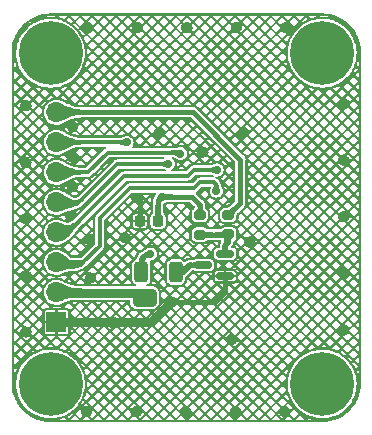
<source format=gbl>
%TF.GenerationSoftware,KiCad,Pcbnew,(6.0.1)*%
%TF.CreationDate,2022-02-20T00:37:45+08:00*%
%TF.ProjectId,PCB_TFT_RF096HQ13,5043425f-5446-4545-9f52-463039364851,V0.9*%
%TF.SameCoordinates,Original*%
%TF.FileFunction,Copper,L2,Bot*%
%TF.FilePolarity,Positive*%
%FSLAX46Y46*%
G04 Gerber Fmt 4.6, Leading zero omitted, Abs format (unit mm)*
G04 Created by KiCad (PCBNEW (6.0.1)) date 2022-02-20 00:37:45*
%MOMM*%
%LPD*%
G01*
G04 APERTURE LIST*
G04 Aperture macros list*
%AMRoundRect*
0 Rectangle with rounded corners*
0 $1 Rounding radius*
0 $2 $3 $4 $5 $6 $7 $8 $9 X,Y pos of 4 corners*
0 Add a 4 corners polygon primitive as box body*
4,1,4,$2,$3,$4,$5,$6,$7,$8,$9,$2,$3,0*
0 Add four circle primitives for the rounded corners*
1,1,$1+$1,$2,$3*
1,1,$1+$1,$4,$5*
1,1,$1+$1,$6,$7*
1,1,$1+$1,$8,$9*
0 Add four rect primitives between the rounded corners*
20,1,$1+$1,$2,$3,$4,$5,0*
20,1,$1+$1,$4,$5,$6,$7,0*
20,1,$1+$1,$6,$7,$8,$9,0*
20,1,$1+$1,$8,$9,$2,$3,0*%
G04 Aperture macros list end*
%TA.AperFunction,ComponentPad*%
%ADD10C,0.800000*%
%TD*%
%TA.AperFunction,ComponentPad*%
%ADD11C,5.400000*%
%TD*%
%TA.AperFunction,SMDPad,CuDef*%
%ADD12RoundRect,0.225000X0.225000X0.250000X-0.225000X0.250000X-0.225000X-0.250000X0.225000X-0.250000X0*%
%TD*%
%TA.AperFunction,SMDPad,CuDef*%
%ADD13RoundRect,0.200000X-0.275000X0.200000X-0.275000X-0.200000X0.275000X-0.200000X0.275000X0.200000X0*%
%TD*%
%TA.AperFunction,ComponentPad*%
%ADD14R,1.700000X1.700000*%
%TD*%
%TA.AperFunction,ComponentPad*%
%ADD15O,1.700000X1.700000*%
%TD*%
%TA.AperFunction,SMDPad,CuDef*%
%ADD16RoundRect,0.150000X0.587500X0.150000X-0.587500X0.150000X-0.587500X-0.150000X0.587500X-0.150000X0*%
%TD*%
%TA.AperFunction,SMDPad,CuDef*%
%ADD17RoundRect,0.250000X-0.312500X-0.625000X0.312500X-0.625000X0.312500X0.625000X-0.312500X0.625000X0*%
%TD*%
%TA.AperFunction,ViaPad*%
%ADD18C,0.700000*%
%TD*%
%TA.AperFunction,Conductor*%
%ADD19C,0.457200*%
%TD*%
%TA.AperFunction,Conductor*%
%ADD20C,0.762000*%
%TD*%
%TA.AperFunction,Conductor*%
%ADD21C,0.355600*%
%TD*%
G04 APERTURE END LIST*
D10*
%TO.P,REF\u002A\u002A,1*%
%TO.N,N/C*%
X102619000Y-76602000D03*
X104050891Y-76008891D03*
X104050891Y-73145109D03*
X101187109Y-76008891D03*
D11*
X102619000Y-74577000D03*
D10*
X100594000Y-74577000D03*
X104644000Y-74577000D03*
X102619000Y-72552000D03*
X101187109Y-73145109D03*
%TD*%
%TO.P,REF\u002A\u002A,1*%
%TO.N,N/C*%
X125619000Y-48602000D03*
X127050891Y-48008891D03*
X127050891Y-45145109D03*
X124187109Y-48008891D03*
D11*
X125619000Y-46577000D03*
D10*
X123594000Y-46577000D03*
X127644000Y-46577000D03*
X125619000Y-44552000D03*
X124187109Y-45145109D03*
%TD*%
%TO.P,REF\u002A\u002A,1*%
%TO.N,N/C*%
X125619000Y-76602200D03*
X127050891Y-76009091D03*
X127050891Y-73145309D03*
X124187109Y-76009091D03*
D11*
X125619000Y-74577200D03*
D10*
X123594000Y-74577200D03*
X127644000Y-74577200D03*
X125619000Y-72552200D03*
X124187109Y-73145309D03*
%TD*%
%TO.P,REF\u002A\u002A,1*%
%TO.N,N/C*%
X102619000Y-48602000D03*
X104050891Y-48008891D03*
X104050891Y-45145109D03*
X101187109Y-48008891D03*
D11*
X102619000Y-46577000D03*
D10*
X100594000Y-46577000D03*
X104644000Y-46577000D03*
X102619000Y-44552000D03*
X101187109Y-45145109D03*
%TD*%
D12*
%TO.P,C1,1*%
%TO.N,VCC*%
X111732000Y-60782200D03*
%TO.P,C1,2*%
%TO.N,GND*%
X110182000Y-60782200D03*
%TD*%
D13*
%TO.P,R2,1*%
%TO.N,VCC*%
X115262000Y-60275200D03*
%TO.P,R2,2*%
%TO.N,Net-(Q1-Pad1)*%
X115262000Y-61925200D03*
%TD*%
D14*
%TO.P,J1,1,Pin_1*%
%TO.N,GND*%
X103119000Y-69357000D03*
D15*
%TO.P,J1,2,Pin_2*%
%TO.N,VCC*%
X103119000Y-66817000D03*
%TO.P,J1,3,Pin_3*%
%TO.N,/SCL*%
X103119000Y-64277000D03*
%TO.P,J1,4,Pin_4*%
%TO.N,/SDA*%
X103119000Y-61737000D03*
%TO.P,J1,5,Pin_5*%
%TO.N,/~{RES}*%
X103119000Y-59197000D03*
%TO.P,J1,6,Pin_6*%
%TO.N,/DC*%
X103119000Y-56657000D03*
%TO.P,J1,7,Pin_7*%
%TO.N,/~{CS}*%
X103119000Y-54117000D03*
%TO.P,J1,8,Pin_8*%
%TO.N,/BL*%
X103119000Y-51577000D03*
%TD*%
D16*
%TO.P,Q1,1,B*%
%TO.N,Net-(Q1-Pad1)*%
X117408500Y-63548200D03*
%TO.P,Q1,2,E*%
%TO.N,GND*%
X117408500Y-65448200D03*
%TO.P,Q1,3,C*%
%TO.N,Net-(Q1-Pad3)*%
X115533500Y-64498200D03*
%TD*%
D17*
%TO.P,R1,1*%
%TO.N,Net-(CN1-Pad11)*%
X110309000Y-65100200D03*
%TO.P,R1,2*%
%TO.N,Net-(Q1-Pad3)*%
X113234000Y-65100200D03*
%TD*%
D13*
%TO.P,R3,1*%
%TO.N,/BL*%
X117675000Y-60274200D03*
%TO.P,R3,2*%
%TO.N,Net-(Q1-Pad1)*%
X117675000Y-61924200D03*
%TD*%
D18*
%TO.N,VCC*%
X109928000Y-66878200D03*
X109928000Y-67640200D03*
X112019000Y-58750200D03*
X111198000Y-66878200D03*
X111198000Y-67640200D03*
%TO.N,GND*%
X100530000Y-51003200D03*
X127454000Y-65211325D03*
X108912000Y-62179200D03*
X119453000Y-62560200D03*
X104467000Y-55321200D03*
X111833000Y-53289200D03*
X100530000Y-70180200D03*
X109868468Y-76911200D03*
X109919000Y-58750200D03*
X104340000Y-60274200D03*
X122453375Y-76911200D03*
X107957200Y-69357000D03*
X127454000Y-70005575D03*
X104467000Y-57861200D03*
X100530000Y-60591700D03*
X105991000Y-65608200D03*
X127454000Y-60417075D03*
X114158686Y-44399200D03*
X112849000Y-67640200D03*
X127454000Y-55622825D03*
X117929000Y-70815200D03*
X109963718Y-44399200D03*
X105864000Y-62306200D03*
X118258404Y-76911200D03*
X100530000Y-55797450D03*
X127454000Y-50828575D03*
X100530000Y-65385950D03*
X105768750Y-44399200D03*
X104467000Y-52781200D03*
X105673500Y-76911200D03*
X118353654Y-44399200D03*
X115516000Y-54940200D03*
X118945000Y-53289200D03*
X122548625Y-44399200D03*
X114063436Y-76911200D03*
%TO.N,/SDA*%
X116709800Y-56464200D03*
%TO.N,/SCL*%
X116659000Y-58242200D03*
%TO.N,/DC*%
X113611000Y-55067200D03*
%TO.N,/~{RES}*%
X112595000Y-55956200D03*
%TO.N,/~{CS}*%
X109089800Y-54127400D03*
%TO.N,Net-(CN1-Pad11)*%
X111077279Y-63582479D03*
%TD*%
D19*
%TO.N,VCC*%
X114627000Y-58750200D02*
X115262000Y-59385200D01*
X111732000Y-60782200D02*
X111732000Y-59037200D01*
X111732000Y-59037200D02*
X112019000Y-58750200D01*
D20*
X111198000Y-66878200D02*
X104577200Y-66878200D01*
X109928000Y-66878200D02*
X109928000Y-67640200D01*
X104516000Y-66817000D02*
X103119000Y-66817000D01*
X104577200Y-66878200D02*
X104516000Y-66817000D01*
D19*
X112019000Y-58750200D02*
X114627000Y-58750200D01*
D20*
X109928000Y-67640200D02*
X111198000Y-67640200D01*
D19*
X115262000Y-59385200D02*
X115262000Y-60275200D01*
D20*
X111198000Y-66878200D02*
X111198000Y-67640200D01*
%TO.N,GND*%
X112849000Y-67640200D02*
X111132200Y-69357000D01*
X107957200Y-69357000D02*
X105925200Y-69357000D01*
X111132200Y-69357000D02*
X107957200Y-69357000D01*
D19*
X116532000Y-67640200D02*
X112849000Y-67640200D01*
X117408500Y-66763700D02*
X116532000Y-67640200D01*
X117408500Y-65448200D02*
X117408500Y-66763700D01*
D20*
X105925200Y-69357000D02*
X103119000Y-69357000D01*
D19*
X110182000Y-59013200D02*
X109919000Y-58750200D01*
X110182000Y-60782200D02*
X110182000Y-59013200D01*
D21*
%TO.N,/SDA*%
X114728600Y-56464200D02*
X114220600Y-56972200D01*
X108835800Y-56972200D02*
X104071000Y-61737000D01*
X114220600Y-56972200D02*
X108835800Y-56972200D01*
X104071000Y-61737000D02*
X103119000Y-61737000D01*
X116709800Y-56464200D02*
X114728600Y-56464200D01*
%TO.N,/SCL*%
X116405000Y-57480200D02*
X115287400Y-57480200D01*
X115287400Y-57480200D02*
X114779400Y-57988200D01*
X106803800Y-62865000D02*
X105391800Y-64277000D01*
X109318400Y-57988200D02*
X106803800Y-60502800D01*
X116659000Y-57734200D02*
X116405000Y-57480200D01*
X114779400Y-57988200D02*
X109318400Y-57988200D01*
X116659000Y-58242200D02*
X116659000Y-57734200D01*
X105391800Y-64277000D02*
X103119000Y-64277000D01*
X106803800Y-60502800D02*
X106803800Y-62865000D01*
%TO.N,/DC*%
X107464200Y-54991000D02*
X105798200Y-56657000D01*
X105798200Y-56657000D02*
X103119000Y-56657000D01*
X113611000Y-55067200D02*
X113534800Y-54991000D01*
X113534800Y-54991000D02*
X107464200Y-54991000D01*
%TO.N,/~{RES}*%
X108277000Y-55956200D02*
X105036200Y-59197000D01*
X105036200Y-59197000D02*
X103119000Y-59197000D01*
X112595000Y-55956200D02*
X108277000Y-55956200D01*
%TO.N,/~{CS}*%
X109089800Y-54127400D02*
X109079400Y-54117000D01*
X109079400Y-54117000D02*
X103119000Y-54117000D01*
%TO.N,Net-(CN1-Pad11)*%
X111077279Y-63582479D02*
X110810721Y-63582479D01*
X110309000Y-64084200D02*
X110309000Y-65100200D01*
X110810721Y-63582479D02*
X110309000Y-64084200D01*
D19*
%TO.N,/BL*%
X118691000Y-55575200D02*
X114692800Y-51577000D01*
X114692800Y-51577000D02*
X103119000Y-51577000D01*
X117675000Y-60274200D02*
X118691000Y-59258200D01*
X118691000Y-59258200D02*
X118691000Y-55575200D01*
%TO.N,Net-(Q1-Pad1)*%
X117408500Y-63548200D02*
X117408500Y-62826700D01*
X115262000Y-61925200D02*
X117674000Y-61925200D01*
X117674000Y-61925200D02*
X117675000Y-61924200D01*
X117675000Y-62560200D02*
X117675000Y-61924200D01*
X117408500Y-62826700D02*
X117675000Y-62560200D01*
%TO.N,Net-(Q1-Pad3)*%
X114467000Y-64498200D02*
X113865000Y-65100200D01*
X113865000Y-65100200D02*
X113234000Y-65100200D01*
X115533500Y-64498200D02*
X114467000Y-64498200D01*
%TD*%
%TA.AperFunction,Conductor*%
%TO.N,Net-(Q1-Pad1)*%
G36*
X117673341Y-61728424D02*
G01*
X117677479Y-61728337D01*
X117681662Y-61731128D01*
X117870770Y-61927777D01*
X117872377Y-61929448D01*
X118029030Y-62092347D01*
X118032295Y-62100686D01*
X118030846Y-62106100D01*
X117986563Y-62186524D01*
X117985991Y-62187458D01*
X117934461Y-62263276D01*
X117934024Y-62263876D01*
X117880961Y-62332194D01*
X117880830Y-62332360D01*
X117828159Y-62397221D01*
X117778081Y-62462400D01*
X117777971Y-62462568D01*
X117777964Y-62462578D01*
X117775030Y-62467065D01*
X117732641Y-62531882D01*
X117693830Y-62609715D01*
X117663641Y-62699949D01*
X117644067Y-62806631D01*
X117644047Y-62806999D01*
X117644046Y-62807006D01*
X117643528Y-62816461D01*
X117637617Y-62924365D01*
X117637617Y-62924366D01*
X117637515Y-62926234D01*
X117636834Y-62927979D01*
X117636007Y-62927656D01*
X117634207Y-62932002D01*
X117631498Y-62933812D01*
X117179900Y-62933812D01*
X117187437Y-62816465D01*
X117187438Y-62816461D01*
X117187451Y-62816253D01*
X117187642Y-62814767D01*
X117207397Y-62713152D01*
X117207714Y-62711896D01*
X117235663Y-62622433D01*
X117235968Y-62621575D01*
X117268107Y-62541260D01*
X117268244Y-62540933D01*
X117300433Y-62467065D01*
X117300463Y-62466997D01*
X117328516Y-62396823D01*
X117331039Y-62387952D01*
X117348019Y-62328242D01*
X117348020Y-62328239D01*
X117348162Y-62327738D01*
X117355235Y-62256895D01*
X117345570Y-62181449D01*
X117315000Y-62098555D01*
X117671591Y-61727744D01*
X117673341Y-61728424D01*
G37*
%TD.AperFunction*%
%TD*%
%TA.AperFunction,Conductor*%
%TO.N,Net-(Q1-Pad3)*%
G36*
X115408257Y-64233512D02*
G01*
X115452582Y-64276136D01*
X115674731Y-64489767D01*
X115678319Y-64497971D01*
X115674731Y-64506633D01*
X115408258Y-64762887D01*
X115399919Y-64766152D01*
X115395657Y-64765258D01*
X115381155Y-64759230D01*
X115348199Y-64745531D01*
X115293453Y-64729903D01*
X115268325Y-64725571D01*
X115237538Y-64720263D01*
X115237529Y-64720262D01*
X115237292Y-64720221D01*
X115178514Y-64715387D01*
X115141801Y-64714753D01*
X115116043Y-64714308D01*
X115116033Y-64714308D01*
X115115915Y-64714306D01*
X115048292Y-64715879D01*
X115048214Y-64715882D01*
X114974442Y-64719012D01*
X114893220Y-64722604D01*
X114893088Y-64722609D01*
X114834116Y-64724552D01*
X114803328Y-64725566D01*
X114803134Y-64725570D01*
X114715344Y-64726654D01*
X114707030Y-64723330D01*
X114703500Y-64714955D01*
X114703500Y-64281445D01*
X114706927Y-64273172D01*
X114715344Y-64269746D01*
X114803134Y-64270829D01*
X114803328Y-64270833D01*
X114834116Y-64271847D01*
X114893088Y-64273790D01*
X114893220Y-64273795D01*
X114974442Y-64277387D01*
X115048214Y-64280517D01*
X115048292Y-64280520D01*
X115115915Y-64282093D01*
X115116033Y-64282091D01*
X115116043Y-64282091D01*
X115141801Y-64281646D01*
X115178514Y-64281012D01*
X115237292Y-64276178D01*
X115237529Y-64276137D01*
X115237538Y-64276136D01*
X115275448Y-64269600D01*
X115293453Y-64266496D01*
X115348199Y-64250868D01*
X115395659Y-64231141D01*
X115404612Y-64231130D01*
X115408257Y-64233512D01*
G37*
%TD.AperFunction*%
%TD*%
%TA.AperFunction,Conductor*%
%TO.N,VCC*%
G36*
X103496822Y-66055504D02*
G01*
X103660761Y-66134009D01*
X103699670Y-66152641D01*
X103885951Y-66237640D01*
X104056324Y-66308186D01*
X104056451Y-66308231D01*
X104056462Y-66308235D01*
X104162088Y-66345481D01*
X104218767Y-66365467D01*
X104218958Y-66365520D01*
X104218967Y-66365523D01*
X104335491Y-66397941D01*
X104381259Y-66410674D01*
X104381448Y-66410712D01*
X104381452Y-66410713D01*
X104463162Y-66427159D01*
X104551775Y-66444994D01*
X104664879Y-66459926D01*
X104738126Y-66469596D01*
X104738137Y-66469597D01*
X104738295Y-66469618D01*
X104948796Y-66485734D01*
X104948903Y-66485738D01*
X104948922Y-66485739D01*
X105072989Y-66490240D01*
X105191255Y-66494531D01*
X105462062Y-66497090D01*
X105470301Y-66500594D01*
X105473650Y-66508789D01*
X105473650Y-67247473D01*
X105470223Y-67255746D01*
X105461923Y-67259173D01*
X105193848Y-67258553D01*
X104952507Y-67258334D01*
X104952437Y-67258334D01*
X104741803Y-67261127D01*
X104554330Y-67269515D01*
X104382405Y-67286081D01*
X104382204Y-67286114D01*
X104382200Y-67286115D01*
X104300379Y-67299750D01*
X104218415Y-67313409D01*
X104054743Y-67354081D01*
X103883777Y-67410681D01*
X103883618Y-67410745D01*
X103883605Y-67410750D01*
X103698021Y-67485745D01*
X103698011Y-67485749D01*
X103697903Y-67485793D01*
X103552648Y-67552850D01*
X103496760Y-67578651D01*
X103487812Y-67579007D01*
X103483746Y-67576461D01*
X103389519Y-67485847D01*
X102702769Y-66825433D01*
X102699181Y-66817229D01*
X102702769Y-66808567D01*
X103014502Y-66508789D01*
X103483659Y-66057623D01*
X103491998Y-66054358D01*
X103496822Y-66055504D01*
G37*
%TD.AperFunction*%
%TD*%
%TA.AperFunction,Conductor*%
%TO.N,Net-(Q1-Pad3)*%
G36*
X114562912Y-64273435D02*
G01*
X114567092Y-64281354D01*
X114567143Y-64282441D01*
X114567143Y-64716164D01*
X114563716Y-64724437D01*
X114556556Y-64727811D01*
X114457286Y-64737286D01*
X114381504Y-64744519D01*
X114381502Y-64744520D01*
X114380826Y-64744584D01*
X114235630Y-64793942D01*
X114122593Y-64868882D01*
X114032756Y-64963413D01*
X113957159Y-65071542D01*
X113957054Y-65071715D01*
X113886896Y-65187188D01*
X113886794Y-65187353D01*
X113813133Y-65304174D01*
X113812520Y-65305054D01*
X113726774Y-65416868D01*
X113725539Y-65418239D01*
X113618844Y-65519386D01*
X113616970Y-65520833D01*
X113486915Y-65601648D01*
X113478080Y-65603103D01*
X113472630Y-65600143D01*
X112961519Y-65108633D01*
X112957931Y-65100429D01*
X112961519Y-65091767D01*
X113271475Y-64793698D01*
X113474025Y-64598915D01*
X113482364Y-64595650D01*
X113485957Y-64596290D01*
X113526520Y-64610311D01*
X113597553Y-64634864D01*
X113598403Y-64634900D01*
X113598404Y-64634900D01*
X113700091Y-64639186D01*
X113700969Y-64639223D01*
X113701817Y-64638999D01*
X113701820Y-64638999D01*
X113746056Y-64627332D01*
X113794244Y-64614623D01*
X113882186Y-64568660D01*
X113969605Y-64508929D01*
X114061052Y-64443209D01*
X114061572Y-64442856D01*
X114161523Y-64378918D01*
X114162735Y-64378241D01*
X114275923Y-64323509D01*
X114277745Y-64322809D01*
X114282095Y-64321542D01*
X114409143Y-64284548D01*
X114411323Y-64284133D01*
X114554357Y-64270792D01*
X114562912Y-64273435D01*
G37*
%TD.AperFunction*%
%TD*%
%TA.AperFunction,Conductor*%
%TO.N,/DC*%
G36*
X113530666Y-54730068D02*
G01*
X113534208Y-54733502D01*
X113586704Y-54812196D01*
X113775157Y-55094696D01*
X113776897Y-55103480D01*
X113771531Y-55111168D01*
X113594073Y-55219774D01*
X113478714Y-55290375D01*
X113401004Y-55337934D01*
X113392159Y-55339330D01*
X113387961Y-55337376D01*
X113324326Y-55290498D01*
X113259119Y-55250239D01*
X113258853Y-55250110D01*
X113258847Y-55250107D01*
X113196687Y-55220028D01*
X113196684Y-55220027D01*
X113196389Y-55219884D01*
X113167270Y-55209718D01*
X113134171Y-55198163D01*
X113134165Y-55198161D01*
X113133852Y-55198052D01*
X113069224Y-55183365D01*
X113068942Y-55183329D01*
X113068939Y-55183328D01*
X113036642Y-55179152D01*
X113000222Y-55174442D01*
X112924562Y-55169904D01*
X112839960Y-55168370D01*
X112839855Y-55168370D01*
X112744134Y-55168462D01*
X112646535Y-55168764D01*
X112638252Y-55165363D01*
X112634800Y-55157064D01*
X112634800Y-54824884D01*
X112638227Y-54816611D01*
X112646484Y-54813184D01*
X112759689Y-54813025D01*
X112867050Y-54812196D01*
X112867064Y-54812196D01*
X112960466Y-54810253D01*
X112960479Y-54810253D01*
X112960506Y-54810252D01*
X112987023Y-54809130D01*
X113043618Y-54806735D01*
X113043638Y-54806734D01*
X113043679Y-54806732D01*
X113101855Y-54802508D01*
X113120043Y-54801188D01*
X113120045Y-54801188D01*
X113120194Y-54801177D01*
X113193674Y-54793127D01*
X113193790Y-54793110D01*
X113193804Y-54793108D01*
X113237019Y-54786686D01*
X113267743Y-54782121D01*
X113267822Y-54782106D01*
X113267843Y-54782103D01*
X113308112Y-54774684D01*
X113346024Y-54767700D01*
X113432141Y-54749402D01*
X113466426Y-54741450D01*
X113521832Y-54728599D01*
X113530666Y-54730068D01*
G37*
%TD.AperFunction*%
%TD*%
%TA.AperFunction,Conductor*%
%TO.N,/SDA*%
G36*
X116563003Y-56154743D02*
G01*
X116692804Y-56279566D01*
X116876031Y-56455767D01*
X116879619Y-56463971D01*
X116876031Y-56472633D01*
X116563003Y-56773657D01*
X116554664Y-56776922D01*
X116549983Y-56775843D01*
X116512182Y-56758357D01*
X116473434Y-56740433D01*
X116473419Y-56740427D01*
X116473325Y-56740383D01*
X116397893Y-56709661D01*
X116327943Y-56686091D01*
X116260475Y-56668727D01*
X116249874Y-56666840D01*
X116192677Y-56656658D01*
X116192669Y-56656657D01*
X116192490Y-56656625D01*
X116189938Y-56656347D01*
X116121135Y-56648858D01*
X116121126Y-56648857D01*
X116120986Y-56648842D01*
X116120852Y-56648834D01*
X116120835Y-56648833D01*
X116043058Y-56644437D01*
X116043046Y-56644437D01*
X116042966Y-56644432D01*
X116042892Y-56644430D01*
X116042884Y-56644430D01*
X116011496Y-56643720D01*
X115955427Y-56642451D01*
X115855372Y-56641955D01*
X115751505Y-56641995D01*
X115743230Y-56638571D01*
X115739800Y-56630295D01*
X115739800Y-56298104D01*
X115743227Y-56289831D01*
X115751504Y-56286404D01*
X115855372Y-56286444D01*
X115955427Y-56285948D01*
X116011496Y-56284679D01*
X116042884Y-56283969D01*
X116042892Y-56283969D01*
X116042966Y-56283967D01*
X116043046Y-56283962D01*
X116043058Y-56283962D01*
X116120835Y-56279566D01*
X116120852Y-56279565D01*
X116120986Y-56279557D01*
X116121126Y-56279542D01*
X116121135Y-56279541D01*
X116192297Y-56271795D01*
X116192490Y-56271774D01*
X116192669Y-56271742D01*
X116192677Y-56271741D01*
X116260250Y-56259712D01*
X116260249Y-56259712D01*
X116260475Y-56259672D01*
X116327943Y-56242308D01*
X116397893Y-56218738D01*
X116473325Y-56188016D01*
X116473419Y-56187972D01*
X116473434Y-56187966D01*
X116516617Y-56167990D01*
X116549982Y-56152557D01*
X116558928Y-56152194D01*
X116563003Y-56154743D01*
G37*
%TD.AperFunction*%
%TD*%
%TA.AperFunction,Conductor*%
%TO.N,GND*%
G36*
X125604229Y-43203313D02*
G01*
X125610381Y-43204728D01*
X125610382Y-43204728D01*
X125618636Y-43206626D01*
X125627312Y-43204663D01*
X125647840Y-43202911D01*
X125881758Y-43215170D01*
X125959677Y-43219254D01*
X125967505Y-43220077D01*
X126300546Y-43272826D01*
X126308245Y-43274462D01*
X126633966Y-43361739D01*
X126641452Y-43364172D01*
X126956246Y-43485009D01*
X126963437Y-43488210D01*
X127263898Y-43641303D01*
X127270699Y-43645229D01*
X127472409Y-43776221D01*
X127553508Y-43828887D01*
X127559876Y-43833514D01*
X127767857Y-44001934D01*
X127821930Y-44045722D01*
X127827779Y-44050989D01*
X128066211Y-44289421D01*
X128071478Y-44295270D01*
X128283686Y-44557324D01*
X128288313Y-44563692D01*
X128471971Y-44846501D01*
X128475897Y-44853302D01*
X128504010Y-44908476D01*
X128628990Y-45153763D01*
X128632191Y-45160954D01*
X128753028Y-45475748D01*
X128755461Y-45483234D01*
X128842738Y-45808955D01*
X128844374Y-45816654D01*
X128897123Y-46149696D01*
X128897946Y-46157524D01*
X128900710Y-46210260D01*
X128911553Y-46417158D01*
X128914263Y-46468874D01*
X128912472Y-46489451D01*
X128912472Y-46489582D01*
X128910574Y-46497836D01*
X128912443Y-46506094D01*
X128913946Y-46512738D01*
X128915800Y-46529335D01*
X128915800Y-74466576D01*
X128913887Y-74483429D01*
X128912834Y-74488010D01*
X128910574Y-74497836D01*
X128912537Y-74506512D01*
X128914289Y-74527040D01*
X128904097Y-74721511D01*
X128897946Y-74838877D01*
X128897123Y-74846705D01*
X128844374Y-75179746D01*
X128842738Y-75187445D01*
X128755461Y-75513166D01*
X128753028Y-75520652D01*
X128632191Y-75835446D01*
X128628990Y-75842637D01*
X128475897Y-76143098D01*
X128471971Y-76149899D01*
X128366016Y-76313056D01*
X128288313Y-76432708D01*
X128283686Y-76439076D01*
X128177840Y-76569785D01*
X128071478Y-76701130D01*
X128066211Y-76706979D01*
X127827779Y-76945411D01*
X127821931Y-76950678D01*
X127761452Y-76999652D01*
X127559876Y-77162886D01*
X127553508Y-77167513D01*
X127270699Y-77351171D01*
X127263898Y-77355097D01*
X127038803Y-77469789D01*
X126963437Y-77508190D01*
X126956246Y-77511391D01*
X126641452Y-77632228D01*
X126633966Y-77634661D01*
X126308245Y-77721938D01*
X126300546Y-77723574D01*
X125967504Y-77776323D01*
X125959676Y-77777146D01*
X125862248Y-77782252D01*
X125648323Y-77793463D01*
X125627749Y-77791672D01*
X125627618Y-77791672D01*
X125619364Y-77789774D01*
X125605491Y-77792913D01*
X125604462Y-77793146D01*
X125587865Y-77795000D01*
X102650624Y-77795000D01*
X102633771Y-77793087D01*
X102627619Y-77791672D01*
X102627618Y-77791672D01*
X102619364Y-77789774D01*
X102610688Y-77791737D01*
X102590160Y-77793489D01*
X102356242Y-77781230D01*
X102278323Y-77777146D01*
X102270495Y-77776323D01*
X101937454Y-77723574D01*
X101929755Y-77721938D01*
X101604034Y-77634661D01*
X101596548Y-77632228D01*
X101496439Y-77593800D01*
X103372510Y-77593800D01*
X104004133Y-77593800D01*
X104294288Y-77593800D01*
X105009923Y-77593800D01*
X105300078Y-77593800D01*
X106015712Y-77593800D01*
X106305866Y-77593800D01*
X107021500Y-77593800D01*
X107311654Y-77593800D01*
X108027289Y-77593800D01*
X108317443Y-77593800D01*
X109033078Y-77593800D01*
X109323232Y-77593800D01*
X110038866Y-77593800D01*
X110329020Y-77593800D01*
X111044655Y-77593800D01*
X111334809Y-77593800D01*
X112050444Y-77593800D01*
X112340598Y-77593800D01*
X113056232Y-77593800D01*
X113346386Y-77593800D01*
X114062021Y-77593800D01*
X114352175Y-77593800D01*
X115067810Y-77593800D01*
X115357964Y-77593800D01*
X116073598Y-77593800D01*
X116363752Y-77593800D01*
X117079387Y-77593800D01*
X117369541Y-77593800D01*
X118085176Y-77593800D01*
X118375330Y-77593800D01*
X119090964Y-77593800D01*
X119381119Y-77593800D01*
X120096753Y-77593800D01*
X120386907Y-77593800D01*
X121102542Y-77593800D01*
X121392696Y-77593800D01*
X122108331Y-77593800D01*
X122398486Y-77593800D01*
X123114119Y-77593800D01*
X123404273Y-77593800D01*
X124119908Y-77593800D01*
X124410063Y-77593800D01*
X124875061Y-77593800D01*
X124607331Y-77517535D01*
X124605274Y-77516917D01*
X124602486Y-77516036D01*
X124600416Y-77515349D01*
X124592240Y-77512502D01*
X124590196Y-77511757D01*
X124587461Y-77510715D01*
X124585456Y-77509918D01*
X124520747Y-77483115D01*
X124410063Y-77593800D01*
X124119908Y-77593800D01*
X123762091Y-77235982D01*
X123404273Y-77593800D01*
X123114119Y-77593800D01*
X122780727Y-77260407D01*
X122746498Y-77294636D01*
X122727464Y-77308466D01*
X122638479Y-77353806D01*
X122398486Y-77593800D01*
X122108331Y-77593800D01*
X121750513Y-77235982D01*
X121392696Y-77593800D01*
X121102542Y-77593800D01*
X120744725Y-77235982D01*
X120386907Y-77593800D01*
X120096753Y-77593800D01*
X119738936Y-77235982D01*
X119381119Y-77593800D01*
X119090964Y-77593800D01*
X118733147Y-77235982D01*
X118375330Y-77593800D01*
X118085176Y-77593800D01*
X117727358Y-77235982D01*
X117369541Y-77593800D01*
X117079387Y-77593800D01*
X116721570Y-77235982D01*
X116363752Y-77593800D01*
X116073598Y-77593800D01*
X115715781Y-77235982D01*
X115357964Y-77593800D01*
X115067810Y-77593800D01*
X114709992Y-77235982D01*
X114352175Y-77593800D01*
X114062021Y-77593800D01*
X113852179Y-77383957D01*
X114136716Y-77383957D01*
X114207098Y-77454339D01*
X114567723Y-77093713D01*
X114852261Y-77093713D01*
X115212887Y-77454339D01*
X115573512Y-77093713D01*
X115858050Y-77093713D01*
X116218675Y-77454339D01*
X116579301Y-77093713D01*
X116863839Y-77093713D01*
X117224464Y-77454339D01*
X117585089Y-77093713D01*
X118875416Y-77093713D01*
X119236041Y-77454339D01*
X119596667Y-77093713D01*
X119881205Y-77093713D01*
X120241830Y-77454339D01*
X120602455Y-77093713D01*
X120886994Y-77093713D01*
X121247619Y-77454339D01*
X121608244Y-77093713D01*
X121892782Y-77093713D01*
X122253408Y-77454339D01*
X122331489Y-77376258D01*
X122315462Y-77373720D01*
X122293086Y-77366450D01*
X122179286Y-77308466D01*
X122160252Y-77294636D01*
X122069939Y-77204323D01*
X122056109Y-77185289D01*
X122009449Y-77093713D01*
X122898571Y-77093713D01*
X123259196Y-77454339D01*
X123619822Y-77093713D01*
X123259196Y-76733088D01*
X122898571Y-77093713D01*
X122009449Y-77093713D01*
X121998125Y-77071489D01*
X121990855Y-77049113D01*
X121983544Y-77002951D01*
X121892782Y-77093713D01*
X121608244Y-77093713D01*
X121247619Y-76733088D01*
X120886994Y-77093713D01*
X120602455Y-77093713D01*
X120241830Y-76733088D01*
X119881205Y-77093713D01*
X119596667Y-77093713D01*
X119236041Y-76733088D01*
X118875416Y-77093713D01*
X117585089Y-77093713D01*
X117224464Y-76733088D01*
X116863839Y-77093713D01*
X116579301Y-77093713D01*
X116218675Y-76733088D01*
X115858050Y-77093713D01*
X115573512Y-77093713D01*
X115212887Y-76733088D01*
X114852261Y-77093713D01*
X114567723Y-77093713D01*
X114525261Y-77051251D01*
X114518686Y-77071489D01*
X114460702Y-77185289D01*
X114446872Y-77204323D01*
X114356559Y-77294636D01*
X114337525Y-77308466D01*
X114223725Y-77366450D01*
X114201349Y-77373720D01*
X114136716Y-77383957D01*
X113852179Y-77383957D01*
X113704204Y-77235982D01*
X113346386Y-77593800D01*
X113056232Y-77593800D01*
X112698415Y-77235982D01*
X112340598Y-77593800D01*
X112050444Y-77593800D01*
X111692626Y-77235982D01*
X111334809Y-77593800D01*
X111044655Y-77593800D01*
X110686838Y-77235982D01*
X110329020Y-77593800D01*
X110038866Y-77593800D01*
X109835390Y-77390324D01*
X109730555Y-77373720D01*
X109708179Y-77366450D01*
X109663599Y-77343735D01*
X110073339Y-77343735D01*
X110183943Y-77454339D01*
X110544569Y-77093713D01*
X110829107Y-77093713D01*
X111189732Y-77454339D01*
X111550357Y-77093713D01*
X111834895Y-77093713D01*
X112195521Y-77454339D01*
X112556146Y-77093713D01*
X112840684Y-77093713D01*
X113201309Y-77454339D01*
X113561935Y-77093713D01*
X113201309Y-76733088D01*
X112840684Y-77093713D01*
X112556146Y-77093713D01*
X112195521Y-76733088D01*
X111834895Y-77093713D01*
X111550357Y-77093713D01*
X111189732Y-76733088D01*
X110829107Y-77093713D01*
X110544569Y-77093713D01*
X110350968Y-76900113D01*
X110350968Y-76922964D01*
X110330988Y-77049113D01*
X110323718Y-77071489D01*
X110265734Y-77185289D01*
X110251904Y-77204323D01*
X110161591Y-77294636D01*
X110142557Y-77308466D01*
X110073339Y-77343735D01*
X109663599Y-77343735D01*
X109603777Y-77313254D01*
X109323232Y-77593800D01*
X109033078Y-77593800D01*
X108675260Y-77235982D01*
X108317443Y-77593800D01*
X108027289Y-77593800D01*
X107669472Y-77235982D01*
X107311654Y-77593800D01*
X107021500Y-77593800D01*
X106663683Y-77235982D01*
X106305866Y-77593800D01*
X106015712Y-77593800D01*
X105797790Y-77375878D01*
X105685264Y-77393700D01*
X105661736Y-77393700D01*
X105535587Y-77373720D01*
X105523941Y-77369936D01*
X105300078Y-77593800D01*
X105009923Y-77593800D01*
X104652106Y-77235982D01*
X104294288Y-77593800D01*
X104004133Y-77593800D01*
X103841625Y-77431291D01*
X103713737Y-77487430D01*
X103711740Y-77488272D01*
X103709029Y-77489370D01*
X103707012Y-77490153D01*
X103698897Y-77493171D01*
X103696842Y-77493902D01*
X103694071Y-77494842D01*
X103692025Y-77495504D01*
X103372510Y-77593800D01*
X101496439Y-77593800D01*
X101281754Y-77511391D01*
X101274563Y-77508190D01*
X101199197Y-77469789D01*
X100974102Y-77355097D01*
X100967301Y-77351171D01*
X100684492Y-77167513D01*
X100678124Y-77162886D01*
X100476548Y-76999652D01*
X100416069Y-76950678D01*
X100410221Y-76945411D01*
X100171789Y-76706979D01*
X100166522Y-76701130D01*
X100060161Y-76569785D01*
X99954314Y-76439076D01*
X99949687Y-76432708D01*
X99871984Y-76313056D01*
X99766029Y-76149899D01*
X99762103Y-76143098D01*
X99609010Y-75842637D01*
X99605809Y-75835446D01*
X99484972Y-75520652D01*
X99482539Y-75513166D01*
X99395262Y-75187445D01*
X99393626Y-75179746D01*
X99340877Y-74846704D01*
X99340054Y-74838876D01*
X99326455Y-74579391D01*
X99323737Y-74527523D01*
X99325528Y-74506949D01*
X99325528Y-74506818D01*
X99327426Y-74498564D01*
X99324501Y-74485638D01*
X99711814Y-74485638D01*
X99720580Y-74820387D01*
X99767763Y-75151910D01*
X99852737Y-75475813D01*
X99974377Y-75787803D01*
X100131070Y-76083744D01*
X100132292Y-76085522D01*
X100132295Y-76085527D01*
X100319517Y-76357937D01*
X100319523Y-76357945D01*
X100320739Y-76359714D01*
X100540870Y-76612055D01*
X100542469Y-76613510D01*
X100745872Y-76798593D01*
X100788545Y-76837423D01*
X101060483Y-77032830D01*
X101062378Y-77033885D01*
X101062380Y-77033886D01*
X101089738Y-77049113D01*
X101353078Y-77195686D01*
X101355071Y-77196512D01*
X101355072Y-77196512D01*
X101436589Y-77230277D01*
X101662452Y-77323833D01*
X101664536Y-77324427D01*
X101664537Y-77324427D01*
X101812060Y-77366450D01*
X101984504Y-77415572D01*
X101986623Y-77415919D01*
X101986632Y-77415921D01*
X102179662Y-77447530D01*
X102314966Y-77469687D01*
X102317115Y-77469788D01*
X102317121Y-77469789D01*
X102560068Y-77481246D01*
X102649458Y-77485462D01*
X102651614Y-77485315D01*
X102651618Y-77485315D01*
X102927147Y-77466531D01*
X102983547Y-77462686D01*
X102985673Y-77462292D01*
X103310673Y-77402057D01*
X103310677Y-77402056D01*
X103312803Y-77401662D01*
X103501266Y-77343683D01*
X104038557Y-77343683D01*
X104149212Y-77454338D01*
X104509837Y-77093713D01*
X104794375Y-77093713D01*
X105154999Y-77454338D01*
X105331932Y-77277405D01*
X105983855Y-77277405D01*
X106160789Y-77454339D01*
X106521414Y-77093713D01*
X106805952Y-77093713D01*
X107166577Y-77454339D01*
X107527203Y-77093713D01*
X107811741Y-77093713D01*
X108172366Y-77454339D01*
X108532991Y-77093713D01*
X108817529Y-77093713D01*
X109178155Y-77454339D01*
X109463102Y-77169391D01*
X109413218Y-77071489D01*
X109405948Y-77049113D01*
X109389344Y-76944277D01*
X109178155Y-76733088D01*
X108817529Y-77093713D01*
X108532991Y-77093713D01*
X108172366Y-76733088D01*
X107811741Y-77093713D01*
X107527203Y-77093713D01*
X107166577Y-76733088D01*
X106805952Y-77093713D01*
X106521414Y-77093713D01*
X106160789Y-76733088D01*
X106132236Y-76761641D01*
X106136020Y-76773287D01*
X106156000Y-76899436D01*
X106156000Y-76922964D01*
X106136020Y-77049113D01*
X106128750Y-77071489D01*
X106070766Y-77185289D01*
X106056936Y-77204323D01*
X105983855Y-77277405D01*
X105331932Y-77277405D01*
X105347539Y-77261798D01*
X105290064Y-77204323D01*
X105276234Y-77185289D01*
X105218250Y-77071489D01*
X105210980Y-77049113D01*
X105191000Y-76922964D01*
X105191000Y-76899436D01*
X105208822Y-76786910D01*
X105155000Y-76733088D01*
X104794375Y-77093713D01*
X104509837Y-77093713D01*
X104479213Y-77063089D01*
X104349411Y-77160548D01*
X104347664Y-77161821D01*
X104345273Y-77163511D01*
X104343479Y-77164740D01*
X104336267Y-77169531D01*
X104334438Y-77170709D01*
X104331958Y-77172255D01*
X104330116Y-77173366D01*
X104040996Y-77342314D01*
X104039136Y-77343366D01*
X104038557Y-77343683D01*
X103501266Y-77343683D01*
X103600177Y-77313254D01*
X103630807Y-77303831D01*
X103630810Y-77303830D01*
X103632864Y-77303198D01*
X103727176Y-77261798D01*
X103937507Y-77169469D01*
X103937511Y-77169467D01*
X103939486Y-77168600D01*
X104173997Y-77031563D01*
X104226734Y-77000746D01*
X104226735Y-77000745D01*
X104228606Y-76999652D01*
X104297950Y-76947587D01*
X104494652Y-76799900D01*
X104494658Y-76799895D01*
X104496392Y-76798593D01*
X104508704Y-76786910D01*
X104666558Y-76637111D01*
X104715340Y-76590819D01*
X105297269Y-76590819D01*
X105307296Y-76600846D01*
X105317323Y-76590819D01*
X106303058Y-76590819D01*
X106663683Y-76951444D01*
X107024308Y-76590819D01*
X107308846Y-76590819D01*
X107669472Y-76951444D01*
X108030097Y-76590819D01*
X108314635Y-76590819D01*
X108675260Y-76951444D01*
X109035886Y-76590819D01*
X109320424Y-76590819D01*
X109435934Y-76706329D01*
X109471202Y-76637111D01*
X109485032Y-76618077D01*
X109512290Y-76590819D01*
X110326212Y-76590819D01*
X110686838Y-76951444D01*
X111047463Y-76590819D01*
X111332001Y-76590819D01*
X111692626Y-76951444D01*
X112053252Y-76590819D01*
X112337790Y-76590819D01*
X112698415Y-76951444D01*
X113059040Y-76590819D01*
X113343578Y-76590819D01*
X113590679Y-76837920D01*
X113600916Y-76773287D01*
X113608186Y-76750911D01*
X113666170Y-76637111D01*
X113680000Y-76618077D01*
X113742381Y-76555696D01*
X114384491Y-76555696D01*
X114446872Y-76618077D01*
X114460702Y-76637111D01*
X114518686Y-76750911D01*
X114523127Y-76764579D01*
X114709992Y-76951444D01*
X115070618Y-76590819D01*
X115355156Y-76590819D01*
X115715781Y-76951444D01*
X116076406Y-76590819D01*
X116360944Y-76590819D01*
X116721570Y-76951444D01*
X117082195Y-76590819D01*
X117366733Y-76590819D01*
X117727358Y-76951444D01*
X117775904Y-76902898D01*
X117775904Y-76899436D01*
X117795884Y-76773287D01*
X117803154Y-76750911D01*
X117861138Y-76637111D01*
X117874968Y-76618077D01*
X117965281Y-76527764D01*
X117984315Y-76513934D01*
X118002058Y-76504893D01*
X117983054Y-76485889D01*
X118477452Y-76485889D01*
X118532493Y-76513934D01*
X118551527Y-76527764D01*
X118641840Y-76618077D01*
X118655670Y-76637111D01*
X118713654Y-76750911D01*
X118720924Y-76773287D01*
X118740904Y-76899436D01*
X118740904Y-76922964D01*
X118737004Y-76947587D01*
X119093772Y-76590819D01*
X119378311Y-76590819D01*
X119738936Y-76951444D01*
X120099561Y-76590819D01*
X120384099Y-76590819D01*
X120744725Y-76951444D01*
X121105350Y-76590819D01*
X121389888Y-76590819D01*
X121750513Y-76951444D01*
X122047033Y-76654924D01*
X122056109Y-76637111D01*
X122069939Y-76618077D01*
X122104168Y-76583848D01*
X121750513Y-76230194D01*
X121389888Y-76590819D01*
X121105350Y-76590819D01*
X120744725Y-76230194D01*
X120384099Y-76590819D01*
X120099561Y-76590819D01*
X119738936Y-76230194D01*
X119378311Y-76590819D01*
X119093772Y-76590819D01*
X118733147Y-76230194D01*
X118477452Y-76485889D01*
X117983054Y-76485889D01*
X117727358Y-76230194D01*
X117366733Y-76590819D01*
X117082195Y-76590819D01*
X116721570Y-76230194D01*
X116360944Y-76590819D01*
X116076406Y-76590819D01*
X115715781Y-76230194D01*
X115355156Y-76590819D01*
X115070618Y-76590819D01*
X114709992Y-76230194D01*
X114384491Y-76555696D01*
X113742381Y-76555696D01*
X113770313Y-76527764D01*
X113789347Y-76513934D01*
X113903147Y-76455950D01*
X113923385Y-76449375D01*
X113704204Y-76230194D01*
X113343578Y-76590819D01*
X113059040Y-76590819D01*
X112698415Y-76230194D01*
X112337790Y-76590819D01*
X112053252Y-76590819D01*
X111692626Y-76230194D01*
X111332001Y-76590819D01*
X111047463Y-76590819D01*
X110686838Y-76230194D01*
X110326212Y-76590819D01*
X109512290Y-76590819D01*
X109575345Y-76527764D01*
X109594379Y-76513934D01*
X109708179Y-76455950D01*
X109730555Y-76448680D01*
X109856704Y-76428700D01*
X109879555Y-76428700D01*
X109681049Y-76230194D01*
X109320424Y-76590819D01*
X109035886Y-76590819D01*
X108675260Y-76230194D01*
X108314635Y-76590819D01*
X108030097Y-76590819D01*
X107669472Y-76230194D01*
X107308846Y-76590819D01*
X107024308Y-76590819D01*
X106663683Y-76230194D01*
X106303058Y-76590819D01*
X105317323Y-76590819D01*
X105380377Y-76527764D01*
X105399411Y-76513934D01*
X105513211Y-76455950D01*
X105535587Y-76448680D01*
X105661736Y-76428700D01*
X105685264Y-76428700D01*
X105811413Y-76448680D01*
X105833789Y-76455950D01*
X105935449Y-76507748D01*
X105657894Y-76230194D01*
X105297269Y-76590819D01*
X104715340Y-76590819D01*
X104739293Y-76568088D01*
X104864682Y-76418125D01*
X105124575Y-76418125D01*
X105155000Y-76448550D01*
X105515625Y-76087925D01*
X105800163Y-76087925D01*
X106160789Y-76448550D01*
X106521414Y-76087925D01*
X106805952Y-76087925D01*
X107166577Y-76448550D01*
X107527203Y-76087925D01*
X107811741Y-76087925D01*
X108172366Y-76448550D01*
X108532991Y-76087925D01*
X108817529Y-76087925D01*
X109178155Y-76448550D01*
X109538780Y-76087925D01*
X109823318Y-76087925D01*
X110183943Y-76448550D01*
X110544569Y-76087925D01*
X110829107Y-76087925D01*
X111189732Y-76448550D01*
X111550357Y-76087925D01*
X111834895Y-76087925D01*
X112195521Y-76448550D01*
X112556146Y-76087925D01*
X112840684Y-76087925D01*
X113201309Y-76448550D01*
X113561935Y-76087925D01*
X113846473Y-76087925D01*
X114207098Y-76448550D01*
X114567723Y-76087925D01*
X114852261Y-76087925D01*
X115212887Y-76448550D01*
X115573512Y-76087925D01*
X115858050Y-76087925D01*
X116218675Y-76448550D01*
X116579301Y-76087925D01*
X116863839Y-76087925D01*
X117224464Y-76448550D01*
X117585089Y-76087925D01*
X117869627Y-76087925D01*
X118215357Y-76433655D01*
X118246640Y-76428700D01*
X118250103Y-76428700D01*
X118590878Y-76087925D01*
X118875416Y-76087925D01*
X119236041Y-76448550D01*
X119596667Y-76087925D01*
X119881205Y-76087925D01*
X120241830Y-76448550D01*
X120602455Y-76087925D01*
X120886994Y-76087925D01*
X121247619Y-76448550D01*
X121608244Y-76087925D01*
X121892782Y-76087925D01*
X122253408Y-76448550D01*
X122260589Y-76441369D01*
X122545127Y-76441369D01*
X122591288Y-76448680D01*
X122613664Y-76455950D01*
X122727464Y-76513934D01*
X122746498Y-76527764D01*
X122836811Y-76618077D01*
X122850641Y-76637111D01*
X122908625Y-76750911D01*
X122915895Y-76773287D01*
X122918433Y-76789313D01*
X123116927Y-76590819D01*
X122756302Y-76230194D01*
X122545127Y-76441369D01*
X122260589Y-76441369D01*
X122614033Y-76087925D01*
X122253408Y-75727299D01*
X121892782Y-76087925D01*
X121608244Y-76087925D01*
X121247619Y-75727299D01*
X120886994Y-76087925D01*
X120602455Y-76087925D01*
X120241830Y-75727299D01*
X119881205Y-76087925D01*
X119596667Y-76087925D01*
X119236041Y-75727299D01*
X118875416Y-76087925D01*
X118590878Y-76087925D01*
X118230253Y-75727299D01*
X117869627Y-76087925D01*
X117585089Y-76087925D01*
X117224464Y-75727299D01*
X116863839Y-76087925D01*
X116579301Y-76087925D01*
X116218675Y-75727299D01*
X115858050Y-76087925D01*
X115573512Y-76087925D01*
X115212887Y-75727299D01*
X114852261Y-76087925D01*
X114567723Y-76087925D01*
X114207098Y-75727299D01*
X113846473Y-76087925D01*
X113561935Y-76087925D01*
X113201309Y-75727299D01*
X112840684Y-76087925D01*
X112556146Y-76087925D01*
X112195521Y-75727299D01*
X111834895Y-76087925D01*
X111550357Y-76087925D01*
X111189732Y-75727299D01*
X110829107Y-76087925D01*
X110544569Y-76087925D01*
X110183943Y-75727299D01*
X109823318Y-76087925D01*
X109538780Y-76087925D01*
X109178155Y-75727299D01*
X108817529Y-76087925D01*
X108532991Y-76087925D01*
X108172366Y-75727299D01*
X107811741Y-76087925D01*
X107527203Y-76087925D01*
X107166577Y-75727299D01*
X106805952Y-76087925D01*
X106521414Y-76087925D01*
X106160789Y-75727299D01*
X105800163Y-76087925D01*
X105515625Y-76087925D01*
X105395232Y-75967532D01*
X105317687Y-76121713D01*
X105316697Y-76123613D01*
X105315307Y-76126191D01*
X105314238Y-76128106D01*
X105309909Y-76135603D01*
X105308790Y-76137477D01*
X105307256Y-76139964D01*
X105306105Y-76141772D01*
X105124575Y-76418125D01*
X104864682Y-76418125D01*
X104915007Y-76357937D01*
X104952701Y-76312856D01*
X104952704Y-76312853D01*
X104954092Y-76311192D01*
X105137940Y-76031310D01*
X105181020Y-75945656D01*
X105266949Y-75774803D01*
X105487041Y-75774803D01*
X105657894Y-75945656D01*
X106018520Y-75585030D01*
X106303058Y-75585030D01*
X106663683Y-75945656D01*
X107024308Y-75585030D01*
X107308846Y-75585030D01*
X107669472Y-75945656D01*
X108030097Y-75585030D01*
X108314635Y-75585030D01*
X108675260Y-75945656D01*
X109035886Y-75585030D01*
X109320424Y-75585030D01*
X109681049Y-75945656D01*
X110041674Y-75585030D01*
X110326212Y-75585030D01*
X110686838Y-75945656D01*
X111047463Y-75585030D01*
X111332001Y-75585030D01*
X111692626Y-75945656D01*
X112053252Y-75585030D01*
X112337790Y-75585030D01*
X112698415Y-75945656D01*
X113059040Y-75585030D01*
X113343578Y-75585030D01*
X113704204Y-75945656D01*
X114064829Y-75585030D01*
X114349367Y-75585030D01*
X114709992Y-75945656D01*
X115070618Y-75585030D01*
X115355156Y-75585030D01*
X115715781Y-75945656D01*
X116076406Y-75585030D01*
X116360944Y-75585030D01*
X116721570Y-75945656D01*
X117082195Y-75585030D01*
X117366733Y-75585030D01*
X117727358Y-75945656D01*
X118087984Y-75585030D01*
X118372522Y-75585030D01*
X118733147Y-75945656D01*
X119093772Y-75585030D01*
X119378311Y-75585030D01*
X119738936Y-75945656D01*
X120099561Y-75585030D01*
X120384099Y-75585030D01*
X120744725Y-75945656D01*
X121105350Y-75585030D01*
X121389888Y-75585030D01*
X121750513Y-75945656D01*
X122111139Y-75585030D01*
X122395677Y-75585030D01*
X122756302Y-75945656D01*
X122804610Y-75897348D01*
X122796564Y-75882151D01*
X122795578Y-75880222D01*
X122794285Y-75877600D01*
X122793357Y-75875647D01*
X122789753Y-75867776D01*
X122788882Y-75865800D01*
X122787740Y-75863104D01*
X122786921Y-75861090D01*
X122665281Y-75549100D01*
X122664526Y-75547079D01*
X122663543Y-75544327D01*
X122662843Y-75542274D01*
X122660167Y-75534040D01*
X122659524Y-75531958D01*
X122658700Y-75529148D01*
X122658122Y-75527069D01*
X122615626Y-75365081D01*
X122395677Y-75585030D01*
X122111139Y-75585030D01*
X121750513Y-75224405D01*
X121389888Y-75585030D01*
X121105350Y-75585030D01*
X120744725Y-75224405D01*
X120384099Y-75585030D01*
X120099561Y-75585030D01*
X119738936Y-75224405D01*
X119378311Y-75585030D01*
X119093772Y-75585030D01*
X118733147Y-75224405D01*
X118372522Y-75585030D01*
X118087984Y-75585030D01*
X117727358Y-75224405D01*
X117366733Y-75585030D01*
X117082195Y-75585030D01*
X116721570Y-75224405D01*
X116360944Y-75585030D01*
X116076406Y-75585030D01*
X115715781Y-75224405D01*
X115355156Y-75585030D01*
X115070618Y-75585030D01*
X114709992Y-75224405D01*
X114349367Y-75585030D01*
X114064829Y-75585030D01*
X113704204Y-75224405D01*
X113343578Y-75585030D01*
X113059040Y-75585030D01*
X112698415Y-75224405D01*
X112337790Y-75585030D01*
X112053252Y-75585030D01*
X111692626Y-75224405D01*
X111332001Y-75585030D01*
X111047463Y-75585030D01*
X110686838Y-75224405D01*
X110326212Y-75585030D01*
X110041674Y-75585030D01*
X109681049Y-75224405D01*
X109320424Y-75585030D01*
X109035886Y-75585030D01*
X108675260Y-75224405D01*
X108314635Y-75585030D01*
X108030097Y-75585030D01*
X107669472Y-75224405D01*
X107308846Y-75585030D01*
X107024308Y-75585030D01*
X106663683Y-75224405D01*
X106303058Y-75585030D01*
X106018520Y-75585030D01*
X105657894Y-75224405D01*
X105656452Y-75225847D01*
X105599120Y-75464653D01*
X105598585Y-75466749D01*
X105597821Y-75469571D01*
X105597225Y-75471653D01*
X105594723Y-75479941D01*
X105594070Y-75481996D01*
X105593144Y-75484773D01*
X105592426Y-75486828D01*
X105487041Y-75774803D01*
X105266949Y-75774803D01*
X105288400Y-75732153D01*
X105403480Y-75417684D01*
X105459668Y-75183643D01*
X105481145Y-75094186D01*
X105481147Y-75094177D01*
X105481652Y-75092072D01*
X105482854Y-75082136D01*
X105800163Y-75082136D01*
X106160789Y-75442761D01*
X106521414Y-75082136D01*
X106805952Y-75082136D01*
X107166577Y-75442761D01*
X107527203Y-75082136D01*
X107811741Y-75082136D01*
X108172366Y-75442761D01*
X108532991Y-75082136D01*
X108817529Y-75082136D01*
X109178155Y-75442761D01*
X109538780Y-75082136D01*
X109823318Y-75082136D01*
X110183943Y-75442761D01*
X110544569Y-75082136D01*
X110829107Y-75082136D01*
X111189732Y-75442761D01*
X111550357Y-75082136D01*
X111834895Y-75082136D01*
X112195521Y-75442761D01*
X112556146Y-75082136D01*
X112840684Y-75082136D01*
X113201309Y-75442761D01*
X113561935Y-75082136D01*
X113846473Y-75082136D01*
X114207098Y-75442761D01*
X114567723Y-75082136D01*
X114852261Y-75082136D01*
X115212887Y-75442761D01*
X115573512Y-75082136D01*
X115858050Y-75082136D01*
X116218675Y-75442761D01*
X116579301Y-75082136D01*
X116863839Y-75082136D01*
X117224464Y-75442761D01*
X117585089Y-75082136D01*
X117869627Y-75082136D01*
X118230253Y-75442761D01*
X118590878Y-75082136D01*
X118875416Y-75082136D01*
X119236041Y-75442761D01*
X119596667Y-75082136D01*
X119881205Y-75082136D01*
X120241830Y-75442761D01*
X120602455Y-75082136D01*
X120886994Y-75082136D01*
X121247619Y-75442761D01*
X121608244Y-75082136D01*
X121892782Y-75082136D01*
X122253408Y-75442761D01*
X122561984Y-75134185D01*
X122544710Y-75012813D01*
X122253408Y-74721511D01*
X121892782Y-75082136D01*
X121608244Y-75082136D01*
X121247619Y-74721511D01*
X120886994Y-75082136D01*
X120602455Y-75082136D01*
X120241830Y-74721511D01*
X119881205Y-75082136D01*
X119596667Y-75082136D01*
X119236041Y-74721511D01*
X118875416Y-75082136D01*
X118590878Y-75082136D01*
X118230253Y-74721511D01*
X117869627Y-75082136D01*
X117585089Y-75082136D01*
X117224464Y-74721511D01*
X116863839Y-75082136D01*
X116579301Y-75082136D01*
X116218675Y-74721511D01*
X115858050Y-75082136D01*
X115573512Y-75082136D01*
X115212887Y-74721511D01*
X114852261Y-75082136D01*
X114567723Y-75082136D01*
X114207098Y-74721511D01*
X113846473Y-75082136D01*
X113561935Y-75082136D01*
X113201309Y-74721511D01*
X112840684Y-75082136D01*
X112556146Y-75082136D01*
X112195521Y-74721511D01*
X111834895Y-75082136D01*
X111550357Y-75082136D01*
X111189732Y-74721511D01*
X110829107Y-75082136D01*
X110544569Y-75082136D01*
X110183943Y-74721511D01*
X109823318Y-75082136D01*
X109538780Y-75082136D01*
X109178155Y-74721511D01*
X108817529Y-75082136D01*
X108532991Y-75082136D01*
X108172366Y-74721511D01*
X107811741Y-75082136D01*
X107527203Y-75082136D01*
X107166577Y-74721511D01*
X106805952Y-75082136D01*
X106521414Y-75082136D01*
X106160789Y-74721511D01*
X105800163Y-75082136D01*
X105482854Y-75082136D01*
X105506245Y-74888849D01*
X105708912Y-74888849D01*
X106018520Y-74579242D01*
X106303058Y-74579242D01*
X106663683Y-74939867D01*
X107024308Y-74579242D01*
X107308846Y-74579242D01*
X107669472Y-74939867D01*
X108030097Y-74579242D01*
X108314635Y-74579242D01*
X108675260Y-74939867D01*
X109035886Y-74579242D01*
X109320424Y-74579242D01*
X109681049Y-74939867D01*
X110041674Y-74579242D01*
X110326212Y-74579242D01*
X110686838Y-74939867D01*
X111047463Y-74579242D01*
X111332001Y-74579242D01*
X111692626Y-74939867D01*
X112053252Y-74579242D01*
X112337790Y-74579242D01*
X112698415Y-74939867D01*
X113059040Y-74579242D01*
X113343578Y-74579242D01*
X113704204Y-74939867D01*
X114064829Y-74579242D01*
X114349367Y-74579242D01*
X114709992Y-74939867D01*
X115070618Y-74579242D01*
X115355156Y-74579242D01*
X115715781Y-74939867D01*
X116076406Y-74579242D01*
X116360944Y-74579242D01*
X116721570Y-74939867D01*
X117082195Y-74579242D01*
X117366733Y-74579242D01*
X117727358Y-74939867D01*
X118087984Y-74579242D01*
X118372522Y-74579242D01*
X118733147Y-74939867D01*
X119093772Y-74579242D01*
X119378311Y-74579242D01*
X119738936Y-74939867D01*
X120099561Y-74579242D01*
X120384099Y-74579242D01*
X120744725Y-74939867D01*
X121105350Y-74579242D01*
X121389888Y-74579242D01*
X121750513Y-74939867D01*
X122111139Y-74579242D01*
X122017735Y-74485838D01*
X122711814Y-74485838D01*
X122714220Y-74577705D01*
X122719028Y-74761302D01*
X122720580Y-74820587D01*
X122767763Y-75152110D01*
X122852737Y-75476013D01*
X122974377Y-75788003D01*
X123131070Y-76083944D01*
X123132292Y-76085722D01*
X123132295Y-76085727D01*
X123319517Y-76358137D01*
X123319523Y-76358145D01*
X123320739Y-76359914D01*
X123540870Y-76612255D01*
X123542469Y-76613710D01*
X123745872Y-76798793D01*
X123788545Y-76837623D01*
X124060483Y-77033030D01*
X124353078Y-77195886D01*
X124662452Y-77324033D01*
X124984504Y-77415772D01*
X124986623Y-77416119D01*
X124986632Y-77416121D01*
X125179662Y-77447730D01*
X125314966Y-77469887D01*
X125317115Y-77469988D01*
X125317121Y-77469989D01*
X125560068Y-77481446D01*
X125649458Y-77485662D01*
X125651614Y-77485515D01*
X125651618Y-77485515D01*
X125927147Y-77466731D01*
X125983547Y-77462886D01*
X125986752Y-77462292D01*
X126310673Y-77402257D01*
X126310677Y-77402256D01*
X126312803Y-77401862D01*
X126563858Y-77324627D01*
X126630807Y-77304031D01*
X126630810Y-77304030D01*
X126632864Y-77303398D01*
X126634835Y-77302533D01*
X126937507Y-77169669D01*
X126937511Y-77169667D01*
X126939486Y-77168800D01*
X127228606Y-76999852D01*
X127302625Y-76944277D01*
X127494652Y-76800100D01*
X127494658Y-76800095D01*
X127496392Y-76798793D01*
X127498184Y-76797093D01*
X127691639Y-76613510D01*
X127739293Y-76568288D01*
X127784740Y-76513934D01*
X127952701Y-76313056D01*
X127952704Y-76313053D01*
X127954092Y-76311392D01*
X127997059Y-76245982D01*
X128103497Y-76083944D01*
X128137940Y-76031510D01*
X128139013Y-76029378D01*
X128260411Y-75788003D01*
X128288400Y-75732353D01*
X128403480Y-75417884D01*
X128459716Y-75183643D01*
X128481145Y-75094386D01*
X128481147Y-75094377D01*
X128481652Y-75092272D01*
X128521882Y-74759834D01*
X128523087Y-74721511D01*
X128527569Y-74578862D01*
X128527569Y-74578857D01*
X128527621Y-74577200D01*
X128508345Y-74242891D01*
X128507936Y-74240547D01*
X128451145Y-73915150D01*
X128451144Y-73915147D01*
X128450772Y-73913014D01*
X128355666Y-73591940D01*
X128307083Y-73478039D01*
X128525823Y-73478039D01*
X128540735Y-73513001D01*
X128541559Y-73515015D01*
X128542630Y-73517742D01*
X128543391Y-73519765D01*
X128546323Y-73527911D01*
X128547026Y-73529953D01*
X128547936Y-73532729D01*
X128548580Y-73534796D01*
X128614586Y-73757630D01*
X128714600Y-73857644D01*
X128714600Y-73289262D01*
X128525823Y-73478039D01*
X128307083Y-73478039D01*
X128291387Y-73441240D01*
X128225132Y-73285908D01*
X128225131Y-73285905D01*
X128224286Y-73283925D01*
X128058375Y-72993051D01*
X127970878Y-72873939D01*
X127930057Y-72818367D01*
X128179706Y-72818367D01*
X128220528Y-72873939D01*
X128221788Y-72875707D01*
X128223452Y-72878115D01*
X128224655Y-72879911D01*
X128229370Y-72887172D01*
X128230513Y-72888988D01*
X128232035Y-72891485D01*
X128233144Y-72893366D01*
X128399055Y-73184240D01*
X128400102Y-73186138D01*
X128401475Y-73188715D01*
X128402461Y-73190632D01*
X128406311Y-73198386D01*
X128407247Y-73200340D01*
X128408474Y-73203001D01*
X128409355Y-73204986D01*
X128440745Y-73278579D01*
X128648765Y-73070559D01*
X128288140Y-72709933D01*
X128179706Y-72818367D01*
X127930057Y-72818367D01*
X127861414Y-72724921D01*
X127861410Y-72724916D01*
X127860131Y-72723175D01*
X127749445Y-72604063D01*
X127633663Y-72479466D01*
X127633657Y-72479460D01*
X127632182Y-72477873D01*
X127401571Y-72280912D01*
X127711372Y-72280912D01*
X127762852Y-72324880D01*
X127764489Y-72326320D01*
X127766659Y-72328285D01*
X127768234Y-72329752D01*
X127774482Y-72335744D01*
X127776015Y-72337258D01*
X127778066Y-72339341D01*
X127779569Y-72340912D01*
X128007518Y-72586214D01*
X128008975Y-72587828D01*
X128010903Y-72590027D01*
X128012300Y-72591667D01*
X128017819Y-72598338D01*
X128019176Y-72600027D01*
X128020976Y-72602335D01*
X128022284Y-72604063D01*
X128059207Y-72654328D01*
X128145871Y-72567664D01*
X128430409Y-72567664D01*
X128714600Y-72851856D01*
X128714600Y-72283473D01*
X128430409Y-72567664D01*
X128145871Y-72567664D01*
X127785245Y-72207039D01*
X127711372Y-72280912D01*
X127401571Y-72280912D01*
X127377550Y-72260396D01*
X127099609Y-72073628D01*
X126950826Y-71996835D01*
X126803966Y-71921034D01*
X126803958Y-71921031D01*
X126802043Y-71920042D01*
X126645040Y-71860716D01*
X127125780Y-71860716D01*
X127191889Y-71894838D01*
X127193815Y-71895867D01*
X127196377Y-71897285D01*
X127198244Y-71898354D01*
X127205695Y-71902761D01*
X127207527Y-71903880D01*
X127209999Y-71905439D01*
X127211826Y-71906629D01*
X127489767Y-72093397D01*
X127491551Y-72094633D01*
X127493931Y-72096334D01*
X127495670Y-72097615D01*
X127502567Y-72102850D01*
X127504264Y-72104177D01*
X127506543Y-72106012D01*
X127508219Y-72107402D01*
X127557907Y-72149839D01*
X127642976Y-72064770D01*
X127927514Y-72064770D01*
X128288140Y-72425395D01*
X128648765Y-72064770D01*
X128288140Y-71704145D01*
X127927514Y-72064770D01*
X127642976Y-72064770D01*
X127282351Y-71704145D01*
X127125780Y-71860716D01*
X126645040Y-71860716D01*
X126488796Y-71801677D01*
X126164021Y-71720099D01*
X126161873Y-71719816D01*
X126161872Y-71719816D01*
X126043052Y-71704173D01*
X125832022Y-71676390D01*
X125829864Y-71676356D01*
X125829863Y-71676356D01*
X125499365Y-71671164D01*
X125497200Y-71671130D01*
X125495050Y-71671345D01*
X125495041Y-71671345D01*
X125166154Y-71704173D01*
X125166152Y-71704173D01*
X125163991Y-71704389D01*
X125161878Y-71704850D01*
X125161870Y-71704851D01*
X124970134Y-71746657D01*
X124836814Y-71775725D01*
X124520004Y-71884193D01*
X124439690Y-71922501D01*
X124219718Y-72027422D01*
X124219710Y-72027426D01*
X124217761Y-72028356D01*
X123934091Y-72206302D01*
X123932399Y-72207658D01*
X123932397Y-72207659D01*
X123786081Y-72324880D01*
X123672753Y-72415673D01*
X123437211Y-72653694D01*
X123435884Y-72655386D01*
X123435879Y-72655392D01*
X123232076Y-72915313D01*
X123230588Y-72917211D01*
X123229461Y-72919049D01*
X123229461Y-72919050D01*
X123064210Y-73188715D01*
X123055622Y-73202729D01*
X123054709Y-73204696D01*
X122944051Y-73443090D01*
X122914633Y-73506465D01*
X122809488Y-73824393D01*
X122809049Y-73826513D01*
X122742061Y-74149988D01*
X122741582Y-74152300D01*
X122733706Y-74240547D01*
X122712788Y-74474930D01*
X122711814Y-74485838D01*
X122017735Y-74485838D01*
X121750513Y-74218616D01*
X121389888Y-74579242D01*
X121105350Y-74579242D01*
X120744725Y-74218616D01*
X120384099Y-74579242D01*
X120099561Y-74579242D01*
X119738936Y-74218616D01*
X119378311Y-74579242D01*
X119093772Y-74579242D01*
X118733147Y-74218616D01*
X118372522Y-74579242D01*
X118087984Y-74579242D01*
X117727358Y-74218616D01*
X117366733Y-74579242D01*
X117082195Y-74579242D01*
X116721570Y-74218616D01*
X116360944Y-74579242D01*
X116076406Y-74579242D01*
X115715781Y-74218616D01*
X115355156Y-74579242D01*
X115070618Y-74579242D01*
X114709992Y-74218616D01*
X114349367Y-74579242D01*
X114064829Y-74579242D01*
X113704204Y-74218616D01*
X113343578Y-74579242D01*
X113059040Y-74579242D01*
X112698415Y-74218616D01*
X112337790Y-74579242D01*
X112053252Y-74579242D01*
X111692626Y-74218616D01*
X111332001Y-74579242D01*
X111047463Y-74579242D01*
X110686838Y-74218616D01*
X110326212Y-74579242D01*
X110041674Y-74579242D01*
X109681049Y-74218616D01*
X109320424Y-74579242D01*
X109035886Y-74579242D01*
X108675260Y-74218616D01*
X108314635Y-74579242D01*
X108030097Y-74579242D01*
X107669472Y-74218616D01*
X107308846Y-74579242D01*
X107024308Y-74579242D01*
X106663683Y-74218616D01*
X106303058Y-74579242D01*
X106018520Y-74579242D01*
X105711587Y-74272309D01*
X105728487Y-74565418D01*
X105728565Y-74567082D01*
X105728645Y-74569338D01*
X105728685Y-74571014D01*
X105728773Y-74577705D01*
X105728777Y-74579391D01*
X105728756Y-74581655D01*
X105728722Y-74583320D01*
X105722983Y-74765954D01*
X105722911Y-74767644D01*
X105722789Y-74769905D01*
X105722681Y-74771562D01*
X105722173Y-74778234D01*
X105722029Y-74779889D01*
X105721808Y-74782135D01*
X105721624Y-74783805D01*
X105708912Y-74888849D01*
X105506245Y-74888849D01*
X105521882Y-74759634D01*
X105527423Y-74583320D01*
X105527569Y-74578662D01*
X105527569Y-74578657D01*
X105527621Y-74577000D01*
X105508345Y-74242691D01*
X105492945Y-74154455D01*
X105479313Y-74076347D01*
X105800163Y-74076347D01*
X106160789Y-74436973D01*
X106521414Y-74076347D01*
X106805952Y-74076347D01*
X107166577Y-74436973D01*
X107527203Y-74076347D01*
X107811741Y-74076347D01*
X108172366Y-74436973D01*
X108532991Y-74076347D01*
X108817529Y-74076347D01*
X109178155Y-74436973D01*
X109538780Y-74076347D01*
X109823318Y-74076347D01*
X110183943Y-74436973D01*
X110544569Y-74076347D01*
X110829107Y-74076347D01*
X111189732Y-74436973D01*
X111550357Y-74076347D01*
X111834895Y-74076347D01*
X112195521Y-74436973D01*
X112556146Y-74076347D01*
X112840684Y-74076347D01*
X113201309Y-74436973D01*
X113561935Y-74076347D01*
X113846473Y-74076347D01*
X114207098Y-74436973D01*
X114567723Y-74076347D01*
X114852261Y-74076347D01*
X115212887Y-74436973D01*
X115573512Y-74076347D01*
X115858050Y-74076347D01*
X116218675Y-74436973D01*
X116579301Y-74076347D01*
X116863839Y-74076347D01*
X117224464Y-74436973D01*
X117585089Y-74076347D01*
X117869627Y-74076347D01*
X118230253Y-74436973D01*
X118590878Y-74076347D01*
X118875416Y-74076347D01*
X119236041Y-74436973D01*
X119596667Y-74076347D01*
X119881205Y-74076347D01*
X120241830Y-74436973D01*
X120602455Y-74076347D01*
X120886994Y-74076347D01*
X121247619Y-74436973D01*
X121608244Y-74076347D01*
X121892782Y-74076347D01*
X122253407Y-74436972D01*
X122539730Y-74150649D01*
X122541179Y-74134413D01*
X122541401Y-74132269D01*
X122541744Y-74129368D01*
X122542030Y-74127219D01*
X122543294Y-74118654D01*
X122543641Y-74116517D01*
X122544152Y-74113632D01*
X122544561Y-74111499D01*
X122562510Y-74024824D01*
X122253408Y-73715722D01*
X121892782Y-74076347D01*
X121608244Y-74076347D01*
X121247619Y-73715722D01*
X120886994Y-74076347D01*
X120602455Y-74076347D01*
X120241830Y-73715722D01*
X119881205Y-74076347D01*
X119596667Y-74076347D01*
X119236041Y-73715722D01*
X118875416Y-74076347D01*
X118590878Y-74076347D01*
X118230253Y-73715722D01*
X117869627Y-74076347D01*
X117585089Y-74076347D01*
X117224464Y-73715722D01*
X116863839Y-74076347D01*
X116579301Y-74076347D01*
X116218675Y-73715722D01*
X115858050Y-74076347D01*
X115573512Y-74076347D01*
X115212887Y-73715722D01*
X114852261Y-74076347D01*
X114567723Y-74076347D01*
X114207098Y-73715722D01*
X113846473Y-74076347D01*
X113561935Y-74076347D01*
X113201309Y-73715722D01*
X112840684Y-74076347D01*
X112556146Y-74076347D01*
X112195521Y-73715722D01*
X111834895Y-74076347D01*
X111550357Y-74076347D01*
X111189732Y-73715722D01*
X110829107Y-74076347D01*
X110544569Y-74076347D01*
X110183943Y-73715722D01*
X109823318Y-74076347D01*
X109538780Y-74076347D01*
X109178155Y-73715722D01*
X108817529Y-74076347D01*
X108532991Y-74076347D01*
X108172366Y-73715722D01*
X107811741Y-74076347D01*
X107527203Y-74076347D01*
X107166577Y-73715722D01*
X106805952Y-74076347D01*
X106521414Y-74076347D01*
X106160789Y-73715722D01*
X105800163Y-74076347D01*
X105479313Y-74076347D01*
X105451145Y-73914950D01*
X105451144Y-73914947D01*
X105450772Y-73912814D01*
X105355666Y-73591740D01*
X105307168Y-73478039D01*
X105267334Y-73384650D01*
X105486072Y-73384650D01*
X105540734Y-73512801D01*
X105541559Y-73514815D01*
X105542630Y-73517542D01*
X105543391Y-73519565D01*
X105546323Y-73527711D01*
X105547026Y-73529753D01*
X105547936Y-73532529D01*
X105548580Y-73534596D01*
X105643686Y-73855670D01*
X105644270Y-73857751D01*
X105645020Y-73860579D01*
X105645546Y-73862684D01*
X105647523Y-73871113D01*
X105647986Y-73873221D01*
X105648572Y-73876087D01*
X105648976Y-73878222D01*
X105658601Y-73933371D01*
X106018520Y-73573453D01*
X106303058Y-73573453D01*
X106663683Y-73934078D01*
X107024308Y-73573453D01*
X107308846Y-73573453D01*
X107669472Y-73934078D01*
X108030097Y-73573453D01*
X108314635Y-73573453D01*
X108675260Y-73934078D01*
X109035886Y-73573453D01*
X109320424Y-73573453D01*
X109681049Y-73934078D01*
X110041674Y-73573453D01*
X110326212Y-73573453D01*
X110686838Y-73934078D01*
X111047463Y-73573453D01*
X111332001Y-73573453D01*
X111692626Y-73934078D01*
X112053252Y-73573453D01*
X112337790Y-73573453D01*
X112698415Y-73934078D01*
X113059040Y-73573453D01*
X113343578Y-73573453D01*
X113704204Y-73934078D01*
X114064829Y-73573453D01*
X114349367Y-73573453D01*
X114709992Y-73934078D01*
X115070618Y-73573453D01*
X115355156Y-73573453D01*
X115715781Y-73934078D01*
X116076406Y-73573453D01*
X116360944Y-73573453D01*
X116721570Y-73934078D01*
X117082195Y-73573453D01*
X117366733Y-73573453D01*
X117727358Y-73934078D01*
X118087984Y-73573453D01*
X118372522Y-73573453D01*
X118733147Y-73934078D01*
X119093772Y-73573453D01*
X119378311Y-73573453D01*
X119738936Y-73934078D01*
X120099561Y-73573453D01*
X120384099Y-73573453D01*
X120744725Y-73934078D01*
X121105350Y-73573453D01*
X121389888Y-73573453D01*
X121750513Y-73934078D01*
X122111139Y-73573453D01*
X122395677Y-73573453D01*
X122611326Y-73789102D01*
X122612467Y-73783592D01*
X122612944Y-73781450D01*
X122613621Y-73778602D01*
X122614145Y-73776526D01*
X122616386Y-73768164D01*
X122616971Y-73766100D01*
X122617808Y-73763299D01*
X122618463Y-73761218D01*
X122723608Y-73443290D01*
X122724319Y-73441240D01*
X122725317Y-73438491D01*
X122726083Y-73436472D01*
X122729270Y-73428422D01*
X122730094Y-73426424D01*
X122731249Y-73423735D01*
X122732135Y-73421752D01*
X122806031Y-73262557D01*
X122756302Y-73212828D01*
X122395677Y-73573453D01*
X122111139Y-73573453D01*
X121750513Y-73212828D01*
X121389888Y-73573453D01*
X121105350Y-73573453D01*
X120744725Y-73212828D01*
X120384099Y-73573453D01*
X120099561Y-73573453D01*
X119738936Y-73212828D01*
X119378311Y-73573453D01*
X119093772Y-73573453D01*
X118733147Y-73212828D01*
X118372522Y-73573453D01*
X118087984Y-73573453D01*
X117727358Y-73212828D01*
X117366733Y-73573453D01*
X117082195Y-73573453D01*
X116721570Y-73212828D01*
X116360944Y-73573453D01*
X116076406Y-73573453D01*
X115715781Y-73212828D01*
X115355156Y-73573453D01*
X115070618Y-73573453D01*
X114709992Y-73212828D01*
X114349367Y-73573453D01*
X114064829Y-73573453D01*
X113704204Y-73212828D01*
X113343578Y-73573453D01*
X113059040Y-73573453D01*
X112698415Y-73212828D01*
X112337790Y-73573453D01*
X112053252Y-73573453D01*
X111692626Y-73212828D01*
X111332001Y-73573453D01*
X111047463Y-73573453D01*
X110686838Y-73212828D01*
X110326212Y-73573453D01*
X110041674Y-73573453D01*
X109681049Y-73212828D01*
X109320424Y-73573453D01*
X109035886Y-73573453D01*
X108675260Y-73212828D01*
X108314635Y-73573453D01*
X108030097Y-73573453D01*
X107669472Y-73212828D01*
X107308846Y-73573453D01*
X107024308Y-73573453D01*
X106663683Y-73212828D01*
X106303058Y-73573453D01*
X106018520Y-73573453D01*
X105657894Y-73212828D01*
X105486072Y-73384650D01*
X105267334Y-73384650D01*
X105225132Y-73285708D01*
X105225131Y-73285705D01*
X105224286Y-73283725D01*
X105058375Y-72992851D01*
X104930204Y-72818367D01*
X104873758Y-72741525D01*
X105123408Y-72741525D01*
X105220528Y-72873739D01*
X105221788Y-72875507D01*
X105223452Y-72877915D01*
X105224655Y-72879711D01*
X105229370Y-72886972D01*
X105230513Y-72888788D01*
X105232035Y-72891285D01*
X105233144Y-72893166D01*
X105399055Y-73184040D01*
X105400102Y-73185938D01*
X105400152Y-73186032D01*
X105515625Y-73070559D01*
X105800163Y-73070559D01*
X106160789Y-73431184D01*
X106521414Y-73070559D01*
X106805952Y-73070559D01*
X107166577Y-73431184D01*
X107527203Y-73070559D01*
X107811741Y-73070559D01*
X108172366Y-73431184D01*
X108532991Y-73070559D01*
X108817529Y-73070559D01*
X109178155Y-73431184D01*
X109538780Y-73070559D01*
X109823318Y-73070559D01*
X110183943Y-73431184D01*
X110544569Y-73070559D01*
X110829107Y-73070559D01*
X111189732Y-73431184D01*
X111550357Y-73070559D01*
X111834895Y-73070559D01*
X112195521Y-73431184D01*
X112556146Y-73070559D01*
X112840684Y-73070559D01*
X113201309Y-73431184D01*
X113561935Y-73070559D01*
X113846473Y-73070559D01*
X114207098Y-73431184D01*
X114567723Y-73070559D01*
X114852261Y-73070559D01*
X115212887Y-73431184D01*
X115573512Y-73070559D01*
X115858050Y-73070559D01*
X116218675Y-73431184D01*
X116579301Y-73070559D01*
X116863839Y-73070559D01*
X117224464Y-73431184D01*
X117585089Y-73070559D01*
X117869627Y-73070559D01*
X118230253Y-73431184D01*
X118590878Y-73070559D01*
X118875416Y-73070559D01*
X119236041Y-73431184D01*
X119596667Y-73070559D01*
X119881205Y-73070559D01*
X120241830Y-73431184D01*
X120602455Y-73070559D01*
X120886994Y-73070559D01*
X121247619Y-73431184D01*
X121608244Y-73070559D01*
X121892782Y-73070559D01*
X122253408Y-73431184D01*
X122614033Y-73070559D01*
X122253408Y-72709933D01*
X121892782Y-73070559D01*
X121608244Y-73070559D01*
X121247619Y-72709933D01*
X120886994Y-73070559D01*
X120602455Y-73070559D01*
X120241830Y-72709933D01*
X119881205Y-73070559D01*
X119596667Y-73070559D01*
X119236041Y-72709933D01*
X118875416Y-73070559D01*
X118590878Y-73070559D01*
X118230253Y-72709933D01*
X117869627Y-73070559D01*
X117585089Y-73070559D01*
X117224464Y-72709933D01*
X116863839Y-73070559D01*
X116579301Y-73070559D01*
X116218675Y-72709933D01*
X115858050Y-73070559D01*
X115573512Y-73070559D01*
X115212887Y-72709933D01*
X114852261Y-73070559D01*
X114567723Y-73070559D01*
X114207098Y-72709933D01*
X113846473Y-73070559D01*
X113561935Y-73070559D01*
X113201309Y-72709933D01*
X112840684Y-73070559D01*
X112556146Y-73070559D01*
X112195521Y-72709933D01*
X111834895Y-73070559D01*
X111550357Y-73070559D01*
X111189732Y-72709933D01*
X110829107Y-73070559D01*
X110544569Y-73070559D01*
X110183943Y-72709933D01*
X109823318Y-73070559D01*
X109538780Y-73070559D01*
X109178155Y-72709933D01*
X108817529Y-73070559D01*
X108532991Y-73070559D01*
X108172366Y-72709933D01*
X107811741Y-73070559D01*
X107527203Y-73070559D01*
X107166577Y-72709933D01*
X106805952Y-73070559D01*
X106521414Y-73070559D01*
X106160789Y-72709933D01*
X105800163Y-73070559D01*
X105515625Y-73070559D01*
X105155000Y-72709933D01*
X105123408Y-72741525D01*
X104873758Y-72741525D01*
X104861414Y-72724721D01*
X104861410Y-72724716D01*
X104860131Y-72722975D01*
X104736588Y-72590027D01*
X104715807Y-72567664D01*
X105297269Y-72567664D01*
X105657894Y-72928290D01*
X106018520Y-72567664D01*
X106303058Y-72567664D01*
X106663683Y-72928290D01*
X107024308Y-72567664D01*
X107308846Y-72567664D01*
X107669472Y-72928290D01*
X108030097Y-72567664D01*
X108314635Y-72567664D01*
X108675260Y-72928290D01*
X109035886Y-72567664D01*
X109320424Y-72567664D01*
X109681049Y-72928290D01*
X110041674Y-72567664D01*
X110326212Y-72567664D01*
X110686838Y-72928290D01*
X111047463Y-72567664D01*
X111332001Y-72567664D01*
X111692626Y-72928290D01*
X112053252Y-72567664D01*
X112337790Y-72567664D01*
X112698415Y-72928290D01*
X113059040Y-72567664D01*
X113343578Y-72567664D01*
X113704204Y-72928290D01*
X114064829Y-72567664D01*
X114349367Y-72567664D01*
X114709992Y-72928290D01*
X115070618Y-72567664D01*
X115355156Y-72567664D01*
X115715781Y-72928290D01*
X116076406Y-72567664D01*
X116360944Y-72567664D01*
X116721570Y-72928290D01*
X117082195Y-72567664D01*
X117366733Y-72567664D01*
X117727358Y-72928290D01*
X118087984Y-72567664D01*
X118372522Y-72567664D01*
X118733147Y-72928290D01*
X119093772Y-72567664D01*
X119378311Y-72567664D01*
X119738936Y-72928290D01*
X120099561Y-72567664D01*
X120384099Y-72567664D01*
X120744725Y-72928290D01*
X121105350Y-72567664D01*
X121389888Y-72567664D01*
X121750513Y-72928290D01*
X122111139Y-72567664D01*
X122395677Y-72567664D01*
X122756302Y-72928290D01*
X123116927Y-72567664D01*
X122756302Y-72207039D01*
X122395677Y-72567664D01*
X122111139Y-72567664D01*
X121750513Y-72207039D01*
X121389888Y-72567664D01*
X121105350Y-72567664D01*
X120744725Y-72207039D01*
X120384099Y-72567664D01*
X120099561Y-72567664D01*
X119738936Y-72207039D01*
X119378311Y-72567664D01*
X119093772Y-72567664D01*
X118733147Y-72207039D01*
X118372522Y-72567664D01*
X118087984Y-72567664D01*
X117727358Y-72207039D01*
X117366733Y-72567664D01*
X117082195Y-72567664D01*
X116721570Y-72207039D01*
X116360944Y-72567664D01*
X116076406Y-72567664D01*
X115715781Y-72207039D01*
X115355156Y-72567664D01*
X115070618Y-72567664D01*
X114709992Y-72207039D01*
X114349367Y-72567664D01*
X114064829Y-72567664D01*
X113704204Y-72207039D01*
X113343578Y-72567664D01*
X113059040Y-72567664D01*
X112698415Y-72207039D01*
X112337790Y-72567664D01*
X112053252Y-72567664D01*
X111692626Y-72207039D01*
X111332001Y-72567664D01*
X111047463Y-72567664D01*
X110686838Y-72207039D01*
X110326212Y-72567664D01*
X110041674Y-72567664D01*
X109681049Y-72207039D01*
X109320424Y-72567664D01*
X109035886Y-72567664D01*
X108675260Y-72207039D01*
X108314635Y-72567664D01*
X108030097Y-72567664D01*
X107669472Y-72207039D01*
X107308846Y-72567664D01*
X107024308Y-72567664D01*
X106663683Y-72207039D01*
X106303058Y-72567664D01*
X106018520Y-72567664D01*
X105657894Y-72207039D01*
X105297269Y-72567664D01*
X104715807Y-72567664D01*
X104633663Y-72479266D01*
X104633657Y-72479260D01*
X104632182Y-72477673D01*
X104377550Y-72260196D01*
X104099609Y-72073428D01*
X103950826Y-71996635D01*
X103803966Y-71920834D01*
X103803958Y-71920831D01*
X103802043Y-71919842D01*
X103707170Y-71883993D01*
X103525270Y-71815259D01*
X104038097Y-71815259D01*
X104191890Y-71894638D01*
X104193815Y-71895667D01*
X104196377Y-71897085D01*
X104198244Y-71898154D01*
X104205695Y-71902561D01*
X104207527Y-71903680D01*
X104209999Y-71905239D01*
X104211826Y-71906429D01*
X104484769Y-72089838D01*
X104509837Y-72064770D01*
X104794375Y-72064770D01*
X105155000Y-72425395D01*
X105515625Y-72064770D01*
X105800163Y-72064770D01*
X106160789Y-72425395D01*
X106521414Y-72064770D01*
X106805952Y-72064770D01*
X107166577Y-72425395D01*
X107527203Y-72064770D01*
X107811741Y-72064770D01*
X108172366Y-72425395D01*
X108532991Y-72064770D01*
X108817529Y-72064770D01*
X109178155Y-72425395D01*
X109538780Y-72064770D01*
X109823318Y-72064770D01*
X110183943Y-72425395D01*
X110544569Y-72064770D01*
X110829107Y-72064770D01*
X111189732Y-72425395D01*
X111550357Y-72064770D01*
X111834895Y-72064770D01*
X112195521Y-72425395D01*
X112556146Y-72064770D01*
X112840684Y-72064770D01*
X113201309Y-72425395D01*
X113561935Y-72064770D01*
X113846473Y-72064770D01*
X114207098Y-72425395D01*
X114567723Y-72064770D01*
X114852261Y-72064770D01*
X115212887Y-72425395D01*
X115573512Y-72064770D01*
X115858050Y-72064770D01*
X116218675Y-72425395D01*
X116579301Y-72064770D01*
X116863839Y-72064770D01*
X117224464Y-72425395D01*
X117585089Y-72064770D01*
X117869627Y-72064770D01*
X118230253Y-72425395D01*
X118590878Y-72064770D01*
X118875416Y-72064770D01*
X119236041Y-72425395D01*
X119596667Y-72064770D01*
X119881205Y-72064770D01*
X120241830Y-72425395D01*
X120602455Y-72064770D01*
X120886994Y-72064770D01*
X121247619Y-72425395D01*
X121608244Y-72064770D01*
X121892782Y-72064770D01*
X122253408Y-72425395D01*
X122614033Y-72064770D01*
X122898571Y-72064770D01*
X123259196Y-72425395D01*
X123619822Y-72064770D01*
X123259196Y-71704145D01*
X122898571Y-72064770D01*
X122614033Y-72064770D01*
X122253408Y-71704145D01*
X121892782Y-72064770D01*
X121608244Y-72064770D01*
X121247619Y-71704145D01*
X120886994Y-72064770D01*
X120602455Y-72064770D01*
X120241830Y-71704145D01*
X119881205Y-72064770D01*
X119596667Y-72064770D01*
X119236041Y-71704145D01*
X118875416Y-72064770D01*
X118590878Y-72064770D01*
X118230253Y-71704145D01*
X117869627Y-72064770D01*
X117585089Y-72064770D01*
X117224464Y-71704145D01*
X116863839Y-72064770D01*
X116579301Y-72064770D01*
X116218675Y-71704145D01*
X115858050Y-72064770D01*
X115573512Y-72064770D01*
X115212887Y-71704145D01*
X114852261Y-72064770D01*
X114567723Y-72064770D01*
X114207098Y-71704145D01*
X113846473Y-72064770D01*
X113561935Y-72064770D01*
X113201309Y-71704145D01*
X112840684Y-72064770D01*
X112556146Y-72064770D01*
X112195521Y-71704145D01*
X111834895Y-72064770D01*
X111550357Y-72064770D01*
X111189732Y-71704145D01*
X110829107Y-72064770D01*
X110544569Y-72064770D01*
X110183943Y-71704145D01*
X109823318Y-72064770D01*
X109538780Y-72064770D01*
X109178155Y-71704145D01*
X108817529Y-72064770D01*
X108532991Y-72064770D01*
X108172366Y-71704145D01*
X107811741Y-72064770D01*
X107527203Y-72064770D01*
X107166577Y-71704145D01*
X106805952Y-72064770D01*
X106521414Y-72064770D01*
X106160789Y-71704145D01*
X105800163Y-72064770D01*
X105515625Y-72064770D01*
X105155000Y-71704145D01*
X104794375Y-72064770D01*
X104509837Y-72064770D01*
X104149211Y-71704145D01*
X104038097Y-71815259D01*
X103525270Y-71815259D01*
X103490821Y-71802242D01*
X103490818Y-71802241D01*
X103488796Y-71801477D01*
X103164021Y-71719899D01*
X103161873Y-71719616D01*
X103161872Y-71719616D01*
X103044693Y-71704189D01*
X102832022Y-71676190D01*
X102829864Y-71676156D01*
X102829863Y-71676156D01*
X102499365Y-71670964D01*
X102497200Y-71670930D01*
X102495050Y-71671145D01*
X102495041Y-71671145D01*
X102166154Y-71703973D01*
X102166152Y-71703973D01*
X102163991Y-71704189D01*
X102161878Y-71704650D01*
X102161870Y-71704651D01*
X101998421Y-71740289D01*
X101836814Y-71775525D01*
X101520004Y-71883993D01*
X101439271Y-71922501D01*
X101219718Y-72027222D01*
X101219710Y-72027226D01*
X101217761Y-72028156D01*
X100934091Y-72206102D01*
X100932399Y-72207458D01*
X100932397Y-72207459D01*
X100779750Y-72329752D01*
X100672753Y-72415473D01*
X100437211Y-72653494D01*
X100435884Y-72655186D01*
X100435879Y-72655192D01*
X100249128Y-72893366D01*
X100230588Y-72917011D01*
X100229461Y-72918849D01*
X100229461Y-72918850D01*
X100058161Y-73198386D01*
X100055622Y-73202529D01*
X100054709Y-73204496D01*
X99946093Y-73438491D01*
X99914633Y-73506265D01*
X99809488Y-73824193D01*
X99809049Y-73826313D01*
X99745245Y-74134413D01*
X99741582Y-74152100D01*
X99720513Y-74388174D01*
X99712722Y-74475469D01*
X99711814Y-74485638D01*
X99324501Y-74485638D01*
X99324054Y-74483662D01*
X99322200Y-74467065D01*
X99322200Y-73834316D01*
X99523400Y-73834316D01*
X99588450Y-73899366D01*
X99612467Y-73783392D01*
X99612944Y-73781250D01*
X99613621Y-73778402D01*
X99614145Y-73776326D01*
X99616386Y-73767964D01*
X99616971Y-73765900D01*
X99617808Y-73763099D01*
X99618463Y-73761018D01*
X99723608Y-73443090D01*
X99724319Y-73441040D01*
X99725317Y-73438291D01*
X99726083Y-73436272D01*
X99729270Y-73428222D01*
X99730094Y-73426224D01*
X99731249Y-73423535D01*
X99732135Y-73421552D01*
X99763759Y-73353425D01*
X99623162Y-73212828D01*
X99523400Y-73312590D01*
X99523400Y-73834316D01*
X99322200Y-73834316D01*
X99322200Y-73070559D01*
X99765431Y-73070559D01*
X99853964Y-73159092D01*
X99873124Y-73117816D01*
X99874063Y-73115868D01*
X99875370Y-73113252D01*
X99876366Y-73111327D01*
X99880457Y-73103697D01*
X99881515Y-73101792D01*
X99882972Y-73099254D01*
X99884070Y-73097402D01*
X100059036Y-72811884D01*
X100060192Y-72810057D01*
X100061792Y-72807607D01*
X100063005Y-72805808D01*
X100067946Y-72798699D01*
X100069217Y-72796926D01*
X100070955Y-72794574D01*
X100072256Y-72792864D01*
X100132348Y-72716225D01*
X100126056Y-72709933D01*
X99765431Y-73070559D01*
X99322200Y-73070559D01*
X99322200Y-72828528D01*
X99523400Y-72828528D01*
X99623162Y-72928290D01*
X99983787Y-72567664D01*
X99623162Y-72207039D01*
X99523400Y-72306801D01*
X99523400Y-72828528D01*
X99322200Y-72828528D01*
X99322200Y-72064770D01*
X99765431Y-72064770D01*
X100126056Y-72425395D01*
X100486682Y-72064770D01*
X100771220Y-72064770D01*
X100778999Y-72072549D01*
X100808293Y-72049080D01*
X100809998Y-72047754D01*
X100812329Y-72045994D01*
X100814075Y-72044714D01*
X100821132Y-72039698D01*
X100822914Y-72038469D01*
X100825350Y-72036841D01*
X100827174Y-72035660D01*
X101110844Y-71857714D01*
X101112710Y-71856581D01*
X101115234Y-71855098D01*
X101117104Y-71854035D01*
X101124690Y-71849865D01*
X101126597Y-71848852D01*
X101129198Y-71847518D01*
X101131142Y-71846557D01*
X101228039Y-71800339D01*
X101131845Y-71704145D01*
X100771220Y-72064770D01*
X100486682Y-72064770D01*
X100126056Y-71704145D01*
X99765431Y-72064770D01*
X99322200Y-72064770D01*
X99322200Y-71822739D01*
X99523400Y-71822739D01*
X99623162Y-71922501D01*
X99983787Y-71561876D01*
X100268325Y-71561876D01*
X100628951Y-71922501D01*
X100989576Y-71561876D01*
X101274114Y-71561876D01*
X101420688Y-71708450D01*
X101433384Y-71702394D01*
X101435337Y-71701496D01*
X101438009Y-71700314D01*
X101440012Y-71699463D01*
X101448028Y-71696191D01*
X101450057Y-71695397D01*
X101452800Y-71694369D01*
X101454831Y-71693640D01*
X101771641Y-71585172D01*
X101773697Y-71584501D01*
X101776492Y-71583633D01*
X101778575Y-71583020D01*
X101786914Y-71580692D01*
X101789004Y-71580140D01*
X101791842Y-71579435D01*
X101793952Y-71578943D01*
X101941378Y-71546799D01*
X103300769Y-71546799D01*
X103537812Y-71606340D01*
X103539900Y-71606896D01*
X103542716Y-71607690D01*
X103544797Y-71608310D01*
X103553058Y-71610899D01*
X103555104Y-71611572D01*
X103557868Y-71612526D01*
X103559914Y-71613266D01*
X103847052Y-71721766D01*
X104006942Y-71561876D01*
X104291480Y-71561876D01*
X104652106Y-71922501D01*
X105012731Y-71561876D01*
X105297269Y-71561876D01*
X105657894Y-71922501D01*
X106018520Y-71561876D01*
X106303058Y-71561876D01*
X106663683Y-71922501D01*
X107024308Y-71561876D01*
X107308846Y-71561876D01*
X107669472Y-71922501D01*
X108030097Y-71561876D01*
X108314635Y-71561876D01*
X108675260Y-71922501D01*
X109035886Y-71561876D01*
X109320424Y-71561876D01*
X109681049Y-71922501D01*
X110041674Y-71561876D01*
X110326212Y-71561876D01*
X110686838Y-71922501D01*
X111047463Y-71561876D01*
X111332001Y-71561876D01*
X111692626Y-71922501D01*
X112053252Y-71561876D01*
X112337790Y-71561876D01*
X112698415Y-71922501D01*
X113059040Y-71561876D01*
X113343578Y-71561876D01*
X113704204Y-71922501D01*
X114064829Y-71561876D01*
X114349367Y-71561876D01*
X114709992Y-71922501D01*
X115070618Y-71561876D01*
X115355156Y-71561876D01*
X115715781Y-71922501D01*
X116076406Y-71561876D01*
X116360944Y-71561876D01*
X116721570Y-71922501D01*
X117082195Y-71561876D01*
X117366733Y-71561876D01*
X117727358Y-71922501D01*
X118087984Y-71561876D01*
X118372522Y-71561876D01*
X118733147Y-71922501D01*
X119093772Y-71561876D01*
X119378311Y-71561876D01*
X119738936Y-71922501D01*
X120099561Y-71561876D01*
X120384099Y-71561876D01*
X120744725Y-71922501D01*
X121105350Y-71561876D01*
X121389888Y-71561876D01*
X121750513Y-71922501D01*
X122111139Y-71561876D01*
X122395677Y-71561876D01*
X122756302Y-71922501D01*
X123116927Y-71561876D01*
X123401465Y-71561876D01*
X123762091Y-71922501D01*
X124122716Y-71561876D01*
X124407254Y-71561876D01*
X124517695Y-71672317D01*
X124771641Y-71585372D01*
X124773697Y-71584701D01*
X124776492Y-71583833D01*
X124778575Y-71583220D01*
X124786914Y-71580892D01*
X124789004Y-71580340D01*
X124791842Y-71579635D01*
X124793952Y-71579143D01*
X124873145Y-71561876D01*
X126418831Y-71561876D01*
X126438566Y-71581611D01*
X126537812Y-71606540D01*
X126539900Y-71607096D01*
X126542716Y-71607890D01*
X126544797Y-71608510D01*
X126553058Y-71611099D01*
X126555104Y-71611772D01*
X126557868Y-71612726D01*
X126559914Y-71613466D01*
X126873161Y-71731831D01*
X126875168Y-71732622D01*
X126877871Y-71733733D01*
X126879864Y-71734586D01*
X126887774Y-71738107D01*
X126889751Y-71739021D01*
X126892391Y-71740289D01*
X126894323Y-71741252D01*
X126938107Y-71763851D01*
X127140082Y-71561876D01*
X127424620Y-71561876D01*
X127785245Y-71922501D01*
X128145871Y-71561876D01*
X128430409Y-71561876D01*
X128714600Y-71846067D01*
X128714600Y-71277684D01*
X128430409Y-71561876D01*
X128145871Y-71561876D01*
X127785245Y-71201250D01*
X127424620Y-71561876D01*
X127140082Y-71561876D01*
X126779457Y-71201250D01*
X126418831Y-71561876D01*
X124873145Y-71561876D01*
X125082794Y-71516165D01*
X125036654Y-71470025D01*
X125504893Y-71470025D01*
X125835182Y-71475214D01*
X125837343Y-71475279D01*
X125840265Y-71475409D01*
X125842430Y-71475537D01*
X125851065Y-71476171D01*
X125853242Y-71476363D01*
X125856153Y-71476662D01*
X125858285Y-71476911D01*
X126078293Y-71505876D01*
X125773668Y-71201250D01*
X125504893Y-71470025D01*
X125036654Y-71470025D01*
X124767879Y-71201250D01*
X124407254Y-71561876D01*
X124122716Y-71561876D01*
X123762091Y-71201250D01*
X123401465Y-71561876D01*
X123116927Y-71561876D01*
X122756302Y-71201250D01*
X122395677Y-71561876D01*
X122111139Y-71561876D01*
X121750513Y-71201250D01*
X121389888Y-71561876D01*
X121105350Y-71561876D01*
X120744725Y-71201250D01*
X120384099Y-71561876D01*
X120099561Y-71561876D01*
X119738936Y-71201250D01*
X119378311Y-71561876D01*
X119093772Y-71561876D01*
X118733147Y-71201250D01*
X118372522Y-71561876D01*
X118087984Y-71561876D01*
X117806226Y-71280118D01*
X117791087Y-71277720D01*
X117774894Y-71272459D01*
X118083105Y-71272459D01*
X118230253Y-71419607D01*
X118590878Y-71058981D01*
X118875416Y-71058981D01*
X119236041Y-71419607D01*
X119596667Y-71058981D01*
X119881205Y-71058981D01*
X120241830Y-71419607D01*
X120602455Y-71058981D01*
X120886994Y-71058981D01*
X121247619Y-71419607D01*
X121608244Y-71058981D01*
X121892782Y-71058981D01*
X122253408Y-71419607D01*
X122614033Y-71058981D01*
X122898571Y-71058981D01*
X123259196Y-71419607D01*
X123619822Y-71058981D01*
X123904360Y-71058981D01*
X124264985Y-71419607D01*
X124625610Y-71058981D01*
X124910148Y-71058981D01*
X125270774Y-71419607D01*
X125631399Y-71058981D01*
X125915937Y-71058981D01*
X126276562Y-71419607D01*
X126637188Y-71058981D01*
X126921726Y-71058981D01*
X127282351Y-71419607D01*
X127642976Y-71058981D01*
X127927514Y-71058981D01*
X128288140Y-71419607D01*
X128648765Y-71058981D01*
X128288140Y-70698356D01*
X127927514Y-71058981D01*
X127642976Y-71058981D01*
X127282351Y-70698356D01*
X126921726Y-71058981D01*
X126637188Y-71058981D01*
X126276562Y-70698356D01*
X125915937Y-71058981D01*
X125631399Y-71058981D01*
X125270774Y-70698356D01*
X124910148Y-71058981D01*
X124625610Y-71058981D01*
X124264985Y-70698356D01*
X123904360Y-71058981D01*
X123619822Y-71058981D01*
X123259196Y-70698356D01*
X122898571Y-71058981D01*
X122614033Y-71058981D01*
X122253408Y-70698356D01*
X121892782Y-71058981D01*
X121608244Y-71058981D01*
X121247619Y-70698356D01*
X120886994Y-71058981D01*
X120602455Y-71058981D01*
X120241830Y-70698356D01*
X119881205Y-71058981D01*
X119596667Y-71058981D01*
X119236041Y-70698356D01*
X118875416Y-71058981D01*
X118590878Y-71058981D01*
X118404303Y-70872406D01*
X118391520Y-70953113D01*
X118384250Y-70975489D01*
X118326266Y-71089289D01*
X118312436Y-71108323D01*
X118222123Y-71198636D01*
X118203089Y-71212466D01*
X118089289Y-71270450D01*
X118083105Y-71272459D01*
X117774894Y-71272459D01*
X117768711Y-71270450D01*
X117695475Y-71233134D01*
X117366733Y-71561876D01*
X117082195Y-71561876D01*
X116721570Y-71201250D01*
X116360944Y-71561876D01*
X116076406Y-71561876D01*
X115715781Y-71201250D01*
X115355156Y-71561876D01*
X115070618Y-71561876D01*
X114709992Y-71201250D01*
X114349367Y-71561876D01*
X114064829Y-71561876D01*
X113704204Y-71201250D01*
X113343578Y-71561876D01*
X113059040Y-71561876D01*
X112698415Y-71201250D01*
X112337790Y-71561876D01*
X112053252Y-71561876D01*
X111692626Y-71201250D01*
X111332001Y-71561876D01*
X111047463Y-71561876D01*
X110686838Y-71201250D01*
X110326212Y-71561876D01*
X110041674Y-71561876D01*
X109681049Y-71201250D01*
X109320424Y-71561876D01*
X109035886Y-71561876D01*
X108675260Y-71201250D01*
X108314635Y-71561876D01*
X108030097Y-71561876D01*
X107669472Y-71201250D01*
X107308846Y-71561876D01*
X107024308Y-71561876D01*
X106663683Y-71201250D01*
X106303058Y-71561876D01*
X106018520Y-71561876D01*
X105657894Y-71201250D01*
X105297269Y-71561876D01*
X105012731Y-71561876D01*
X104652106Y-71201250D01*
X104291480Y-71561876D01*
X104006942Y-71561876D01*
X103646317Y-71201250D01*
X103300769Y-71546799D01*
X101941378Y-71546799D01*
X101973323Y-71539834D01*
X101915985Y-71482496D01*
X102359282Y-71482496D01*
X102477217Y-71470725D01*
X102479385Y-71470540D01*
X102482300Y-71470334D01*
X102484448Y-71470213D01*
X102493098Y-71469850D01*
X102495249Y-71469791D01*
X102498177Y-71469752D01*
X102500360Y-71469754D01*
X102835182Y-71475014D01*
X102837343Y-71475079D01*
X102840265Y-71475209D01*
X102842430Y-71475337D01*
X102851065Y-71475971D01*
X102853242Y-71476163D01*
X102856153Y-71476462D01*
X102858285Y-71476711D01*
X102924737Y-71485460D01*
X102640528Y-71201250D01*
X102359282Y-71482496D01*
X101915985Y-71482496D01*
X101634739Y-71201250D01*
X101274114Y-71561876D01*
X100989576Y-71561876D01*
X100628951Y-71201250D01*
X100268325Y-71561876D01*
X99983787Y-71561876D01*
X99623162Y-71201250D01*
X99523400Y-71301012D01*
X99523400Y-71822739D01*
X99322200Y-71822739D01*
X99322200Y-71058981D01*
X99765431Y-71058981D01*
X100126056Y-71419607D01*
X100486682Y-71058981D01*
X100771220Y-71058981D01*
X101131845Y-71419607D01*
X101492470Y-71058981D01*
X101777009Y-71058981D01*
X102137634Y-71419607D01*
X102498259Y-71058981D01*
X102782797Y-71058981D01*
X103143423Y-71419607D01*
X103504048Y-71058981D01*
X103788586Y-71058981D01*
X104149211Y-71419607D01*
X104509837Y-71058981D01*
X104794375Y-71058981D01*
X105155000Y-71419607D01*
X105515625Y-71058981D01*
X105800163Y-71058981D01*
X106160789Y-71419607D01*
X106521414Y-71058981D01*
X106805952Y-71058981D01*
X107166577Y-71419607D01*
X107527203Y-71058981D01*
X107811741Y-71058981D01*
X108172366Y-71419607D01*
X108532991Y-71058981D01*
X108817529Y-71058981D01*
X109178155Y-71419607D01*
X109538780Y-71058981D01*
X109823318Y-71058981D01*
X110183943Y-71419607D01*
X110544569Y-71058981D01*
X110829107Y-71058981D01*
X111189732Y-71419607D01*
X111550357Y-71058981D01*
X111834895Y-71058981D01*
X112195521Y-71419607D01*
X112556146Y-71058981D01*
X112840684Y-71058981D01*
X113201309Y-71419607D01*
X113561935Y-71058981D01*
X113846473Y-71058981D01*
X114207098Y-71419607D01*
X114567723Y-71058981D01*
X114852261Y-71058981D01*
X115212887Y-71419607D01*
X115573512Y-71058981D01*
X115858050Y-71058981D01*
X116218675Y-71419607D01*
X116579301Y-71058981D01*
X116863839Y-71058981D01*
X117224464Y-71419607D01*
X117541433Y-71102638D01*
X117531734Y-71089289D01*
X117473750Y-70975489D01*
X117466480Y-70953113D01*
X117464082Y-70937974D01*
X117224464Y-70698356D01*
X116863839Y-71058981D01*
X116579301Y-71058981D01*
X116218675Y-70698356D01*
X115858050Y-71058981D01*
X115573512Y-71058981D01*
X115212887Y-70698356D01*
X114852261Y-71058981D01*
X114567723Y-71058981D01*
X114207098Y-70698356D01*
X113846473Y-71058981D01*
X113561935Y-71058981D01*
X113201309Y-70698356D01*
X112840684Y-71058981D01*
X112556146Y-71058981D01*
X112195521Y-70698356D01*
X111834895Y-71058981D01*
X111550357Y-71058981D01*
X111189732Y-70698356D01*
X110829107Y-71058981D01*
X110544569Y-71058981D01*
X110183943Y-70698356D01*
X109823318Y-71058981D01*
X109538780Y-71058981D01*
X109178155Y-70698356D01*
X108817529Y-71058981D01*
X108532991Y-71058981D01*
X108172366Y-70698356D01*
X107811741Y-71058981D01*
X107527203Y-71058981D01*
X107166577Y-70698356D01*
X106805952Y-71058981D01*
X106521414Y-71058981D01*
X106160789Y-70698356D01*
X105800163Y-71058981D01*
X105515625Y-71058981D01*
X105155000Y-70698356D01*
X104794375Y-71058981D01*
X104509837Y-71058981D01*
X104149211Y-70698356D01*
X103788586Y-71058981D01*
X103504048Y-71058981D01*
X103143423Y-70698356D01*
X102782797Y-71058981D01*
X102498259Y-71058981D01*
X102137634Y-70698356D01*
X101777009Y-71058981D01*
X101492470Y-71058981D01*
X101131845Y-70698356D01*
X100771220Y-71058981D01*
X100486682Y-71058981D01*
X100126056Y-70698356D01*
X99765431Y-71058981D01*
X99322200Y-71058981D01*
X99322200Y-70816950D01*
X99523400Y-70816950D01*
X99623162Y-70916712D01*
X99927302Y-70612572D01*
X100324810Y-70612572D01*
X100628951Y-70916712D01*
X100989576Y-70556087D01*
X101274114Y-70556087D01*
X101634739Y-70916712D01*
X101990852Y-70560600D01*
X102284416Y-70560600D01*
X102640528Y-70916712D01*
X102996640Y-70560600D01*
X103290205Y-70560600D01*
X103646317Y-70916712D01*
X104003765Y-70559264D01*
X103996362Y-70559993D01*
X103992687Y-70560264D01*
X103987708Y-70560509D01*
X103984012Y-70560600D01*
X103290205Y-70560600D01*
X102996640Y-70560600D01*
X102284416Y-70560600D01*
X101990852Y-70560600D01*
X101995365Y-70556087D01*
X104291480Y-70556087D01*
X104652106Y-70916712D01*
X105012731Y-70556087D01*
X105297269Y-70556087D01*
X105657894Y-70916712D01*
X106018520Y-70556087D01*
X106303058Y-70556087D01*
X106663683Y-70916712D01*
X107024308Y-70556087D01*
X107308846Y-70556087D01*
X107669472Y-70916712D01*
X108030097Y-70556087D01*
X108314635Y-70556087D01*
X108675260Y-70916712D01*
X109035886Y-70556087D01*
X109320424Y-70556087D01*
X109681049Y-70916712D01*
X110041674Y-70556087D01*
X110326212Y-70556087D01*
X110686838Y-70916712D01*
X111047463Y-70556087D01*
X111332001Y-70556087D01*
X111692626Y-70916712D01*
X112053252Y-70556087D01*
X112337790Y-70556087D01*
X112698415Y-70916712D01*
X113059040Y-70556087D01*
X113343578Y-70556087D01*
X113704204Y-70916712D01*
X114064829Y-70556087D01*
X114349367Y-70556087D01*
X114709992Y-70916712D01*
X115070618Y-70556087D01*
X115355156Y-70556087D01*
X115715781Y-70916712D01*
X116076406Y-70556087D01*
X116360944Y-70556087D01*
X116721570Y-70916712D01*
X117082195Y-70556087D01*
X117366733Y-70556087D01*
X117471741Y-70661095D01*
X117473750Y-70654911D01*
X117524103Y-70556087D01*
X118372522Y-70556087D01*
X118733147Y-70916712D01*
X119093772Y-70556087D01*
X119378311Y-70556087D01*
X119738936Y-70916712D01*
X120099561Y-70556087D01*
X120384099Y-70556087D01*
X120744725Y-70916712D01*
X121105350Y-70556087D01*
X121389888Y-70556087D01*
X121750513Y-70916712D01*
X122111139Y-70556087D01*
X122395677Y-70556087D01*
X122756302Y-70916712D01*
X123116927Y-70556087D01*
X123401465Y-70556087D01*
X123762091Y-70916712D01*
X124122716Y-70556087D01*
X124407254Y-70556087D01*
X124767879Y-70916712D01*
X125128505Y-70556087D01*
X125413043Y-70556087D01*
X125773668Y-70916712D01*
X126134293Y-70556087D01*
X126418831Y-70556087D01*
X126779457Y-70916712D01*
X127140082Y-70556087D01*
X127424620Y-70556087D01*
X127785245Y-70916712D01*
X128145871Y-70556087D01*
X128430409Y-70556087D01*
X128714600Y-70840278D01*
X128714600Y-70271896D01*
X128430409Y-70556087D01*
X128145871Y-70556087D01*
X127857403Y-70267620D01*
X127851266Y-70279664D01*
X127837436Y-70298698D01*
X127747123Y-70389011D01*
X127728089Y-70402841D01*
X127614289Y-70460825D01*
X127591913Y-70468095D01*
X127497688Y-70483019D01*
X127424620Y-70556087D01*
X127140082Y-70556087D01*
X126779457Y-70195462D01*
X126418831Y-70556087D01*
X126134293Y-70556087D01*
X125773668Y-70195462D01*
X125413043Y-70556087D01*
X125128505Y-70556087D01*
X124767879Y-70195462D01*
X124407254Y-70556087D01*
X124122716Y-70556087D01*
X123762091Y-70195462D01*
X123401465Y-70556087D01*
X123116927Y-70556087D01*
X122756302Y-70195462D01*
X122395677Y-70556087D01*
X122111139Y-70556087D01*
X121750513Y-70195462D01*
X121389888Y-70556087D01*
X121105350Y-70556087D01*
X120744725Y-70195462D01*
X120384099Y-70556087D01*
X120099561Y-70556087D01*
X119738936Y-70195462D01*
X119378311Y-70556087D01*
X119093772Y-70556087D01*
X118733147Y-70195462D01*
X118372522Y-70556087D01*
X117524103Y-70556087D01*
X117531734Y-70541111D01*
X117545564Y-70522077D01*
X117635877Y-70431764D01*
X117654911Y-70417934D01*
X117768711Y-70359950D01*
X117791087Y-70352680D01*
X117871793Y-70339897D01*
X117727358Y-70195462D01*
X117366733Y-70556087D01*
X117082195Y-70556087D01*
X116721570Y-70195462D01*
X116360944Y-70556087D01*
X116076406Y-70556087D01*
X115715781Y-70195462D01*
X115355156Y-70556087D01*
X115070618Y-70556087D01*
X114709992Y-70195462D01*
X114349367Y-70556087D01*
X114064829Y-70556087D01*
X113704204Y-70195462D01*
X113343578Y-70556087D01*
X113059040Y-70556087D01*
X112698415Y-70195462D01*
X112337790Y-70556087D01*
X112053252Y-70556087D01*
X111692626Y-70195462D01*
X111332001Y-70556087D01*
X111047463Y-70556087D01*
X110686838Y-70195462D01*
X110326212Y-70556087D01*
X110041674Y-70556087D01*
X109681049Y-70195462D01*
X109320424Y-70556087D01*
X109035886Y-70556087D01*
X108675260Y-70195462D01*
X108314635Y-70556087D01*
X108030097Y-70556087D01*
X107669472Y-70195462D01*
X107308846Y-70556087D01*
X107024308Y-70556087D01*
X106663683Y-70195462D01*
X106303058Y-70556087D01*
X106018520Y-70556087D01*
X105657894Y-70195462D01*
X105297269Y-70556087D01*
X105012731Y-70556087D01*
X104652106Y-70195462D01*
X104291480Y-70556087D01*
X101995365Y-70556087D01*
X101657593Y-70218316D01*
X102116600Y-70218316D01*
X102117321Y-70225637D01*
X102123997Y-70259198D01*
X102129558Y-70272623D01*
X102155014Y-70310720D01*
X102165280Y-70320986D01*
X102203377Y-70346442D01*
X102216802Y-70352003D01*
X102250363Y-70358679D01*
X102257684Y-70359400D01*
X103004141Y-70359400D01*
X103014298Y-70355703D01*
X103017400Y-70350331D01*
X103017400Y-70346141D01*
X103220600Y-70346141D01*
X103224297Y-70356298D01*
X103229669Y-70359400D01*
X103980316Y-70359400D01*
X103987637Y-70358679D01*
X104021198Y-70352003D01*
X104034623Y-70346442D01*
X104072720Y-70320986D01*
X104082986Y-70310720D01*
X104108442Y-70272623D01*
X104114003Y-70259198D01*
X104117471Y-70241766D01*
X104321264Y-70241766D01*
X104509837Y-70053193D01*
X104794375Y-70053193D01*
X105155000Y-70413818D01*
X105515625Y-70053193D01*
X105800163Y-70053193D01*
X106160789Y-70413818D01*
X106521414Y-70053193D01*
X106805952Y-70053193D01*
X107166577Y-70413818D01*
X107527203Y-70053193D01*
X107811741Y-70053193D01*
X108172366Y-70413818D01*
X108532991Y-70053193D01*
X108817529Y-70053193D01*
X109178155Y-70413818D01*
X109538780Y-70053193D01*
X109823318Y-70053193D01*
X110183943Y-70413818D01*
X110544569Y-70053193D01*
X110829107Y-70053193D01*
X111189732Y-70413818D01*
X111550357Y-70053193D01*
X111834895Y-70053193D01*
X112195521Y-70413818D01*
X112556146Y-70053193D01*
X112840684Y-70053193D01*
X113201309Y-70413818D01*
X113561935Y-70053193D01*
X113846473Y-70053193D01*
X114207098Y-70413818D01*
X114567723Y-70053193D01*
X114852261Y-70053193D01*
X115212887Y-70413818D01*
X115573512Y-70053193D01*
X115858050Y-70053193D01*
X116218675Y-70413818D01*
X116579301Y-70053193D01*
X116863839Y-70053193D01*
X117224464Y-70413818D01*
X117585089Y-70053193D01*
X117869627Y-70053193D01*
X118230253Y-70413818D01*
X118590878Y-70053193D01*
X118875416Y-70053193D01*
X119236041Y-70413818D01*
X119596667Y-70053193D01*
X119881205Y-70053193D01*
X120241830Y-70413818D01*
X120602455Y-70053193D01*
X120886994Y-70053193D01*
X121247619Y-70413818D01*
X121608244Y-70053193D01*
X121892782Y-70053193D01*
X122253408Y-70413818D01*
X122614033Y-70053193D01*
X122898571Y-70053193D01*
X123259196Y-70413818D01*
X123619822Y-70053193D01*
X123904360Y-70053193D01*
X124264985Y-70413818D01*
X124625610Y-70053193D01*
X124910148Y-70053193D01*
X125270774Y-70413818D01*
X125631399Y-70053193D01*
X125915937Y-70053193D01*
X126276562Y-70413818D01*
X126634333Y-70056048D01*
X127930369Y-70056048D01*
X128288140Y-70413818D01*
X128648765Y-70053193D01*
X128288140Y-69692567D01*
X127931444Y-70049263D01*
X127930369Y-70056048D01*
X126634333Y-70056048D01*
X126637188Y-70053193D01*
X126276562Y-69692567D01*
X125915937Y-70053193D01*
X125631399Y-70053193D01*
X125270774Y-69692567D01*
X124910148Y-70053193D01*
X124625610Y-70053193D01*
X124264985Y-69692567D01*
X123904360Y-70053193D01*
X123619822Y-70053193D01*
X123259196Y-69692567D01*
X122898571Y-70053193D01*
X122614033Y-70053193D01*
X122253408Y-69692567D01*
X121892782Y-70053193D01*
X121608244Y-70053193D01*
X121247619Y-69692567D01*
X120886994Y-70053193D01*
X120602455Y-70053193D01*
X120241830Y-69692567D01*
X119881205Y-70053193D01*
X119596667Y-70053193D01*
X119236041Y-69692567D01*
X118875416Y-70053193D01*
X118590878Y-70053193D01*
X118230253Y-69692567D01*
X117869627Y-70053193D01*
X117585089Y-70053193D01*
X117224464Y-69692567D01*
X116863839Y-70053193D01*
X116579301Y-70053193D01*
X116218675Y-69692567D01*
X115858050Y-70053193D01*
X115573512Y-70053193D01*
X115212887Y-69692567D01*
X114852261Y-70053193D01*
X114567723Y-70053193D01*
X114207098Y-69692567D01*
X113846473Y-70053193D01*
X113561935Y-70053193D01*
X113201309Y-69692567D01*
X112840684Y-70053193D01*
X112556146Y-70053193D01*
X112195521Y-69692567D01*
X111834895Y-70053193D01*
X111550357Y-70053193D01*
X111189732Y-69692567D01*
X110829107Y-70053193D01*
X110544569Y-70053193D01*
X110183943Y-69692567D01*
X109823318Y-70053193D01*
X109538780Y-70053193D01*
X109178155Y-69692567D01*
X108817529Y-70053193D01*
X108532991Y-70053193D01*
X108232897Y-69753098D01*
X108231289Y-69754266D01*
X108117489Y-69812250D01*
X108095113Y-69819520D01*
X108036061Y-69828873D01*
X107811741Y-70053193D01*
X107527203Y-70053193D01*
X107166577Y-69692567D01*
X106805952Y-70053193D01*
X106521414Y-70053193D01*
X106160789Y-69692567D01*
X105800163Y-70053193D01*
X105515625Y-70053193D01*
X105155000Y-69692567D01*
X104794375Y-70053193D01*
X104509837Y-70053193D01*
X104322600Y-69865956D01*
X104322600Y-70222012D01*
X104322509Y-70225708D01*
X104322264Y-70230687D01*
X104321993Y-70234362D01*
X104321264Y-70241766D01*
X104117471Y-70241766D01*
X104120679Y-70225637D01*
X104121400Y-70218316D01*
X104121400Y-69581418D01*
X104322600Y-69581418D01*
X104652106Y-69910924D01*
X105012731Y-69550298D01*
X105297269Y-69550298D01*
X105657894Y-69910924D01*
X106018520Y-69550298D01*
X106303058Y-69550298D01*
X106663683Y-69910924D01*
X107024308Y-69550298D01*
X107308846Y-69550298D01*
X107669471Y-69910923D01*
X107777854Y-69802540D01*
X107683111Y-69754266D01*
X107664077Y-69740436D01*
X107573764Y-69650123D01*
X107559934Y-69631089D01*
X107546109Y-69603955D01*
X108368292Y-69603955D01*
X108675260Y-69910924D01*
X109035886Y-69550298D01*
X109320424Y-69550298D01*
X109681049Y-69910924D01*
X110041674Y-69550298D01*
X110326212Y-69550298D01*
X110686838Y-69910924D01*
X111047463Y-69550298D01*
X111332001Y-69550298D01*
X111692626Y-69910924D01*
X112053252Y-69550298D01*
X112337790Y-69550298D01*
X112698415Y-69910924D01*
X113059040Y-69550298D01*
X113343578Y-69550298D01*
X113704204Y-69910924D01*
X114064829Y-69550298D01*
X114349367Y-69550298D01*
X114709992Y-69910924D01*
X115070618Y-69550298D01*
X115355156Y-69550298D01*
X115715781Y-69910924D01*
X116076406Y-69550298D01*
X116360944Y-69550298D01*
X116721570Y-69910924D01*
X117082195Y-69550298D01*
X117366733Y-69550298D01*
X117727358Y-69910924D01*
X118087984Y-69550298D01*
X118372522Y-69550298D01*
X118733147Y-69910924D01*
X119093772Y-69550298D01*
X119378311Y-69550298D01*
X119738936Y-69910924D01*
X120099561Y-69550298D01*
X120384099Y-69550298D01*
X120744725Y-69910924D01*
X121105350Y-69550298D01*
X121389888Y-69550298D01*
X121750513Y-69910924D01*
X122111139Y-69550298D01*
X122395677Y-69550298D01*
X122756302Y-69910924D01*
X123116927Y-69550298D01*
X123401465Y-69550298D01*
X123762091Y-69910924D01*
X124122716Y-69550298D01*
X124407254Y-69550298D01*
X124767879Y-69910924D01*
X125128505Y-69550298D01*
X125413043Y-69550298D01*
X125773668Y-69910924D01*
X126134293Y-69550298D01*
X126418831Y-69550298D01*
X126779457Y-69910924D01*
X127140082Y-69550298D01*
X127112859Y-69523075D01*
X127451843Y-69523075D01*
X127465764Y-69523075D01*
X127591913Y-69543055D01*
X127614289Y-69550325D01*
X127728089Y-69608309D01*
X127747123Y-69622139D01*
X127837436Y-69712452D01*
X127851266Y-69731486D01*
X127889549Y-69806620D01*
X128145871Y-69550298D01*
X128430409Y-69550298D01*
X128714600Y-69834490D01*
X128714600Y-69266107D01*
X128430409Y-69550298D01*
X128145871Y-69550298D01*
X127785245Y-69189673D01*
X127451843Y-69523075D01*
X127112859Y-69523075D01*
X126779457Y-69189673D01*
X126418831Y-69550298D01*
X126134293Y-69550298D01*
X125773668Y-69189673D01*
X125413043Y-69550298D01*
X125128505Y-69550298D01*
X124767879Y-69189673D01*
X124407254Y-69550298D01*
X124122716Y-69550298D01*
X123762091Y-69189673D01*
X123401465Y-69550298D01*
X123116927Y-69550298D01*
X122756302Y-69189673D01*
X122395677Y-69550298D01*
X122111139Y-69550298D01*
X121750513Y-69189673D01*
X121389888Y-69550298D01*
X121105350Y-69550298D01*
X120744725Y-69189673D01*
X120384099Y-69550298D01*
X120099561Y-69550298D01*
X119738936Y-69189673D01*
X119378311Y-69550298D01*
X119093772Y-69550298D01*
X118733147Y-69189673D01*
X118372522Y-69550298D01*
X118087984Y-69550298D01*
X117727358Y-69189673D01*
X117366733Y-69550298D01*
X117082195Y-69550298D01*
X116721570Y-69189673D01*
X116360944Y-69550298D01*
X116076406Y-69550298D01*
X115715781Y-69189673D01*
X115355156Y-69550298D01*
X115070618Y-69550298D01*
X114709992Y-69189673D01*
X114349367Y-69550298D01*
X114064829Y-69550298D01*
X113704204Y-69189673D01*
X113343578Y-69550298D01*
X113059040Y-69550298D01*
X112698415Y-69189673D01*
X112337790Y-69550298D01*
X112053252Y-69550298D01*
X111692626Y-69189673D01*
X111332001Y-69550298D01*
X111047463Y-69550298D01*
X110686838Y-69189673D01*
X110326212Y-69550298D01*
X110041674Y-69550298D01*
X109681049Y-69189673D01*
X109320424Y-69550298D01*
X109035886Y-69550298D01*
X108675260Y-69189673D01*
X108429073Y-69435860D01*
X108419720Y-69494913D01*
X108412450Y-69517289D01*
X108368292Y-69603955D01*
X107546109Y-69603955D01*
X107501950Y-69517289D01*
X107494680Y-69494913D01*
X107476844Y-69382301D01*
X107308846Y-69550298D01*
X107024308Y-69550298D01*
X106663683Y-69189673D01*
X106303058Y-69550298D01*
X106018520Y-69550298D01*
X105657894Y-69189673D01*
X105297269Y-69550298D01*
X105012731Y-69550298D01*
X104652106Y-69189673D01*
X104322600Y-69519178D01*
X104322600Y-69581418D01*
X104121400Y-69581418D01*
X104121400Y-69471859D01*
X104117703Y-69461702D01*
X104112331Y-69458600D01*
X103233859Y-69458600D01*
X103223702Y-69462297D01*
X103220600Y-69467669D01*
X103220600Y-70346141D01*
X103017400Y-70346141D01*
X103017400Y-69471859D01*
X103013703Y-69461702D01*
X103008331Y-69458600D01*
X102129859Y-69458600D01*
X102119702Y-69462297D01*
X102116600Y-69467669D01*
X102116600Y-70218316D01*
X101657593Y-70218316D01*
X101634739Y-70195462D01*
X101274114Y-70556087D01*
X100989576Y-70556087D01*
X100910124Y-70476635D01*
X100823123Y-70563636D01*
X100804089Y-70577466D01*
X100690289Y-70635450D01*
X100667913Y-70642720D01*
X100541764Y-70662700D01*
X100518236Y-70662700D01*
X100392087Y-70642720D01*
X100369711Y-70635450D01*
X100324810Y-70612572D01*
X99927302Y-70612572D01*
X99983787Y-70556087D01*
X99623162Y-70195462D01*
X99523400Y-70295224D01*
X99523400Y-70816950D01*
X99322200Y-70816950D01*
X99322200Y-70053193D01*
X99765431Y-70053193D01*
X100097628Y-70385390D01*
X100074750Y-70340489D01*
X100067480Y-70318113D01*
X100047500Y-70191964D01*
X100047500Y-70168436D01*
X100067480Y-70042287D01*
X100074750Y-70019911D01*
X100132734Y-69906111D01*
X100136506Y-69900920D01*
X100923494Y-69900920D01*
X100927266Y-69906111D01*
X100985250Y-70019911D01*
X100992520Y-70042287D01*
X101012500Y-70168436D01*
X101012500Y-70191964D01*
X100998484Y-70280457D01*
X101131845Y-70413818D01*
X101492470Y-70053193D01*
X101131846Y-69692568D01*
X100923494Y-69900920D01*
X100136506Y-69900920D01*
X100146564Y-69887077D01*
X100233565Y-69800076D01*
X100126056Y-69692567D01*
X99765431Y-70053193D01*
X99322200Y-70053193D01*
X99322200Y-69811162D01*
X99523400Y-69811162D01*
X99623162Y-69910924D01*
X99983787Y-69550298D01*
X100268325Y-69550298D01*
X100429743Y-69711716D01*
X100518236Y-69697700D01*
X100541764Y-69697700D01*
X100667913Y-69717680D01*
X100690289Y-69724950D01*
X100772855Y-69767019D01*
X100989576Y-69550298D01*
X101274114Y-69550298D01*
X101634739Y-69910924D01*
X101915400Y-69630263D01*
X101915400Y-69470334D01*
X101687207Y-69242141D01*
X102116600Y-69242141D01*
X102120297Y-69252298D01*
X102125669Y-69255400D01*
X103004141Y-69255400D01*
X103014298Y-69251703D01*
X103017400Y-69246331D01*
X103017400Y-69242141D01*
X103220600Y-69242141D01*
X103224297Y-69252298D01*
X103229669Y-69255400D01*
X104108141Y-69255400D01*
X104118298Y-69251703D01*
X104121400Y-69246331D01*
X104121400Y-68860169D01*
X104322600Y-68860169D01*
X104322600Y-69234639D01*
X104509836Y-69047404D01*
X104794375Y-69047404D01*
X105155000Y-69408029D01*
X105515625Y-69047404D01*
X105800163Y-69047404D01*
X106160789Y-69408029D01*
X106521414Y-69047404D01*
X106805952Y-69047404D01*
X107166577Y-69408029D01*
X107527203Y-69047404D01*
X107166577Y-68686779D01*
X106805952Y-69047404D01*
X106521414Y-69047404D01*
X106160789Y-68686779D01*
X105800163Y-69047404D01*
X105515625Y-69047404D01*
X105155000Y-68686779D01*
X104794375Y-69047404D01*
X104509836Y-69047404D01*
X104322600Y-68860169D01*
X104121400Y-68860169D01*
X104121400Y-68575630D01*
X104322600Y-68575630D01*
X104652106Y-68905135D01*
X105012731Y-68544510D01*
X105297269Y-68544510D01*
X105657894Y-68905135D01*
X106018520Y-68544510D01*
X106303058Y-68544510D01*
X106663683Y-68905135D01*
X107024308Y-68544510D01*
X107308846Y-68544510D01*
X107669472Y-68905135D01*
X107697963Y-68876644D01*
X107982501Y-68876644D01*
X108095113Y-68894480D01*
X108117489Y-68901750D01*
X108231289Y-68959734D01*
X108250323Y-68973564D01*
X108340636Y-69063877D01*
X108354466Y-69082911D01*
X108402740Y-69177655D01*
X108532991Y-69047404D01*
X108817529Y-69047404D01*
X109178155Y-69408029D01*
X109538780Y-69047404D01*
X109823318Y-69047404D01*
X110183943Y-69408029D01*
X110544569Y-69047404D01*
X110829107Y-69047404D01*
X111189732Y-69408029D01*
X111550357Y-69047404D01*
X111834895Y-69047404D01*
X112195521Y-69408029D01*
X112556146Y-69047404D01*
X112840684Y-69047404D01*
X113201309Y-69408029D01*
X113561935Y-69047404D01*
X113846473Y-69047404D01*
X114207098Y-69408029D01*
X114567723Y-69047404D01*
X114852261Y-69047404D01*
X115212887Y-69408029D01*
X115573512Y-69047404D01*
X115858050Y-69047404D01*
X116218675Y-69408029D01*
X116579301Y-69047404D01*
X116863839Y-69047404D01*
X117224464Y-69408029D01*
X117585089Y-69047404D01*
X117869627Y-69047404D01*
X118230253Y-69408029D01*
X118590878Y-69047404D01*
X118875416Y-69047404D01*
X119236041Y-69408029D01*
X119596667Y-69047404D01*
X119881205Y-69047404D01*
X120241830Y-69408029D01*
X120602455Y-69047404D01*
X120886994Y-69047404D01*
X121247619Y-69408029D01*
X121608244Y-69047404D01*
X121892782Y-69047404D01*
X122253408Y-69408029D01*
X122614033Y-69047404D01*
X122898571Y-69047404D01*
X123259196Y-69408029D01*
X123619822Y-69047404D01*
X123904360Y-69047404D01*
X124264985Y-69408029D01*
X124625610Y-69047404D01*
X124910148Y-69047404D01*
X125270774Y-69408029D01*
X125631399Y-69047404D01*
X125915937Y-69047404D01*
X126276562Y-69408029D01*
X126637188Y-69047404D01*
X126921726Y-69047404D01*
X127282351Y-69408029D01*
X127642976Y-69047404D01*
X127927514Y-69047404D01*
X128288140Y-69408029D01*
X128648765Y-69047404D01*
X128288140Y-68686779D01*
X127927514Y-69047404D01*
X127642976Y-69047404D01*
X127282351Y-68686779D01*
X126921726Y-69047404D01*
X126637188Y-69047404D01*
X126276562Y-68686779D01*
X125915937Y-69047404D01*
X125631399Y-69047404D01*
X125270774Y-68686779D01*
X124910148Y-69047404D01*
X124625610Y-69047404D01*
X124264985Y-68686779D01*
X123904360Y-69047404D01*
X123619822Y-69047404D01*
X123259196Y-68686779D01*
X122898571Y-69047404D01*
X122614033Y-69047404D01*
X122253408Y-68686779D01*
X121892782Y-69047404D01*
X121608244Y-69047404D01*
X121247619Y-68686779D01*
X120886994Y-69047404D01*
X120602455Y-69047404D01*
X120241830Y-68686779D01*
X119881205Y-69047404D01*
X119596667Y-69047404D01*
X119236041Y-68686779D01*
X118875416Y-69047404D01*
X118590878Y-69047404D01*
X118230253Y-68686779D01*
X117869627Y-69047404D01*
X117585089Y-69047404D01*
X117224464Y-68686779D01*
X116863839Y-69047404D01*
X116579301Y-69047404D01*
X116218675Y-68686779D01*
X115858050Y-69047404D01*
X115573512Y-69047404D01*
X115212887Y-68686779D01*
X114852261Y-69047404D01*
X114567723Y-69047404D01*
X114207098Y-68686779D01*
X113846473Y-69047404D01*
X113561935Y-69047404D01*
X113201309Y-68686779D01*
X112840684Y-69047404D01*
X112556146Y-69047404D01*
X112195521Y-68686779D01*
X111834895Y-69047404D01*
X111550357Y-69047404D01*
X111189732Y-68686779D01*
X110829107Y-69047404D01*
X110544569Y-69047404D01*
X110183943Y-68686779D01*
X109823318Y-69047404D01*
X109538780Y-69047404D01*
X109178155Y-68686779D01*
X108817529Y-69047404D01*
X108532991Y-69047404D01*
X108172366Y-68686779D01*
X107982501Y-68876644D01*
X107697963Y-68876644D01*
X108030097Y-68544510D01*
X108314635Y-68544510D01*
X108675260Y-68905135D01*
X109035886Y-68544510D01*
X109320424Y-68544510D01*
X109681049Y-68905135D01*
X110041674Y-68544510D01*
X110326212Y-68544510D01*
X110686838Y-68905135D01*
X111047463Y-68544510D01*
X111332001Y-68544510D01*
X111692626Y-68905135D01*
X112053252Y-68544510D01*
X112337790Y-68544510D01*
X112698415Y-68905135D01*
X113059040Y-68544510D01*
X113343578Y-68544510D01*
X113704204Y-68905135D01*
X114064829Y-68544510D01*
X114349367Y-68544510D01*
X114709992Y-68905135D01*
X115070618Y-68544510D01*
X115355156Y-68544510D01*
X115715781Y-68905135D01*
X116076406Y-68544510D01*
X116360944Y-68544510D01*
X116721570Y-68905135D01*
X117082195Y-68544510D01*
X117366733Y-68544510D01*
X117727358Y-68905135D01*
X118087984Y-68544510D01*
X118372522Y-68544510D01*
X118733147Y-68905135D01*
X119093772Y-68544510D01*
X119378311Y-68544510D01*
X119738936Y-68905135D01*
X120099561Y-68544510D01*
X120384099Y-68544510D01*
X120744725Y-68905135D01*
X121105350Y-68544510D01*
X121389888Y-68544510D01*
X121750513Y-68905135D01*
X122111139Y-68544510D01*
X122395677Y-68544510D01*
X122756302Y-68905135D01*
X123116927Y-68544510D01*
X123401465Y-68544510D01*
X123762091Y-68905135D01*
X124122716Y-68544510D01*
X124407254Y-68544510D01*
X124767879Y-68905135D01*
X125128505Y-68544510D01*
X125413043Y-68544510D01*
X125773668Y-68905135D01*
X126134293Y-68544510D01*
X126418831Y-68544510D01*
X126779457Y-68905135D01*
X127140082Y-68544510D01*
X127424620Y-68544510D01*
X127785245Y-68905135D01*
X128145871Y-68544510D01*
X128430409Y-68544510D01*
X128714600Y-68828701D01*
X128714600Y-68260318D01*
X128430409Y-68544510D01*
X128145871Y-68544510D01*
X127785245Y-68183884D01*
X127424620Y-68544510D01*
X127140082Y-68544510D01*
X126779457Y-68183884D01*
X126418831Y-68544510D01*
X126134293Y-68544510D01*
X125773668Y-68183884D01*
X125413043Y-68544510D01*
X125128505Y-68544510D01*
X124767879Y-68183884D01*
X124407254Y-68544510D01*
X124122716Y-68544510D01*
X123762091Y-68183884D01*
X123401465Y-68544510D01*
X123116927Y-68544510D01*
X122756302Y-68183884D01*
X122395677Y-68544510D01*
X122111139Y-68544510D01*
X121750513Y-68183884D01*
X121389888Y-68544510D01*
X121105350Y-68544510D01*
X120744725Y-68183884D01*
X120384099Y-68544510D01*
X120099561Y-68544510D01*
X119738936Y-68183884D01*
X119378311Y-68544510D01*
X119093772Y-68544510D01*
X118733147Y-68183884D01*
X118372522Y-68544510D01*
X118087984Y-68544510D01*
X117727358Y-68183884D01*
X117366733Y-68544510D01*
X117082195Y-68544510D01*
X116721570Y-68183884D01*
X116360944Y-68544510D01*
X116076406Y-68544510D01*
X115715781Y-68183884D01*
X115355156Y-68544510D01*
X115070618Y-68544510D01*
X114709992Y-68183884D01*
X114349367Y-68544510D01*
X114064829Y-68544510D01*
X113704204Y-68183884D01*
X113343578Y-68544510D01*
X113059040Y-68544510D01*
X112698415Y-68183884D01*
X112337790Y-68544510D01*
X112053252Y-68544510D01*
X111730752Y-68222010D01*
X111615355Y-68310557D01*
X111611355Y-68313424D01*
X111605831Y-68317115D01*
X111601653Y-68319712D01*
X111584652Y-68329528D01*
X111580305Y-68331852D01*
X111574344Y-68334791D01*
X111569868Y-68336819D01*
X111518354Y-68358157D01*
X111332001Y-68544510D01*
X111047463Y-68544510D01*
X110929053Y-68426100D01*
X110444622Y-68426100D01*
X110326212Y-68544510D01*
X110041674Y-68544510D01*
X109927666Y-68430502D01*
X109918184Y-68430502D01*
X109913261Y-68430341D01*
X109906630Y-68429906D01*
X109901737Y-68429424D01*
X109749100Y-68409329D01*
X109744249Y-68408528D01*
X109737732Y-68407232D01*
X109732935Y-68406113D01*
X109713973Y-68401032D01*
X109709263Y-68399604D01*
X109702971Y-68397468D01*
X109698367Y-68395735D01*
X109556131Y-68336819D01*
X109551655Y-68334791D01*
X109545694Y-68331852D01*
X109541347Y-68329528D01*
X109537581Y-68327353D01*
X109320424Y-68544510D01*
X109035886Y-68544510D01*
X108675260Y-68183884D01*
X108314635Y-68544510D01*
X108030097Y-68544510D01*
X107669472Y-68183884D01*
X107308846Y-68544510D01*
X107024308Y-68544510D01*
X106663683Y-68183884D01*
X106303058Y-68544510D01*
X106018520Y-68544510D01*
X105657894Y-68183884D01*
X105297269Y-68544510D01*
X105012731Y-68544510D01*
X104652106Y-68183884D01*
X104322600Y-68513390D01*
X104322600Y-68575630D01*
X104121400Y-68575630D01*
X104121400Y-68495684D01*
X104120679Y-68488363D01*
X104114003Y-68454802D01*
X104108442Y-68441377D01*
X104082986Y-68403280D01*
X104072720Y-68393014D01*
X104034623Y-68367558D01*
X104021198Y-68361997D01*
X103987637Y-68355321D01*
X103980316Y-68354600D01*
X103233859Y-68354600D01*
X103223702Y-68358297D01*
X103220600Y-68363669D01*
X103220600Y-69242141D01*
X103017400Y-69242141D01*
X103017400Y-68367859D01*
X103013703Y-68357702D01*
X103008331Y-68354600D01*
X102257684Y-68354600D01*
X102250363Y-68355321D01*
X102216802Y-68361997D01*
X102203377Y-68367558D01*
X102165280Y-68393014D01*
X102155014Y-68403280D01*
X102129558Y-68441377D01*
X102123997Y-68454802D01*
X102117321Y-68488363D01*
X102116600Y-68495684D01*
X102116600Y-69242141D01*
X101687207Y-69242141D01*
X101634739Y-69189673D01*
X101274114Y-69550298D01*
X100989576Y-69550298D01*
X100628951Y-69189673D01*
X100268325Y-69550298D01*
X99983787Y-69550298D01*
X99623162Y-69189673D01*
X99523400Y-69289435D01*
X99523400Y-69811162D01*
X99322200Y-69811162D01*
X99322200Y-69047404D01*
X99765431Y-69047404D01*
X100126056Y-69408029D01*
X100486682Y-69047404D01*
X100771220Y-69047404D01*
X101131845Y-69408029D01*
X101492470Y-69047404D01*
X101131845Y-68686779D01*
X100771220Y-69047404D01*
X100486682Y-69047404D01*
X100126056Y-68686779D01*
X99765431Y-69047404D01*
X99322200Y-69047404D01*
X99322200Y-68805373D01*
X99523400Y-68805373D01*
X99623162Y-68905135D01*
X99983787Y-68544510D01*
X100268325Y-68544510D01*
X100628951Y-68905135D01*
X100989576Y-68544510D01*
X101274114Y-68544510D01*
X101634739Y-68905135D01*
X101915400Y-68624474D01*
X101915400Y-68491988D01*
X101915491Y-68488292D01*
X101915736Y-68483313D01*
X101916007Y-68479638D01*
X101917306Y-68466451D01*
X101634739Y-68183884D01*
X101274114Y-68544510D01*
X100989576Y-68544510D01*
X100628951Y-68183884D01*
X100268325Y-68544510D01*
X99983787Y-68544510D01*
X99623162Y-68183884D01*
X99523400Y-68283646D01*
X99523400Y-68805373D01*
X99322200Y-68805373D01*
X99322200Y-68041615D01*
X99765431Y-68041615D01*
X100126056Y-68402241D01*
X100486682Y-68041615D01*
X100771220Y-68041615D01*
X101131845Y-68402241D01*
X101492470Y-68041615D01*
X101777009Y-68041615D01*
X102004719Y-68269325D01*
X102007505Y-68266251D01*
X102028251Y-68245505D01*
X102033718Y-68240549D01*
X102041415Y-68234232D01*
X102047342Y-68229836D01*
X102097752Y-68196152D01*
X102104084Y-68192357D01*
X102112868Y-68187662D01*
X102119538Y-68184507D01*
X102146647Y-68173278D01*
X102153593Y-68170793D01*
X102163122Y-68167902D01*
X102170283Y-68166108D01*
X102214735Y-68157266D01*
X102218381Y-68156634D01*
X102223313Y-68155903D01*
X102226967Y-68155452D01*
X102241638Y-68154007D01*
X102245313Y-68153736D01*
X102250292Y-68153491D01*
X102253988Y-68153400D01*
X102386474Y-68153400D01*
X102498259Y-68041615D01*
X102782797Y-68041615D01*
X102894582Y-68153400D01*
X103017400Y-68153400D01*
X103020676Y-68153471D01*
X103025102Y-68153664D01*
X103028378Y-68153879D01*
X103041436Y-68155021D01*
X103043092Y-68155184D01*
X103045296Y-68155426D01*
X103061258Y-68158967D01*
X103080028Y-68165338D01*
X103093458Y-68171423D01*
X103116444Y-68184694D01*
X103129169Y-68178591D01*
X103177507Y-68160998D01*
X103190170Y-68157605D01*
X103207544Y-68154542D01*
X103220600Y-68153400D01*
X103392263Y-68153400D01*
X103504048Y-68041615D01*
X103788586Y-68041615D01*
X103900371Y-68153400D01*
X103984012Y-68153400D01*
X103987708Y-68153491D01*
X103992687Y-68153736D01*
X103996362Y-68154007D01*
X104011033Y-68155452D01*
X104014687Y-68155903D01*
X104019619Y-68156634D01*
X104023265Y-68157266D01*
X104067717Y-68166108D01*
X104074878Y-68167902D01*
X104084407Y-68170793D01*
X104091353Y-68173278D01*
X104118462Y-68184507D01*
X104125132Y-68187662D01*
X104133916Y-68192357D01*
X104140248Y-68196152D01*
X104190658Y-68229836D01*
X104196585Y-68234232D01*
X104204282Y-68240549D01*
X104209749Y-68245505D01*
X104230495Y-68266251D01*
X104235451Y-68271718D01*
X104241768Y-68279415D01*
X104246164Y-68285342D01*
X104254153Y-68297299D01*
X104509837Y-68041615D01*
X104794375Y-68041615D01*
X105155000Y-68402241D01*
X105515625Y-68041615D01*
X105800163Y-68041615D01*
X106160789Y-68402241D01*
X106521414Y-68041615D01*
X106805952Y-68041615D01*
X107166577Y-68402241D01*
X107527203Y-68041615D01*
X107811741Y-68041615D01*
X108172366Y-68402241D01*
X108532991Y-68041615D01*
X108817529Y-68041615D01*
X109178154Y-68402240D01*
X109375270Y-68205125D01*
X109362232Y-68192087D01*
X109358871Y-68188500D01*
X109354489Y-68183504D01*
X109351364Y-68179696D01*
X109257643Y-68057555D01*
X109254776Y-68053555D01*
X109251085Y-68048031D01*
X109248488Y-68043853D01*
X109238672Y-68026852D01*
X109236348Y-68022505D01*
X109233409Y-68016544D01*
X109231381Y-68012068D01*
X109172465Y-67869833D01*
X109170732Y-67865229D01*
X109168596Y-67858937D01*
X109167167Y-67854226D01*
X109162086Y-67835263D01*
X109160968Y-67830467D01*
X109159672Y-67823950D01*
X109158871Y-67819099D01*
X109145047Y-67714098D01*
X108817529Y-68041615D01*
X108532991Y-68041615D01*
X108172366Y-67680990D01*
X107811741Y-68041615D01*
X107527203Y-68041615D01*
X107166577Y-67680990D01*
X106805952Y-68041615D01*
X106521414Y-68041615D01*
X106160789Y-67680990D01*
X105800163Y-68041615D01*
X105515625Y-68041615D01*
X105155000Y-67680990D01*
X104794375Y-68041615D01*
X104509837Y-68041615D01*
X104202326Y-67734105D01*
X104167237Y-67742825D01*
X104047852Y-67782349D01*
X103788586Y-68041615D01*
X103504048Y-68041615D01*
X103481237Y-68018804D01*
X103356963Y-68053501D01*
X103353389Y-68054405D01*
X103348548Y-68055504D01*
X103344957Y-68056228D01*
X103330505Y-68058776D01*
X103326874Y-68059325D01*
X103321951Y-68059947D01*
X103318295Y-68060318D01*
X103112263Y-68076172D01*
X103108600Y-68076364D01*
X103103640Y-68076503D01*
X103099960Y-68076517D01*
X103085286Y-68076210D01*
X103081617Y-68076043D01*
X103076665Y-68075697D01*
X103073003Y-68075351D01*
X102867816Y-68050884D01*
X102864178Y-68050360D01*
X102859283Y-68049532D01*
X102855675Y-68048830D01*
X102841341Y-68045678D01*
X102837773Y-68044802D01*
X102832985Y-68043501D01*
X102829465Y-68042451D01*
X102793611Y-68030801D01*
X102782797Y-68041615D01*
X102498259Y-68041615D01*
X102137634Y-67680990D01*
X101777009Y-68041615D01*
X101492470Y-68041615D01*
X101131845Y-67680990D01*
X100771220Y-68041615D01*
X100486682Y-68041615D01*
X100126056Y-67680990D01*
X99765431Y-68041615D01*
X99322200Y-68041615D01*
X99322200Y-67799584D01*
X99523400Y-67799584D01*
X99623162Y-67899346D01*
X99983787Y-67538721D01*
X100268325Y-67538721D01*
X100628951Y-67899346D01*
X100989576Y-67538721D01*
X101274114Y-67538721D01*
X101634739Y-67899346D01*
X101995365Y-67538721D01*
X101634739Y-67178096D01*
X101274114Y-67538721D01*
X100989576Y-67538721D01*
X100628951Y-67178096D01*
X100268325Y-67538721D01*
X99983787Y-67538721D01*
X99623162Y-67178096D01*
X99523400Y-67277858D01*
X99523400Y-67799584D01*
X99322200Y-67799584D01*
X99322200Y-67035826D01*
X99765431Y-67035826D01*
X100126056Y-67396452D01*
X100486682Y-67035826D01*
X100771220Y-67035826D01*
X101131845Y-67396452D01*
X101492470Y-67035826D01*
X101131845Y-66675201D01*
X100771220Y-67035826D01*
X100486682Y-67035826D01*
X100126056Y-66675201D01*
X99765431Y-67035826D01*
X99322200Y-67035826D01*
X99322200Y-66793795D01*
X99523400Y-66793795D01*
X99623162Y-66893557D01*
X99983787Y-66532932D01*
X100268325Y-66532932D01*
X100628951Y-66893557D01*
X100989576Y-66532932D01*
X101274114Y-66532932D01*
X101634739Y-66893557D01*
X101726079Y-66802217D01*
X102060305Y-66802217D01*
X102060613Y-66805885D01*
X102060613Y-66805888D01*
X102069493Y-66911637D01*
X102077596Y-67008133D01*
X102134555Y-67206770D01*
X102229010Y-67390560D01*
X102357364Y-67552503D01*
X102514730Y-67686431D01*
X102517941Y-67688225D01*
X102517943Y-67688227D01*
X102691900Y-67785449D01*
X102691905Y-67785451D01*
X102695111Y-67787243D01*
X102698612Y-67788381D01*
X102698613Y-67788381D01*
X102726328Y-67797386D01*
X102891639Y-67851099D01*
X103004982Y-67864614D01*
X103093168Y-67875130D01*
X103093170Y-67875130D01*
X103096826Y-67875566D01*
X103302858Y-67859712D01*
X103501887Y-67804143D01*
X103545031Y-67782349D01*
X103593826Y-67757701D01*
X103596212Y-67756547D01*
X103637818Y-67737340D01*
X103747204Y-67686842D01*
X104439602Y-67686842D01*
X104652106Y-67899346D01*
X104887352Y-67664100D01*
X105422648Y-67664100D01*
X105657894Y-67899346D01*
X105893141Y-67664100D01*
X106428437Y-67664100D01*
X106663683Y-67899346D01*
X106898929Y-67664100D01*
X107434225Y-67664100D01*
X107669472Y-67899346D01*
X107904718Y-67664100D01*
X108440014Y-67664100D01*
X108675260Y-67899346D01*
X108910507Y-67664100D01*
X108440014Y-67664100D01*
X107904718Y-67664100D01*
X107434225Y-67664100D01*
X106898929Y-67664100D01*
X106428437Y-67664100D01*
X105893141Y-67664100D01*
X105422648Y-67664100D01*
X104887352Y-67664100D01*
X104852076Y-67664100D01*
X104753544Y-67665407D01*
X104582763Y-67673047D01*
X104439602Y-67686842D01*
X103747204Y-67686842D01*
X103777001Y-67673086D01*
X103780301Y-67671660D01*
X103907401Y-67620298D01*
X103951580Y-67602445D01*
X103956121Y-67600778D01*
X104108552Y-67550314D01*
X104114046Y-67548723D01*
X104256820Y-67513245D01*
X104262589Y-67512050D01*
X104333782Y-67500186D01*
X104406329Y-67488096D01*
X104411474Y-67487421D01*
X104566693Y-67472465D01*
X104570532Y-67472193D01*
X104746542Y-67464319D01*
X104748896Y-67464251D01*
X104850238Y-67462907D01*
X104851235Y-67462900D01*
X109268100Y-67462900D01*
X109316438Y-67480493D01*
X109342158Y-67525042D01*
X109343300Y-67538100D01*
X109343300Y-67596948D01*
X109342657Y-67606763D01*
X109338255Y-67640200D01*
X109343300Y-67678521D01*
X109358350Y-67792837D01*
X109360235Y-67797389D01*
X109360236Y-67797391D01*
X109382012Y-67849962D01*
X109417266Y-67935072D01*
X109420262Y-67938976D01*
X109420264Y-67938980D01*
X109506131Y-68050884D01*
X109510987Y-68057213D01*
X109514894Y-68060211D01*
X109560819Y-68095450D01*
X109633127Y-68150934D01*
X109681071Y-68170793D01*
X109770814Y-68207966D01*
X109770816Y-68207966D01*
X109775363Y-68209850D01*
X109780241Y-68210492D01*
X109780244Y-68210493D01*
X109923116Y-68229302D01*
X109928000Y-68229945D01*
X109932884Y-68229302D01*
X109961437Y-68225543D01*
X109971252Y-68224900D01*
X111154748Y-68224900D01*
X111164563Y-68225543D01*
X111198000Y-68229945D01*
X111202884Y-68229302D01*
X111345756Y-68210493D01*
X111345759Y-68210492D01*
X111350637Y-68209850D01*
X111492872Y-68150934D01*
X111496776Y-68147938D01*
X111496780Y-68147936D01*
X111601647Y-68067469D01*
X111860749Y-68067469D01*
X112195521Y-68402241D01*
X112483402Y-68114359D01*
X112913428Y-68114359D01*
X113201309Y-68402241D01*
X113561935Y-68041615D01*
X113846473Y-68041615D01*
X114207098Y-68402241D01*
X114567723Y-68041615D01*
X114852261Y-68041615D01*
X115212887Y-68402241D01*
X115573512Y-68041615D01*
X115858050Y-68041615D01*
X116218675Y-68402241D01*
X116579301Y-68041615D01*
X116863839Y-68041615D01*
X117224464Y-68402241D01*
X117585089Y-68041615D01*
X117869627Y-68041615D01*
X118230253Y-68402241D01*
X118590878Y-68041615D01*
X118875416Y-68041615D01*
X119236041Y-68402241D01*
X119596667Y-68041615D01*
X119881205Y-68041615D01*
X120241830Y-68402241D01*
X120602455Y-68041615D01*
X120886994Y-68041615D01*
X121247619Y-68402241D01*
X121608244Y-68041615D01*
X121892782Y-68041615D01*
X122253408Y-68402241D01*
X122614033Y-68041615D01*
X122898571Y-68041615D01*
X123259196Y-68402241D01*
X123619822Y-68041615D01*
X123904360Y-68041615D01*
X124264985Y-68402241D01*
X124625610Y-68041615D01*
X124910148Y-68041615D01*
X125270774Y-68402241D01*
X125631399Y-68041615D01*
X125915937Y-68041615D01*
X126276562Y-68402241D01*
X126637188Y-68041615D01*
X126921726Y-68041615D01*
X127282351Y-68402241D01*
X127642976Y-68041615D01*
X127927514Y-68041615D01*
X128288140Y-68402241D01*
X128648765Y-68041615D01*
X128288140Y-67680990D01*
X127927514Y-68041615D01*
X127642976Y-68041615D01*
X127282351Y-67680990D01*
X126921726Y-68041615D01*
X126637188Y-68041615D01*
X126276562Y-67680990D01*
X125915937Y-68041615D01*
X125631399Y-68041615D01*
X125270774Y-67680990D01*
X124910148Y-68041615D01*
X124625610Y-68041615D01*
X124264985Y-67680990D01*
X123904360Y-68041615D01*
X123619822Y-68041615D01*
X123259196Y-67680990D01*
X122898571Y-68041615D01*
X122614033Y-68041615D01*
X122253408Y-67680990D01*
X121892782Y-68041615D01*
X121608244Y-68041615D01*
X121247619Y-67680990D01*
X120886994Y-68041615D01*
X120602455Y-68041615D01*
X120241830Y-67680990D01*
X119881205Y-68041615D01*
X119596667Y-68041615D01*
X119236041Y-67680990D01*
X118875416Y-68041615D01*
X118590878Y-68041615D01*
X118230253Y-67680990D01*
X117869627Y-68041615D01*
X117585089Y-68041615D01*
X117224464Y-67680990D01*
X116863839Y-68041615D01*
X116579301Y-68041615D01*
X116218675Y-67680990D01*
X115858050Y-68041615D01*
X115573512Y-68041615D01*
X115212887Y-67680990D01*
X114852261Y-68041615D01*
X114567723Y-68041615D01*
X114207098Y-67680990D01*
X113846473Y-68041615D01*
X113561935Y-68041615D01*
X113308311Y-67787991D01*
X113304250Y-67800489D01*
X113246266Y-67914289D01*
X113232436Y-67933323D01*
X113142123Y-68023636D01*
X113123089Y-68037466D01*
X113009289Y-68095450D01*
X112986913Y-68102720D01*
X112913428Y-68114359D01*
X112483402Y-68114359D01*
X112556146Y-68041615D01*
X112195521Y-67680990D01*
X111915957Y-67960554D01*
X111894619Y-68012069D01*
X111892591Y-68016545D01*
X111889652Y-68022506D01*
X111887328Y-68026853D01*
X111877512Y-68043854D01*
X111874909Y-68048040D01*
X111871217Y-68053564D01*
X111868357Y-68057555D01*
X111860749Y-68067469D01*
X111601647Y-68067469D01*
X111611106Y-68060211D01*
X111615013Y-68057213D01*
X111631978Y-68035104D01*
X111708734Y-67935073D01*
X111763655Y-67802483D01*
X111765766Y-67797386D01*
X111765766Y-67797384D01*
X111767650Y-67792837D01*
X111787745Y-67640200D01*
X111783343Y-67606763D01*
X111782700Y-67596948D01*
X111782700Y-67538721D01*
X113343578Y-67538721D01*
X113704204Y-67899346D01*
X114064829Y-67538721D01*
X114349367Y-67538721D01*
X114709992Y-67899346D01*
X115070618Y-67538721D01*
X115355156Y-67538721D01*
X115715781Y-67899346D01*
X116076406Y-67538721D01*
X116360944Y-67538721D01*
X116721570Y-67899346D01*
X117082195Y-67538721D01*
X117366733Y-67538721D01*
X117727358Y-67899346D01*
X118087984Y-67538721D01*
X118372522Y-67538721D01*
X118733147Y-67899346D01*
X119093772Y-67538721D01*
X119378311Y-67538721D01*
X119738936Y-67899346D01*
X120099561Y-67538721D01*
X120384099Y-67538721D01*
X120744725Y-67899346D01*
X121105350Y-67538721D01*
X121389888Y-67538721D01*
X121750513Y-67899346D01*
X122111139Y-67538721D01*
X122395677Y-67538721D01*
X122756302Y-67899346D01*
X123116927Y-67538721D01*
X123401465Y-67538721D01*
X123762091Y-67899346D01*
X124122716Y-67538721D01*
X124407254Y-67538721D01*
X124767879Y-67899346D01*
X125128505Y-67538721D01*
X125413043Y-67538721D01*
X125773668Y-67899346D01*
X126134293Y-67538721D01*
X126418831Y-67538721D01*
X126779457Y-67899346D01*
X127140082Y-67538721D01*
X127424620Y-67538721D01*
X127785245Y-67899346D01*
X128145871Y-67538721D01*
X128430409Y-67538721D01*
X128714600Y-67822912D01*
X128714600Y-67254530D01*
X128430409Y-67538721D01*
X128145871Y-67538721D01*
X127785245Y-67178096D01*
X127424620Y-67538721D01*
X127140082Y-67538721D01*
X126779457Y-67178096D01*
X126418831Y-67538721D01*
X126134293Y-67538721D01*
X125773668Y-67178096D01*
X125413043Y-67538721D01*
X125128505Y-67538721D01*
X124767879Y-67178096D01*
X124407254Y-67538721D01*
X124122716Y-67538721D01*
X123762091Y-67178096D01*
X123401465Y-67538721D01*
X123116927Y-67538721D01*
X122756302Y-67178096D01*
X122395677Y-67538721D01*
X122111139Y-67538721D01*
X121750513Y-67178096D01*
X121389888Y-67538721D01*
X121105350Y-67538721D01*
X120744725Y-67178096D01*
X120384099Y-67538721D01*
X120099561Y-67538721D01*
X119738936Y-67178096D01*
X119378311Y-67538721D01*
X119093772Y-67538721D01*
X118733147Y-67178096D01*
X118372522Y-67538721D01*
X118087984Y-67538721D01*
X117727358Y-67178096D01*
X117366733Y-67538721D01*
X117082195Y-67538721D01*
X116721570Y-67178096D01*
X116360944Y-67538721D01*
X116076406Y-67538721D01*
X115715781Y-67178096D01*
X115355156Y-67538721D01*
X115070618Y-67538721D01*
X114709992Y-67178096D01*
X114349367Y-67538721D01*
X114064829Y-67538721D01*
X113704204Y-67178096D01*
X113343578Y-67538721D01*
X111782700Y-67538721D01*
X111782700Y-67184831D01*
X111983900Y-67184831D01*
X112195521Y-67396452D01*
X112556146Y-67035826D01*
X112840684Y-67035826D01*
X112981714Y-67176856D01*
X112986914Y-67177680D01*
X113009289Y-67184950D01*
X113123089Y-67242934D01*
X113142123Y-67256764D01*
X113232436Y-67347077D01*
X113240115Y-67357646D01*
X113561935Y-67035826D01*
X113846473Y-67035826D01*
X114207098Y-67396452D01*
X114567723Y-67035826D01*
X114852261Y-67035826D01*
X115212887Y-67396452D01*
X115573512Y-67035826D01*
X115858050Y-67035826D01*
X116218675Y-67396452D01*
X116579301Y-67035826D01*
X116863839Y-67035826D01*
X117224464Y-67396452D01*
X117585089Y-67035826D01*
X117869627Y-67035826D01*
X118230253Y-67396452D01*
X118590878Y-67035826D01*
X118875416Y-67035826D01*
X119236041Y-67396452D01*
X119596667Y-67035826D01*
X119881205Y-67035826D01*
X120241830Y-67396452D01*
X120602455Y-67035826D01*
X120886994Y-67035826D01*
X121247619Y-67396452D01*
X121608244Y-67035826D01*
X121892782Y-67035826D01*
X122253408Y-67396452D01*
X122614033Y-67035826D01*
X122898571Y-67035826D01*
X123259196Y-67396452D01*
X123619822Y-67035826D01*
X123904360Y-67035826D01*
X124264985Y-67396452D01*
X124625610Y-67035826D01*
X124910148Y-67035826D01*
X125270774Y-67396452D01*
X125631399Y-67035826D01*
X125915937Y-67035826D01*
X126276562Y-67396452D01*
X126637188Y-67035826D01*
X126921726Y-67035826D01*
X127282351Y-67396452D01*
X127642976Y-67035826D01*
X127927514Y-67035826D01*
X128288140Y-67396452D01*
X128648765Y-67035826D01*
X128288140Y-66675201D01*
X127927514Y-67035826D01*
X127642976Y-67035826D01*
X127282351Y-66675201D01*
X126921726Y-67035826D01*
X126637188Y-67035826D01*
X126276562Y-66675201D01*
X125915937Y-67035826D01*
X125631399Y-67035826D01*
X125270774Y-66675201D01*
X124910148Y-67035826D01*
X124625610Y-67035826D01*
X124264985Y-66675201D01*
X123904360Y-67035826D01*
X123619822Y-67035826D01*
X123259196Y-66675201D01*
X122898571Y-67035826D01*
X122614033Y-67035826D01*
X122253408Y-66675201D01*
X121892782Y-67035826D01*
X121608244Y-67035826D01*
X121247619Y-66675201D01*
X120886994Y-67035826D01*
X120602455Y-67035826D01*
X120241830Y-66675201D01*
X119881205Y-67035826D01*
X119596667Y-67035826D01*
X119236041Y-66675201D01*
X118875416Y-67035826D01*
X118590878Y-67035826D01*
X118230253Y-66675201D01*
X117869627Y-67035826D01*
X117585089Y-67035826D01*
X117224464Y-66675201D01*
X116863839Y-67035826D01*
X116579301Y-67035826D01*
X116218675Y-66675201D01*
X115858050Y-67035826D01*
X115573512Y-67035826D01*
X115212887Y-66675201D01*
X114852261Y-67035826D01*
X114567723Y-67035826D01*
X114207098Y-66675201D01*
X113846473Y-67035826D01*
X113561935Y-67035826D01*
X113201309Y-66675201D01*
X112840684Y-67035826D01*
X112556146Y-67035826D01*
X112195521Y-66675201D01*
X111988302Y-66882420D01*
X111988302Y-66888015D01*
X111988141Y-66892938D01*
X111987706Y-66899569D01*
X111987224Y-66904461D01*
X111983900Y-66929710D01*
X111983900Y-67184831D01*
X111782700Y-67184831D01*
X111782700Y-66921452D01*
X111783343Y-66911637D01*
X111787102Y-66883084D01*
X111787745Y-66878200D01*
X111767650Y-66725563D01*
X111708734Y-66583328D01*
X111705738Y-66579424D01*
X111705736Y-66579420D01*
X111618011Y-66465094D01*
X111615013Y-66461187D01*
X111606781Y-66454870D01*
X111566191Y-66423725D01*
X111509337Y-66380099D01*
X111492873Y-66367466D01*
X111393521Y-66326313D01*
X111355191Y-66310436D01*
X111355189Y-66310435D01*
X111350637Y-66308550D01*
X111333288Y-66306266D01*
X111236321Y-66293500D01*
X111198000Y-66288455D01*
X111193116Y-66289098D01*
X111164563Y-66292857D01*
X111154748Y-66293500D01*
X110813690Y-66293500D01*
X110765352Y-66275907D01*
X110739632Y-66231358D01*
X110740583Y-66225963D01*
X111638970Y-66225963D01*
X111688674Y-66264102D01*
X111737496Y-66301564D01*
X111741304Y-66304689D01*
X111746300Y-66309071D01*
X111749887Y-66312432D01*
X111763768Y-66326313D01*
X111767129Y-66329900D01*
X111771511Y-66334896D01*
X111774636Y-66338704D01*
X111868357Y-66460845D01*
X111871224Y-66464845D01*
X111874915Y-66470369D01*
X111877512Y-66474547D01*
X111887328Y-66491548D01*
X111889652Y-66495895D01*
X111892591Y-66501856D01*
X111894619Y-66506332D01*
X111948872Y-66637310D01*
X112053250Y-66532932D01*
X112337790Y-66532932D01*
X112698415Y-66893557D01*
X113059040Y-66532932D01*
X113343578Y-66532932D01*
X113704204Y-66893557D01*
X114064829Y-66532932D01*
X114349367Y-66532932D01*
X114709992Y-66893557D01*
X115070618Y-66532932D01*
X115355156Y-66532932D01*
X115715781Y-66893557D01*
X116076406Y-66532932D01*
X116360944Y-66532932D01*
X116721570Y-66893557D01*
X117082195Y-66532932D01*
X117366733Y-66532932D01*
X117727358Y-66893557D01*
X118087984Y-66532932D01*
X118372522Y-66532932D01*
X118733147Y-66893557D01*
X119093772Y-66532932D01*
X119378311Y-66532932D01*
X119738936Y-66893557D01*
X120099561Y-66532932D01*
X120384099Y-66532932D01*
X120744725Y-66893557D01*
X121105350Y-66532932D01*
X121389888Y-66532932D01*
X121750513Y-66893557D01*
X122111139Y-66532932D01*
X122395677Y-66532932D01*
X122756302Y-66893557D01*
X123116927Y-66532932D01*
X123401465Y-66532932D01*
X123762091Y-66893557D01*
X124122716Y-66532932D01*
X124407254Y-66532932D01*
X124767879Y-66893557D01*
X125128505Y-66532932D01*
X125413043Y-66532932D01*
X125773668Y-66893557D01*
X126134293Y-66532932D01*
X126418831Y-66532932D01*
X126779457Y-66893557D01*
X127140082Y-66532932D01*
X127424620Y-66532932D01*
X127785245Y-66893557D01*
X128145871Y-66532932D01*
X128430409Y-66532932D01*
X128714600Y-66817123D01*
X128714600Y-66248741D01*
X128430409Y-66532932D01*
X128145871Y-66532932D01*
X127785245Y-66172307D01*
X127424620Y-66532932D01*
X127140082Y-66532932D01*
X126779457Y-66172307D01*
X126418831Y-66532932D01*
X126134293Y-66532932D01*
X125773668Y-66172307D01*
X125413043Y-66532932D01*
X125128505Y-66532932D01*
X124767879Y-66172307D01*
X124407254Y-66532932D01*
X124122716Y-66532932D01*
X123762091Y-66172307D01*
X123401465Y-66532932D01*
X123116927Y-66532932D01*
X122756302Y-66172307D01*
X122395677Y-66532932D01*
X122111139Y-66532932D01*
X121750513Y-66172307D01*
X121389888Y-66532932D01*
X121105350Y-66532932D01*
X120744725Y-66172307D01*
X120384099Y-66532932D01*
X120099561Y-66532932D01*
X119738936Y-66172307D01*
X119378311Y-66532932D01*
X119093772Y-66532932D01*
X118733147Y-66172307D01*
X118372522Y-66532932D01*
X118087984Y-66532932D01*
X117727358Y-66172307D01*
X117366733Y-66532932D01*
X117082195Y-66532932D01*
X116721570Y-66172307D01*
X116360944Y-66532932D01*
X116076406Y-66532932D01*
X115715781Y-66172307D01*
X115355156Y-66532932D01*
X115070618Y-66532932D01*
X114709992Y-66172307D01*
X114349367Y-66532932D01*
X114064829Y-66532932D01*
X113844955Y-66313058D01*
X113840014Y-66315442D01*
X113833076Y-66318476D01*
X113827862Y-66320528D01*
X113699139Y-66365732D01*
X113694789Y-66367113D01*
X113688845Y-66368803D01*
X113684396Y-66369922D01*
X113666554Y-66373837D01*
X113662052Y-66374683D01*
X113655943Y-66375638D01*
X113651402Y-66376207D01*
X113619643Y-66379208D01*
X113617873Y-66379354D01*
X113615483Y-66379523D01*
X113613715Y-66379627D01*
X113606641Y-66379960D01*
X113604867Y-66380022D01*
X113602478Y-66380078D01*
X113600716Y-66380099D01*
X113496411Y-66380099D01*
X113343578Y-66532932D01*
X113059040Y-66532932D01*
X112906208Y-66380100D01*
X112867283Y-66380100D01*
X112865525Y-66380079D01*
X112863130Y-66380023D01*
X112861343Y-66379960D01*
X112854266Y-66379626D01*
X112852498Y-66379522D01*
X112850112Y-66379353D01*
X112848348Y-66379207D01*
X112816590Y-66376205D01*
X112812047Y-66375636D01*
X112805941Y-66374681D01*
X112801445Y-66373837D01*
X112783606Y-66369923D01*
X112779159Y-66368804D01*
X112773214Y-66367114D01*
X112768861Y-66365732D01*
X112640138Y-66320528D01*
X112634924Y-66318476D01*
X112627986Y-66315442D01*
X112622929Y-66313002D01*
X112603167Y-66302539D01*
X112598309Y-66299730D01*
X112591897Y-66295696D01*
X112587263Y-66292534D01*
X112582043Y-66288679D01*
X112337790Y-66532932D01*
X112053250Y-66532932D01*
X112053251Y-66532931D01*
X111692626Y-66172307D01*
X111638970Y-66225963D01*
X110740583Y-66225963D01*
X110748565Y-66180700D01*
X110788774Y-66147348D01*
X110836198Y-66130694D01*
X110840717Y-66127356D01*
X110840721Y-66127354D01*
X110891747Y-66089665D01*
X111166506Y-66089665D01*
X111171739Y-66088976D01*
X111176631Y-66088494D01*
X111183262Y-66088059D01*
X111188185Y-66087898D01*
X111207815Y-66087898D01*
X111212738Y-66088059D01*
X111219369Y-66088494D01*
X111224261Y-66088976D01*
X111262582Y-66094021D01*
X111359549Y-66106787D01*
X111376898Y-66109071D01*
X111381750Y-66109872D01*
X111388267Y-66111168D01*
X111393063Y-66112286D01*
X111412026Y-66117367D01*
X111416737Y-66118796D01*
X111423029Y-66120932D01*
X111427633Y-66122665D01*
X111448915Y-66131480D01*
X111550357Y-66030038D01*
X111834895Y-66030038D01*
X112195521Y-66390663D01*
X112392435Y-66193749D01*
X114010184Y-66193749D01*
X114207098Y-66390663D01*
X114567723Y-66030038D01*
X114852261Y-66030038D01*
X115212887Y-66390663D01*
X115573512Y-66030038D01*
X115858050Y-66030038D01*
X116218675Y-66390663D01*
X116507538Y-66101800D01*
X116935601Y-66101800D01*
X117224464Y-66390663D01*
X117513327Y-66101800D01*
X117941389Y-66101800D01*
X118230253Y-66390663D01*
X118590878Y-66030038D01*
X118875416Y-66030038D01*
X119236041Y-66390663D01*
X119596667Y-66030038D01*
X119881205Y-66030038D01*
X120241830Y-66390663D01*
X120602455Y-66030038D01*
X120886994Y-66030038D01*
X121247619Y-66390663D01*
X121608244Y-66030038D01*
X121892782Y-66030038D01*
X122253408Y-66390663D01*
X122614033Y-66030038D01*
X122898571Y-66030038D01*
X123259196Y-66390663D01*
X123619822Y-66030038D01*
X123904360Y-66030038D01*
X124264985Y-66390663D01*
X124625610Y-66030038D01*
X124910148Y-66030038D01*
X125270774Y-66390663D01*
X125631399Y-66030038D01*
X125915937Y-66030038D01*
X126276562Y-66390663D01*
X126637188Y-66030038D01*
X126921726Y-66030038D01*
X127282351Y-66390663D01*
X127642976Y-66030038D01*
X127927514Y-66030038D01*
X128288140Y-66390663D01*
X128648765Y-66030038D01*
X128288140Y-65669412D01*
X127927514Y-66030038D01*
X127642976Y-66030038D01*
X127289600Y-65676661D01*
X127574137Y-65676661D01*
X127785245Y-65887769D01*
X128145871Y-65527143D01*
X128430409Y-65527143D01*
X128714600Y-65811335D01*
X128714600Y-65242952D01*
X128430409Y-65527143D01*
X128145871Y-65527143D01*
X127923554Y-65304827D01*
X127916520Y-65349238D01*
X127909250Y-65371614D01*
X127851266Y-65485414D01*
X127837436Y-65504448D01*
X127747123Y-65594761D01*
X127728089Y-65608591D01*
X127614289Y-65666575D01*
X127591913Y-65673845D01*
X127574137Y-65676661D01*
X127289600Y-65676661D01*
X127282351Y-65669412D01*
X126921726Y-66030038D01*
X126637188Y-66030038D01*
X126276562Y-65669412D01*
X125915937Y-66030038D01*
X125631399Y-66030038D01*
X125270774Y-65669412D01*
X124910148Y-66030038D01*
X124625610Y-66030038D01*
X124264985Y-65669412D01*
X123904360Y-66030038D01*
X123619822Y-66030038D01*
X123259196Y-65669412D01*
X122898571Y-66030038D01*
X122614033Y-66030038D01*
X122253408Y-65669412D01*
X121892782Y-66030038D01*
X121608244Y-66030038D01*
X121247619Y-65669412D01*
X120886994Y-66030038D01*
X120602455Y-66030038D01*
X120241830Y-65669412D01*
X119881205Y-66030038D01*
X119596667Y-66030038D01*
X119236041Y-65669412D01*
X118875416Y-66030038D01*
X118590878Y-66030038D01*
X118427056Y-65866216D01*
X118426221Y-65867714D01*
X118422579Y-65873597D01*
X118407022Y-65896318D01*
X118402853Y-65901842D01*
X118396890Y-65909031D01*
X118392231Y-65914150D01*
X118312643Y-65993878D01*
X118307530Y-65998549D01*
X118300349Y-66004526D01*
X118294833Y-66008702D01*
X118272138Y-66024299D01*
X118266264Y-66027950D01*
X118258114Y-66032510D01*
X118251922Y-66035609D01*
X118148968Y-66081339D01*
X118143745Y-66083429D01*
X118136586Y-66085987D01*
X118131213Y-66087683D01*
X118109572Y-66093631D01*
X118104084Y-66094920D01*
X118096623Y-66096380D01*
X118091066Y-66097253D01*
X118064700Y-66100390D01*
X118062495Y-66100620D01*
X118059501Y-66100887D01*
X118057274Y-66101052D01*
X118048389Y-66101579D01*
X118046160Y-66101678D01*
X118043152Y-66101767D01*
X118040928Y-66101800D01*
X117941389Y-66101800D01*
X117513327Y-66101800D01*
X117510100Y-66101800D01*
X117506824Y-66101729D01*
X117502398Y-66101536D01*
X117499122Y-66101321D01*
X117486064Y-66100179D01*
X117484408Y-66100016D01*
X117482204Y-66099774D01*
X117466242Y-66096233D01*
X117447472Y-66089862D01*
X117434042Y-66083777D01*
X117411056Y-66070506D01*
X117398331Y-66076609D01*
X117349993Y-66094202D01*
X117337330Y-66097595D01*
X117319956Y-66100658D01*
X117306900Y-66101800D01*
X116935601Y-66101800D01*
X116507538Y-66101800D01*
X116571002Y-66038336D01*
X116565840Y-66036054D01*
X116559645Y-66032967D01*
X116551486Y-66028421D01*
X116545603Y-66024779D01*
X116522882Y-66009222D01*
X116517358Y-66005053D01*
X116510169Y-65999090D01*
X116505050Y-65994431D01*
X116425322Y-65914843D01*
X116420651Y-65909730D01*
X116414674Y-65902549D01*
X116410498Y-65897033D01*
X116394901Y-65874338D01*
X116391250Y-65868464D01*
X116386690Y-65860314D01*
X116383591Y-65854123D01*
X116367772Y-65818509D01*
X116218675Y-65669412D01*
X115858050Y-66030038D01*
X115573512Y-66030038D01*
X115212887Y-65669412D01*
X114852261Y-66030038D01*
X114567723Y-66030038D01*
X114207098Y-65669412D01*
X114201400Y-65675110D01*
X114201400Y-65779417D01*
X114201379Y-65781175D01*
X114201323Y-65783570D01*
X114201260Y-65785357D01*
X114200926Y-65792434D01*
X114200822Y-65794202D01*
X114200653Y-65796588D01*
X114200507Y-65798352D01*
X114197505Y-65830110D01*
X114196936Y-65834653D01*
X114195981Y-65840759D01*
X114195137Y-65845255D01*
X114191223Y-65863094D01*
X114190104Y-65867541D01*
X114188414Y-65873486D01*
X114187032Y-65877839D01*
X114141828Y-66006562D01*
X114139776Y-66011776D01*
X114136742Y-66018714D01*
X114134302Y-66023771D01*
X114123839Y-66043533D01*
X114121030Y-66048391D01*
X114116996Y-66054803D01*
X114113834Y-66059436D01*
X114032778Y-66169176D01*
X114029278Y-66173563D01*
X114024337Y-66179302D01*
X114020522Y-66183411D01*
X114010184Y-66193749D01*
X112392435Y-66193749D01*
X112427484Y-66158700D01*
X112354166Y-66059436D01*
X112351004Y-66054803D01*
X112346970Y-66048391D01*
X112344161Y-66043533D01*
X112333698Y-66023771D01*
X112331258Y-66018714D01*
X112328224Y-66011776D01*
X112326172Y-66006562D01*
X112280968Y-65877839D01*
X112279587Y-65873489D01*
X112277897Y-65867545D01*
X112276778Y-65863096D01*
X112272863Y-65845254D01*
X112272017Y-65840752D01*
X112271062Y-65834643D01*
X112270493Y-65830102D01*
X112267492Y-65798343D01*
X112267346Y-65796573D01*
X112267177Y-65794183D01*
X112267073Y-65792415D01*
X112266740Y-65785341D01*
X112266678Y-65783567D01*
X112266622Y-65781178D01*
X112266601Y-65779416D01*
X112266601Y-65740492D01*
X112195521Y-65669412D01*
X111834895Y-66030038D01*
X111550357Y-66030038D01*
X111276400Y-65756080D01*
X111276400Y-65779417D01*
X111276379Y-65781175D01*
X111276323Y-65783570D01*
X111276260Y-65785357D01*
X111275926Y-65792434D01*
X111275822Y-65794202D01*
X111275653Y-65796588D01*
X111275507Y-65798352D01*
X111272505Y-65830110D01*
X111271936Y-65834653D01*
X111270981Y-65840759D01*
X111270137Y-65845255D01*
X111266223Y-65863094D01*
X111265104Y-65867541D01*
X111263414Y-65873486D01*
X111262032Y-65877839D01*
X111216828Y-66006562D01*
X111214776Y-66011776D01*
X111211742Y-66018714D01*
X111209302Y-66023771D01*
X111198839Y-66043533D01*
X111196030Y-66048391D01*
X111191996Y-66054803D01*
X111188834Y-66059436D01*
X111166506Y-66089665D01*
X110891747Y-66089665D01*
X110941420Y-66052975D01*
X110945938Y-66049638D01*
X110977755Y-66006562D01*
X111023654Y-65944421D01*
X111023656Y-65944417D01*
X111026994Y-65939898D01*
X111072198Y-65811175D01*
X111073579Y-65796573D01*
X111075034Y-65781175D01*
X111075034Y-65781171D01*
X111075200Y-65779417D01*
X111075200Y-65527143D01*
X111332001Y-65527143D01*
X111692626Y-65887769D01*
X112053252Y-65527143D01*
X111692626Y-65166518D01*
X111332001Y-65527143D01*
X111075200Y-65527143D01*
X111075199Y-64750291D01*
X111276399Y-64750291D01*
X111276400Y-65298206D01*
X111550357Y-65024249D01*
X111834895Y-65024249D01*
X112195521Y-65384874D01*
X112266601Y-65313794D01*
X112266600Y-64734703D01*
X112195521Y-64663624D01*
X111834895Y-65024249D01*
X111550357Y-65024249D01*
X111276399Y-64750291D01*
X111075199Y-64750291D01*
X111075199Y-64521355D01*
X111332001Y-64521355D01*
X111692626Y-64881980D01*
X112053252Y-64521355D01*
X111952880Y-64420983D01*
X112467800Y-64420983D01*
X112467801Y-65779416D01*
X112467967Y-65781171D01*
X112467967Y-65781175D01*
X112470371Y-65806609D01*
X112470802Y-65811175D01*
X112472318Y-65815493D01*
X112472319Y-65815496D01*
X112489035Y-65863096D01*
X112516006Y-65939898D01*
X112519344Y-65944417D01*
X112519346Y-65944421D01*
X112565245Y-66006562D01*
X112597062Y-66049638D01*
X112601580Y-66052975D01*
X112702279Y-66127354D01*
X112702283Y-66127356D01*
X112706802Y-66130694D01*
X112835525Y-66175898D01*
X112840088Y-66176329D01*
X112840091Y-66176330D01*
X112865523Y-66178734D01*
X112865531Y-66178734D01*
X112867283Y-66178900D01*
X113233170Y-66178900D01*
X113600716Y-66178899D01*
X113602470Y-66178733D01*
X113602476Y-66178733D01*
X113627918Y-66176329D01*
X113627921Y-66176328D01*
X113632475Y-66175898D01*
X113636793Y-66174382D01*
X113636796Y-66174381D01*
X113713774Y-66147348D01*
X113761198Y-66130694D01*
X113765717Y-66127356D01*
X113765721Y-66127354D01*
X113866420Y-66052975D01*
X113870938Y-66049638D01*
X113902755Y-66006562D01*
X113948654Y-65944421D01*
X113948656Y-65944417D01*
X113951994Y-65939898D01*
X113997198Y-65811175D01*
X113998579Y-65796573D01*
X114000034Y-65781175D01*
X114000034Y-65781171D01*
X114000200Y-65779417D01*
X114000200Y-65562820D01*
X114013185Y-65527143D01*
X114349367Y-65527143D01*
X114709992Y-65887769D01*
X115070618Y-65527143D01*
X115355156Y-65527143D01*
X115715781Y-65887769D01*
X115962649Y-65640900D01*
X116518600Y-65640900D01*
X116518863Y-65645342D01*
X116521070Y-65663889D01*
X116524029Y-65674654D01*
X116564649Y-65766103D01*
X116572379Y-65777352D01*
X116642281Y-65847131D01*
X116653546Y-65854844D01*
X116745055Y-65895300D01*
X116755846Y-65898242D01*
X116773909Y-65900348D01*
X116778248Y-65900600D01*
X117293641Y-65900600D01*
X117303798Y-65896903D01*
X117306900Y-65891531D01*
X117306900Y-65887341D01*
X117510100Y-65887341D01*
X117513797Y-65897498D01*
X117519169Y-65900600D01*
X118038700Y-65900600D01*
X118043142Y-65900337D01*
X118061689Y-65898130D01*
X118072454Y-65895171D01*
X118163903Y-65854551D01*
X118175152Y-65846821D01*
X118244931Y-65776919D01*
X118252644Y-65765654D01*
X118293100Y-65674145D01*
X118296042Y-65663354D01*
X118298148Y-65645291D01*
X118298400Y-65640952D01*
X118298400Y-65563059D01*
X118294703Y-65552902D01*
X118289331Y-65549800D01*
X117523359Y-65549800D01*
X117513202Y-65553497D01*
X117510100Y-65558869D01*
X117510100Y-65887341D01*
X117306900Y-65887341D01*
X117306900Y-65563059D01*
X117303203Y-65552902D01*
X117297831Y-65549800D01*
X116531859Y-65549800D01*
X116521702Y-65553497D01*
X116518600Y-65558869D01*
X116518600Y-65640900D01*
X115962649Y-65640900D01*
X116076406Y-65527143D01*
X115994907Y-65445644D01*
X118468306Y-65445644D01*
X118474409Y-65458369D01*
X118492002Y-65506707D01*
X118495395Y-65519370D01*
X118498458Y-65536744D01*
X118499600Y-65549800D01*
X118499600Y-65643128D01*
X118499568Y-65645322D01*
X118499482Y-65648269D01*
X118499387Y-65650437D01*
X118499191Y-65653811D01*
X118733148Y-65887768D01*
X119093772Y-65527143D01*
X119378311Y-65527143D01*
X119738936Y-65887769D01*
X120099561Y-65527143D01*
X120384099Y-65527143D01*
X120744725Y-65887769D01*
X121105350Y-65527143D01*
X121389888Y-65527143D01*
X121750513Y-65887769D01*
X122111139Y-65527143D01*
X122395677Y-65527143D01*
X122756302Y-65887769D01*
X123116927Y-65527143D01*
X123401465Y-65527143D01*
X123762091Y-65887769D01*
X124122716Y-65527143D01*
X124407254Y-65527143D01*
X124767879Y-65887769D01*
X125128505Y-65527143D01*
X125413043Y-65527143D01*
X125773668Y-65887769D01*
X126134293Y-65527143D01*
X126418831Y-65527143D01*
X126779457Y-65887769D01*
X127116671Y-65550555D01*
X127070564Y-65504448D01*
X127056734Y-65485414D01*
X127013498Y-65400559D01*
X126779457Y-65166518D01*
X126418831Y-65527143D01*
X126134293Y-65527143D01*
X125773668Y-65166518D01*
X125413043Y-65527143D01*
X125128505Y-65527143D01*
X124767879Y-65166518D01*
X124407254Y-65527143D01*
X124122716Y-65527143D01*
X123762091Y-65166518D01*
X123401465Y-65527143D01*
X123116927Y-65527143D01*
X122756302Y-65166518D01*
X122395677Y-65527143D01*
X122111139Y-65527143D01*
X121750513Y-65166518D01*
X121389888Y-65527143D01*
X121105350Y-65527143D01*
X120744725Y-65166518D01*
X120384099Y-65527143D01*
X120099561Y-65527143D01*
X119738936Y-65166518D01*
X119378311Y-65527143D01*
X119093772Y-65527143D01*
X118733147Y-65166518D01*
X118485364Y-65414301D01*
X118481577Y-65422658D01*
X118468306Y-65445644D01*
X115994907Y-65445644D01*
X115752362Y-65203099D01*
X116036900Y-65203099D01*
X116218675Y-65384874D01*
X116270208Y-65333341D01*
X116518600Y-65333341D01*
X116522297Y-65343498D01*
X116527669Y-65346600D01*
X117293641Y-65346600D01*
X117303798Y-65342903D01*
X117306900Y-65337531D01*
X117306900Y-65333341D01*
X117510100Y-65333341D01*
X117513797Y-65343498D01*
X117519169Y-65346600D01*
X118285141Y-65346600D01*
X118295298Y-65342903D01*
X118298400Y-65337531D01*
X118298400Y-65255500D01*
X118298137Y-65251058D01*
X118295930Y-65232511D01*
X118292971Y-65221746D01*
X118252351Y-65130297D01*
X118244621Y-65119048D01*
X118174719Y-65049269D01*
X118163454Y-65041556D01*
X118071945Y-65001100D01*
X118061154Y-64998158D01*
X118043091Y-64996052D01*
X118038752Y-64995800D01*
X117523359Y-64995800D01*
X117513202Y-64999497D01*
X117510100Y-65004869D01*
X117510100Y-65333341D01*
X117306900Y-65333341D01*
X117306900Y-65009059D01*
X117303203Y-64998902D01*
X117297831Y-64995800D01*
X116778300Y-64995800D01*
X116773858Y-64996063D01*
X116755311Y-64998270D01*
X116744546Y-65001229D01*
X116653097Y-65041849D01*
X116641848Y-65049579D01*
X116572069Y-65119481D01*
X116564356Y-65130746D01*
X116523900Y-65222255D01*
X116520958Y-65233046D01*
X116518852Y-65251109D01*
X116518600Y-65255448D01*
X116518600Y-65333341D01*
X116270208Y-65333341D01*
X116317400Y-65286149D01*
X116317400Y-65253272D01*
X116317432Y-65251078D01*
X116317518Y-65248131D01*
X116317613Y-65245963D01*
X116318119Y-65237255D01*
X116318276Y-65235085D01*
X116318532Y-65232149D01*
X116318754Y-65229973D01*
X116321767Y-65204129D01*
X116322630Y-65198553D01*
X116324077Y-65191074D01*
X116325356Y-65185578D01*
X116331272Y-65163879D01*
X116331537Y-65163033D01*
X116312718Y-65172273D01*
X116307386Y-65174639D01*
X116300070Y-65177551D01*
X116294572Y-65179496D01*
X116272380Y-65186391D01*
X116266756Y-65187902D01*
X116259080Y-65189649D01*
X116253342Y-65190722D01*
X116183823Y-65200954D01*
X116181086Y-65201306D01*
X116177400Y-65201711D01*
X116174680Y-65201960D01*
X116163730Y-65202762D01*
X116160991Y-65202913D01*
X116157280Y-65203049D01*
X116154526Y-65203099D01*
X116036900Y-65203099D01*
X115752362Y-65203099D01*
X115679200Y-65203099D01*
X115355156Y-65527143D01*
X115070618Y-65527143D01*
X114746574Y-65203100D01*
X115031113Y-65203100D01*
X115212887Y-65384874D01*
X115394662Y-65203099D01*
X115031113Y-65203100D01*
X114746574Y-65203100D01*
X114709992Y-65166518D01*
X114349367Y-65527143D01*
X114013185Y-65527143D01*
X114017793Y-65514482D01*
X114040736Y-65496086D01*
X114057229Y-65487519D01*
X114059341Y-65486464D01*
X114105661Y-65464222D01*
X114105663Y-65464220D01*
X114110733Y-65461786D01*
X114114548Y-65458259D01*
X114115089Y-65457936D01*
X114118162Y-65455866D01*
X114121970Y-65453888D01*
X114125233Y-65451102D01*
X114125236Y-65451100D01*
X114125664Y-65450734D01*
X114125665Y-65450733D01*
X114126807Y-65449758D01*
X114163192Y-65413373D01*
X114165320Y-65411326D01*
X114202063Y-65377361D01*
X114206191Y-65373545D01*
X114209014Y-65368685D01*
X114210999Y-65366207D01*
X114216513Y-65360052D01*
X114624039Y-64952526D01*
X114670659Y-64930786D01*
X114677213Y-64930500D01*
X114701944Y-64930500D01*
X114736991Y-64941717D01*
X114737765Y-64940134D01*
X114843555Y-64991846D01*
X114866459Y-64995187D01*
X114909769Y-65001506D01*
X114909775Y-65001506D01*
X114912473Y-65001900D01*
X115531346Y-65001900D01*
X116154526Y-65001899D01*
X116181635Y-64997909D01*
X116218259Y-64992519D01*
X116218261Y-64992518D01*
X116224045Y-64991667D01*
X116329744Y-64939771D01*
X116334131Y-64935377D01*
X116334133Y-64935375D01*
X116382245Y-64887178D01*
X116412934Y-64856435D01*
X116417406Y-64847288D01*
X116433258Y-64814858D01*
X116654448Y-64814858D01*
X116658766Y-64819176D01*
X116668031Y-64815061D01*
X116673255Y-64812971D01*
X116680414Y-64810413D01*
X116685787Y-64808717D01*
X116707428Y-64802769D01*
X116712916Y-64801480D01*
X116720377Y-64800020D01*
X116722949Y-64799616D01*
X118094262Y-64799616D01*
X118095647Y-64799830D01*
X118103126Y-64801277D01*
X118108622Y-64802556D01*
X118130321Y-64808472D01*
X118135703Y-64810158D01*
X118142882Y-64812707D01*
X118148127Y-64814795D01*
X118251160Y-64860346D01*
X118257355Y-64863433D01*
X118265514Y-64867979D01*
X118271397Y-64871621D01*
X118294118Y-64887178D01*
X118299642Y-64891347D01*
X118306831Y-64897310D01*
X118311950Y-64901969D01*
X118391678Y-64981557D01*
X118396349Y-64986670D01*
X118402326Y-64993851D01*
X118406502Y-64999367D01*
X118422099Y-65022062D01*
X118425750Y-65027936D01*
X118430310Y-65036086D01*
X118433409Y-65042278D01*
X118476296Y-65138831D01*
X118590878Y-65024249D01*
X118875416Y-65024249D01*
X119236041Y-65384874D01*
X119596667Y-65024249D01*
X119881205Y-65024249D01*
X120241830Y-65384874D01*
X120602455Y-65024249D01*
X120886994Y-65024249D01*
X121247619Y-65384874D01*
X121608244Y-65024249D01*
X121892782Y-65024249D01*
X122253408Y-65384874D01*
X122614033Y-65024249D01*
X122898571Y-65024249D01*
X123259196Y-65384874D01*
X123619822Y-65024249D01*
X123904360Y-65024249D01*
X124264985Y-65384874D01*
X124625610Y-65024249D01*
X124910148Y-65024249D01*
X125270774Y-65384874D01*
X125631399Y-65024249D01*
X125915937Y-65024249D01*
X126276562Y-65384874D01*
X126637188Y-65024249D01*
X126921726Y-65024249D01*
X126988665Y-65091188D01*
X126991480Y-65073412D01*
X126998750Y-65051036D01*
X127012399Y-65024249D01*
X127927514Y-65024249D01*
X128288140Y-65384874D01*
X128648765Y-65024249D01*
X128288140Y-64663624D01*
X127927514Y-65024249D01*
X127012399Y-65024249D01*
X127056734Y-64937236D01*
X127070564Y-64918202D01*
X127160877Y-64827889D01*
X127179911Y-64814059D01*
X127293711Y-64756075D01*
X127316087Y-64748805D01*
X127360498Y-64741771D01*
X127282351Y-64663624D01*
X126921726Y-65024249D01*
X126637188Y-65024249D01*
X126276562Y-64663624D01*
X125915937Y-65024249D01*
X125631399Y-65024249D01*
X125270774Y-64663624D01*
X124910148Y-65024249D01*
X124625610Y-65024249D01*
X124264985Y-64663624D01*
X123904360Y-65024249D01*
X123619822Y-65024249D01*
X123259196Y-64663624D01*
X122898571Y-65024249D01*
X122614033Y-65024249D01*
X122253408Y-64663624D01*
X121892782Y-65024249D01*
X121608244Y-65024249D01*
X121247619Y-64663624D01*
X120886994Y-65024249D01*
X120602455Y-65024249D01*
X120241830Y-64663624D01*
X119881205Y-65024249D01*
X119596667Y-65024249D01*
X119236041Y-64663624D01*
X118875416Y-65024249D01*
X118590878Y-65024249D01*
X118230253Y-64663624D01*
X118094262Y-64799616D01*
X116722949Y-64799616D01*
X116725934Y-64799147D01*
X116752300Y-64796010D01*
X116754505Y-64795780D01*
X116757499Y-64795513D01*
X116759726Y-64795348D01*
X116768611Y-64794821D01*
X116770840Y-64794722D01*
X116773848Y-64794633D01*
X116776072Y-64794600D01*
X116808950Y-64794600D01*
X117082195Y-64521355D01*
X117366733Y-64521355D01*
X117639978Y-64794600D01*
X117814737Y-64794600D01*
X118087982Y-64521355D01*
X118372522Y-64521355D01*
X118733147Y-64881980D01*
X119093772Y-64521355D01*
X119378311Y-64521355D01*
X119738936Y-64881980D01*
X120099561Y-64521355D01*
X120384099Y-64521355D01*
X120744725Y-64881980D01*
X121105350Y-64521355D01*
X121389888Y-64521355D01*
X121750513Y-64881980D01*
X122111139Y-64521355D01*
X122395677Y-64521355D01*
X122756302Y-64881980D01*
X123116927Y-64521355D01*
X123401465Y-64521355D01*
X123762091Y-64881980D01*
X124122716Y-64521355D01*
X124407254Y-64521355D01*
X124767879Y-64881980D01*
X125128505Y-64521355D01*
X125413043Y-64521355D01*
X125773668Y-64881980D01*
X126134293Y-64521355D01*
X126418831Y-64521355D01*
X126779457Y-64881980D01*
X127140082Y-64521355D01*
X127424620Y-64521355D01*
X127706141Y-64802876D01*
X127728089Y-64814059D01*
X127747123Y-64827889D01*
X127793230Y-64873996D01*
X128145871Y-64521355D01*
X128430409Y-64521355D01*
X128714600Y-64805546D01*
X128714600Y-64237163D01*
X128430409Y-64521355D01*
X128145871Y-64521355D01*
X127785245Y-64160729D01*
X127424620Y-64521355D01*
X127140082Y-64521355D01*
X126779457Y-64160729D01*
X126418831Y-64521355D01*
X126134293Y-64521355D01*
X125773668Y-64160729D01*
X125413043Y-64521355D01*
X125128505Y-64521355D01*
X124767879Y-64160729D01*
X124407254Y-64521355D01*
X124122716Y-64521355D01*
X123762091Y-64160729D01*
X123401465Y-64521355D01*
X123116927Y-64521355D01*
X122756302Y-64160729D01*
X122395677Y-64521355D01*
X122111139Y-64521355D01*
X121750513Y-64160729D01*
X121389888Y-64521355D01*
X121105350Y-64521355D01*
X120744725Y-64160729D01*
X120384099Y-64521355D01*
X120099561Y-64521355D01*
X119738936Y-64160729D01*
X119378311Y-64521355D01*
X119093772Y-64521355D01*
X118733147Y-64160729D01*
X118372522Y-64521355D01*
X118087982Y-64521355D01*
X118087983Y-64521354D01*
X117819728Y-64253099D01*
X117634989Y-64253099D01*
X117366733Y-64521355D01*
X117082195Y-64521355D01*
X116813940Y-64253100D01*
X116787473Y-64253100D01*
X116784755Y-64253051D01*
X116781077Y-64252918D01*
X116778351Y-64252770D01*
X116767495Y-64251982D01*
X116764778Y-64251735D01*
X116761123Y-64251336D01*
X116758428Y-64250992D01*
X116720089Y-64245399D01*
X118096566Y-64245399D01*
X118230253Y-64379086D01*
X118590878Y-64018460D01*
X118875416Y-64018460D01*
X119236041Y-64379086D01*
X119596667Y-64018460D01*
X119881205Y-64018460D01*
X120241830Y-64379086D01*
X120602455Y-64018460D01*
X120886994Y-64018460D01*
X121247619Y-64379086D01*
X121608244Y-64018460D01*
X121892782Y-64018460D01*
X122253408Y-64379086D01*
X122614033Y-64018460D01*
X122898571Y-64018460D01*
X123259196Y-64379086D01*
X123619822Y-64018460D01*
X123904360Y-64018460D01*
X124264985Y-64379086D01*
X124625610Y-64018460D01*
X124910148Y-64018460D01*
X125270774Y-64379086D01*
X125631399Y-64018460D01*
X125915937Y-64018460D01*
X126276562Y-64379086D01*
X126637188Y-64018460D01*
X126921726Y-64018460D01*
X127282351Y-64379086D01*
X127642976Y-64018460D01*
X127927514Y-64018460D01*
X128288140Y-64379086D01*
X128648765Y-64018460D01*
X128288140Y-63657835D01*
X127927514Y-64018460D01*
X127642976Y-64018460D01*
X127282351Y-63657835D01*
X126921726Y-64018460D01*
X126637188Y-64018460D01*
X126276562Y-63657835D01*
X125915937Y-64018460D01*
X125631399Y-64018460D01*
X125270774Y-63657835D01*
X124910148Y-64018460D01*
X124625610Y-64018460D01*
X124264985Y-63657835D01*
X123904360Y-64018460D01*
X123619822Y-64018460D01*
X123259196Y-63657835D01*
X122898571Y-64018460D01*
X122614033Y-64018460D01*
X122253408Y-63657835D01*
X121892782Y-64018460D01*
X121608244Y-64018460D01*
X121247619Y-63657835D01*
X120886994Y-64018460D01*
X120602455Y-64018460D01*
X120241830Y-63657835D01*
X119881205Y-64018460D01*
X119596667Y-64018460D01*
X119236041Y-63657835D01*
X118875416Y-64018460D01*
X118590878Y-64018460D01*
X118501039Y-63928621D01*
X118468693Y-63994794D01*
X118465743Y-64000247D01*
X118461461Y-64007437D01*
X118458073Y-64012627D01*
X118443734Y-64032730D01*
X118439935Y-64037617D01*
X118434531Y-64044008D01*
X118430329Y-64048581D01*
X118347139Y-64131917D01*
X118342580Y-64136122D01*
X118336199Y-64141538D01*
X118331312Y-64145350D01*
X118311233Y-64159725D01*
X118306044Y-64163126D01*
X118298861Y-64167420D01*
X118293417Y-64170377D01*
X118187718Y-64222273D01*
X118182386Y-64224639D01*
X118175070Y-64227551D01*
X118169572Y-64229496D01*
X118147380Y-64236391D01*
X118141756Y-64237902D01*
X118134080Y-64239649D01*
X118128342Y-64240722D01*
X118096566Y-64245399D01*
X116720089Y-64245399D01*
X116689510Y-64240938D01*
X116683789Y-64239876D01*
X116676121Y-64238143D01*
X116670492Y-64236639D01*
X116666394Y-64235372D01*
X116673754Y-64285377D01*
X116674106Y-64288114D01*
X116674511Y-64291800D01*
X116674760Y-64294520D01*
X116675562Y-64305470D01*
X116675713Y-64308209D01*
X116675849Y-64311920D01*
X116675899Y-64314674D01*
X116675900Y-64681727D01*
X116675851Y-64684445D01*
X116675718Y-64688123D01*
X116675570Y-64690849D01*
X116674782Y-64701705D01*
X116674535Y-64704422D01*
X116674136Y-64708077D01*
X116673792Y-64710772D01*
X116663738Y-64779690D01*
X116662676Y-64785411D01*
X116660943Y-64793079D01*
X116659439Y-64798708D01*
X116654448Y-64814858D01*
X116433258Y-64814858D01*
X116462084Y-64755886D01*
X116464646Y-64750645D01*
X116472446Y-64697179D01*
X116474306Y-64684431D01*
X116474306Y-64684425D01*
X116474700Y-64681727D01*
X116474699Y-64314674D01*
X116467507Y-64265808D01*
X116465319Y-64250941D01*
X116465318Y-64250939D01*
X116464467Y-64245155D01*
X116412571Y-64139456D01*
X116408177Y-64135069D01*
X116408175Y-64135067D01*
X116360202Y-64087179D01*
X116329235Y-64056266D01*
X116323653Y-64053537D01*
X116323651Y-64053536D01*
X116228686Y-64007116D01*
X116228687Y-64007116D01*
X116223445Y-64004554D01*
X116200303Y-64001178D01*
X116157231Y-63994894D01*
X116157225Y-63994894D01*
X116154527Y-63994500D01*
X115535654Y-63994500D01*
X114912474Y-63994501D01*
X114893029Y-63997363D01*
X114848741Y-64003881D01*
X114848739Y-64003882D01*
X114842955Y-64004733D01*
X114737256Y-64056629D01*
X114736375Y-64054834D01*
X114701916Y-64065900D01*
X114497143Y-64065900D01*
X114488304Y-64065379D01*
X114453268Y-64061232D01*
X114447738Y-64062242D01*
X114447737Y-64062242D01*
X114435409Y-64064494D01*
X114397109Y-64071489D01*
X114394828Y-64071868D01*
X114369997Y-64075601D01*
X114344010Y-64079508D01*
X114344008Y-64079509D01*
X114338451Y-64080344D01*
X114333702Y-64082625D01*
X114333235Y-64082785D01*
X114331003Y-64083510D01*
X114330586Y-64083638D01*
X114325389Y-64084587D01*
X114276254Y-64110110D01*
X114262618Y-64115575D01*
X114225313Y-64126437D01*
X114225271Y-64126449D01*
X114220921Y-64127716D01*
X114204870Y-64133126D01*
X114204161Y-64133398D01*
X114204151Y-64133402D01*
X114203869Y-64133511D01*
X114203048Y-64133826D01*
X114187465Y-64140574D01*
X114186780Y-64140905D01*
X114186763Y-64140913D01*
X114131946Y-64167420D01*
X114074277Y-64195306D01*
X114073815Y-64195546D01*
X114073794Y-64195557D01*
X114065109Y-64200078D01*
X114063643Y-64200841D01*
X114063158Y-64201112D01*
X114062921Y-64201244D01*
X114062906Y-64201253D01*
X114062431Y-64201518D01*
X114061963Y-64201798D01*
X114061951Y-64201805D01*
X114052474Y-64207476D01*
X114052458Y-64207486D01*
X114052025Y-64207745D01*
X114051610Y-64208011D01*
X114051593Y-64208021D01*
X114016863Y-64230238D01*
X113966664Y-64241465D01*
X113920992Y-64217798D01*
X113915851Y-64211569D01*
X113915311Y-64210838D01*
X113870938Y-64150762D01*
X113849689Y-64135067D01*
X113765721Y-64073046D01*
X113765717Y-64073044D01*
X113761198Y-64069706D01*
X113632475Y-64024502D01*
X113627912Y-64024071D01*
X113627909Y-64024070D01*
X113602477Y-64021666D01*
X113602469Y-64021666D01*
X113600717Y-64021500D01*
X113234830Y-64021500D01*
X112867284Y-64021501D01*
X112865530Y-64021667D01*
X112865524Y-64021667D01*
X112840082Y-64024071D01*
X112840079Y-64024072D01*
X112835525Y-64024502D01*
X112831207Y-64026018D01*
X112831204Y-64026019D01*
X112766958Y-64048581D01*
X112706802Y-64069706D01*
X112702283Y-64073044D01*
X112702279Y-64073046D01*
X112618311Y-64135067D01*
X112597062Y-64150762D01*
X112593725Y-64155280D01*
X112519346Y-64255979D01*
X112519344Y-64255983D01*
X112516006Y-64260502D01*
X112470802Y-64389225D01*
X112470371Y-64393788D01*
X112470370Y-64393791D01*
X112467966Y-64419223D01*
X112467800Y-64420983D01*
X111952880Y-64420983D01*
X111692626Y-64160729D01*
X111332001Y-64521355D01*
X111075199Y-64521355D01*
X111075199Y-64420984D01*
X111075033Y-64419223D01*
X111072629Y-64393782D01*
X111072628Y-64393779D01*
X111072198Y-64389225D01*
X111070679Y-64384897D01*
X111043747Y-64308209D01*
X111026994Y-64260502D01*
X111023653Y-64255979D01*
X111021023Y-64251011D01*
X111023637Y-64249627D01*
X111012184Y-64210838D01*
X111032737Y-64163683D01*
X111077424Y-64140938D01*
X111216943Y-64122570D01*
X111216946Y-64122569D01*
X111221824Y-64121927D01*
X111226371Y-64120043D01*
X111226373Y-64120043D01*
X111311971Y-64084587D01*
X111356518Y-64066135D01*
X111360422Y-64063139D01*
X111360426Y-64063137D01*
X111418650Y-64018460D01*
X111834895Y-64018460D01*
X112195521Y-64379086D01*
X112296622Y-64277985D01*
X112326172Y-64193838D01*
X112328224Y-64188624D01*
X112331258Y-64181686D01*
X112333698Y-64176629D01*
X112344161Y-64156867D01*
X112346970Y-64152009D01*
X112351004Y-64145597D01*
X112354166Y-64140964D01*
X112435222Y-64031224D01*
X112438722Y-64026837D01*
X112443663Y-64021098D01*
X112447478Y-64016989D01*
X112463289Y-64001178D01*
X112467398Y-63997363D01*
X112473137Y-63992422D01*
X112477524Y-63988922D01*
X112505756Y-63968070D01*
X112477980Y-63940294D01*
X113924639Y-63940294D01*
X113990476Y-63988922D01*
X113994863Y-63992422D01*
X114000602Y-63997363D01*
X114004711Y-64001178D01*
X114007594Y-64004061D01*
X114099876Y-63959438D01*
X114100603Y-63959092D01*
X114101566Y-63958639D01*
X114102265Y-63958314D01*
X114105119Y-63957007D01*
X114105822Y-63956690D01*
X114106787Y-63956260D01*
X114107512Y-63955941D01*
X114123095Y-63949193D01*
X114123799Y-63948893D01*
X114124780Y-63948480D01*
X114125529Y-63948169D01*
X114128443Y-63946979D01*
X114129177Y-63946684D01*
X114130164Y-63946293D01*
X114130891Y-63946009D01*
X114132713Y-63945309D01*
X114133479Y-63945020D01*
X114134477Y-63944649D01*
X114135187Y-63944389D01*
X114138137Y-63943326D01*
X114138889Y-63943059D01*
X114139885Y-63942712D01*
X114140607Y-63942465D01*
X114156658Y-63937055D01*
X114157389Y-63936813D01*
X114158393Y-63936486D01*
X114159150Y-63936244D01*
X114162140Y-63935305D01*
X114162900Y-63935070D01*
X114163915Y-63934763D01*
X114164657Y-63934543D01*
X114169007Y-63933276D01*
X114169416Y-63933159D01*
X114194482Y-63925860D01*
X114232642Y-63906038D01*
X114237713Y-63903640D01*
X114244679Y-63900658D01*
X114249921Y-63898642D01*
X114263481Y-63894001D01*
X114263544Y-63893976D01*
X114268846Y-63892127D01*
X114269952Y-63891787D01*
X114271076Y-63891402D01*
X114276440Y-63889785D01*
X114276537Y-63889760D01*
X114290225Y-63885549D01*
X114295642Y-63884101D01*
X114303026Y-63882420D01*
X114308540Y-63881380D01*
X114362953Y-63873200D01*
X114413272Y-63864009D01*
X114207098Y-63657835D01*
X113924639Y-63940294D01*
X112477980Y-63940294D01*
X112195521Y-63657835D01*
X111834895Y-64018460D01*
X111418650Y-64018460D01*
X111468276Y-63980381D01*
X111472183Y-63977383D01*
X111490855Y-63953049D01*
X111557937Y-63865626D01*
X111557939Y-63865622D01*
X111560935Y-63861718D01*
X111589275Y-63793300D01*
X111614843Y-63731573D01*
X111614843Y-63731571D01*
X111616727Y-63727024D01*
X111618667Y-63712294D01*
X111635114Y-63587363D01*
X111635757Y-63582479D01*
X111632661Y-63558962D01*
X111617370Y-63442815D01*
X111617369Y-63442812D01*
X111616727Y-63437934D01*
X111601661Y-63401560D01*
X111575704Y-63338896D01*
X111560935Y-63303240D01*
X111557939Y-63299336D01*
X111557937Y-63299332D01*
X111475181Y-63191482D01*
X111472290Y-63187715D01*
X111725401Y-63187715D01*
X111727110Y-63190273D01*
X111729713Y-63194459D01*
X111739529Y-63211460D01*
X111741853Y-63215807D01*
X111744792Y-63221768D01*
X111746820Y-63226244D01*
X111802612Y-63360938D01*
X111804345Y-63365542D01*
X111806481Y-63371834D01*
X111807909Y-63376544D01*
X111812990Y-63395506D01*
X111814109Y-63400303D01*
X111815405Y-63406820D01*
X111816206Y-63411671D01*
X111835236Y-63556216D01*
X111835718Y-63561109D01*
X111836153Y-63567740D01*
X111836314Y-63572663D01*
X111836314Y-63592295D01*
X111836153Y-63597218D01*
X111835718Y-63603849D01*
X111835236Y-63608742D01*
X111816308Y-63752509D01*
X112053252Y-63515566D01*
X112337790Y-63515566D01*
X112685993Y-63863769D01*
X112724284Y-63850322D01*
X113059040Y-63515566D01*
X113343578Y-63515566D01*
X113652321Y-63824309D01*
X113655953Y-63824764D01*
X113662059Y-63825719D01*
X113666555Y-63826563D01*
X113684394Y-63830477D01*
X113688841Y-63831596D01*
X113694786Y-63833286D01*
X113699140Y-63834668D01*
X113733619Y-63846776D01*
X114064829Y-63515566D01*
X114349367Y-63515566D01*
X114689657Y-63855856D01*
X114754282Y-63824127D01*
X114759614Y-63821761D01*
X114766930Y-63818849D01*
X114767554Y-63818628D01*
X115070616Y-63515566D01*
X115355156Y-63515566D01*
X115632890Y-63793300D01*
X115798672Y-63793300D01*
X116076406Y-63515566D01*
X115715781Y-63154941D01*
X115355156Y-63515566D01*
X115070616Y-63515566D01*
X115070617Y-63515565D01*
X114709992Y-63154941D01*
X114349367Y-63515566D01*
X114064829Y-63515566D01*
X113704204Y-63154941D01*
X113343578Y-63515566D01*
X113059040Y-63515566D01*
X112698415Y-63154941D01*
X112337790Y-63515566D01*
X112053252Y-63515566D01*
X111725401Y-63187715D01*
X111472290Y-63187715D01*
X111472183Y-63187575D01*
X111456956Y-63175891D01*
X111360426Y-63101821D01*
X111360422Y-63101819D01*
X111356518Y-63098823D01*
X111256297Y-63057310D01*
X111226373Y-63044915D01*
X111226371Y-63044915D01*
X111221824Y-63043031D01*
X111216946Y-63042389D01*
X111216943Y-63042388D01*
X111082163Y-63024644D01*
X111077279Y-63024001D01*
X111072395Y-63024644D01*
X110937615Y-63042388D01*
X110937612Y-63042389D01*
X110932734Y-63043031D01*
X110928187Y-63044915D01*
X110928185Y-63044915D01*
X110898261Y-63057310D01*
X110798040Y-63098823D01*
X110794133Y-63101821D01*
X110725191Y-63154721D01*
X110723193Y-63156202D01*
X110661292Y-63200526D01*
X110653324Y-63206232D01*
X110647370Y-63210495D01*
X110642282Y-63213835D01*
X110553689Y-63266995D01*
X110551083Y-63268489D01*
X110463266Y-63316521D01*
X110455183Y-63320942D01*
X110453851Y-63321677D01*
X110453748Y-63321734D01*
X110358492Y-63374764D01*
X110358441Y-63374793D01*
X110358211Y-63374921D01*
X110352673Y-63378119D01*
X110352500Y-63378223D01*
X110352460Y-63378246D01*
X110352282Y-63378353D01*
X110352060Y-63378486D01*
X110346837Y-63381721D01*
X110346575Y-63381889D01*
X110346535Y-63381914D01*
X110295479Y-63414618D01*
X110259303Y-63437790D01*
X110258862Y-63438092D01*
X110258833Y-63438111D01*
X110249560Y-63444458D01*
X110249091Y-63444779D01*
X110248651Y-63445100D01*
X110248623Y-63445120D01*
X110248410Y-63445276D01*
X110247939Y-63445620D01*
X110238139Y-63453244D01*
X110161203Y-63516964D01*
X110160595Y-63517516D01*
X110160590Y-63517520D01*
X110158571Y-63519352D01*
X110147614Y-63529294D01*
X110146117Y-63530781D01*
X110133709Y-63544271D01*
X110069710Y-63620482D01*
X110056407Y-63638203D01*
X110054990Y-63640322D01*
X110043686Y-63659403D01*
X110043218Y-63660302D01*
X110043204Y-63660327D01*
X110015652Y-63713223D01*
X109994802Y-63753250D01*
X109985634Y-63773478D01*
X109984712Y-63775849D01*
X109977839Y-63796833D01*
X109977576Y-63797815D01*
X109977574Y-63797820D01*
X109947038Y-63911623D01*
X109947037Y-63911623D01*
X109947035Y-63911638D01*
X109946484Y-63913689D01*
X109942437Y-63932148D01*
X109942071Y-63934289D01*
X109941963Y-63935165D01*
X109940590Y-63946293D01*
X109939756Y-63953049D01*
X109939690Y-63953909D01*
X109939689Y-63953922D01*
X109938692Y-63966971D01*
X109917466Y-64013827D01*
X109888627Y-64032192D01*
X109781802Y-64069706D01*
X109777283Y-64073044D01*
X109777279Y-64073046D01*
X109693311Y-64135067D01*
X109672062Y-64150762D01*
X109668725Y-64155280D01*
X109594346Y-64255979D01*
X109594344Y-64255983D01*
X109591006Y-64260502D01*
X109545802Y-64389225D01*
X109545371Y-64393788D01*
X109545370Y-64393791D01*
X109542966Y-64419223D01*
X109542800Y-64420983D01*
X109542801Y-65779416D01*
X109542967Y-65781171D01*
X109542967Y-65781175D01*
X109545371Y-65806609D01*
X109545802Y-65811175D01*
X109547318Y-65815493D01*
X109547319Y-65815496D01*
X109564035Y-65863096D01*
X109591006Y-65939898D01*
X109594344Y-65944417D01*
X109594346Y-65944421D01*
X109640245Y-66006562D01*
X109672062Y-66049638D01*
X109676580Y-66052975D01*
X109777279Y-66127354D01*
X109777283Y-66127356D01*
X109781802Y-66130694D01*
X109829226Y-66147348D01*
X109869004Y-66179963D01*
X109878511Y-66230517D01*
X109853298Y-66275354D01*
X109804310Y-66293500D01*
X105422143Y-66293500D01*
X105421433Y-66293497D01*
X105196863Y-66291375D01*
X105194910Y-66291331D01*
X105080356Y-66287174D01*
X104961755Y-66282871D01*
X104958768Y-66282703D01*
X104761389Y-66267591D01*
X104757319Y-66267167D01*
X104707174Y-66260547D01*
X104688237Y-66255469D01*
X104673192Y-66249237D01*
X104673193Y-66249237D01*
X104668637Y-66247350D01*
X104554321Y-66232300D01*
X104554319Y-66232300D01*
X104538133Y-66230169D01*
X104520886Y-66227898D01*
X104520884Y-66227898D01*
X104516000Y-66227255D01*
X104511110Y-66227899D01*
X104510482Y-66227899D01*
X104495642Y-66226421D01*
X104431274Y-66213466D01*
X104425966Y-66212194D01*
X104389954Y-66202175D01*
X104282312Y-66172228D01*
X104277460Y-66170700D01*
X104229663Y-66153846D01*
X104130927Y-66119029D01*
X104127166Y-66117588D01*
X103968246Y-66051785D01*
X103965798Y-66050720D01*
X103920472Y-66030038D01*
X104794375Y-66030038D01*
X104835839Y-66071502D01*
X104971587Y-66081895D01*
X105087651Y-66086105D01*
X105200493Y-66090200D01*
X105422803Y-66092300D01*
X105453363Y-66092300D01*
X105480835Y-66064828D01*
X105834953Y-66064828D01*
X105862425Y-66092300D01*
X106459152Y-66092300D01*
X106521414Y-66030038D01*
X106805952Y-66030038D01*
X106868214Y-66092300D01*
X107464941Y-66092300D01*
X107527203Y-66030038D01*
X107811741Y-66030038D01*
X107874003Y-66092300D01*
X108470729Y-66092300D01*
X108532991Y-66030038D01*
X108817529Y-66030038D01*
X108879791Y-66092300D01*
X109453440Y-66092300D01*
X109429166Y-66059436D01*
X109426004Y-66054803D01*
X109421970Y-66048391D01*
X109419161Y-66043533D01*
X109408698Y-66023771D01*
X109406258Y-66018714D01*
X109403224Y-66011776D01*
X109401172Y-66006562D01*
X109355968Y-65877839D01*
X109354587Y-65873489D01*
X109352897Y-65867545D01*
X109351778Y-65863096D01*
X109347863Y-65845254D01*
X109347017Y-65840752D01*
X109346558Y-65837815D01*
X109178155Y-65669412D01*
X108817529Y-66030038D01*
X108532991Y-66030038D01*
X108172366Y-65669412D01*
X107811741Y-66030038D01*
X107527203Y-66030038D01*
X107166577Y-65669412D01*
X106805952Y-66030038D01*
X106521414Y-66030038D01*
X106382122Y-65890746D01*
X106374436Y-65901323D01*
X106284123Y-65991636D01*
X106265089Y-66005466D01*
X106151289Y-66063450D01*
X106128913Y-66070720D01*
X106002764Y-66090700D01*
X105979236Y-66090700D01*
X105853087Y-66070720D01*
X105834953Y-66064828D01*
X105480835Y-66064828D01*
X105515625Y-66030038D01*
X105155000Y-65669412D01*
X104794375Y-66030038D01*
X103920472Y-66030038D01*
X103841224Y-65993878D01*
X103786361Y-65968844D01*
X103785183Y-65968294D01*
X103748522Y-65950738D01*
X103609033Y-65883942D01*
X103605771Y-65882280D01*
X103529301Y-65840933D01*
X103516121Y-65836853D01*
X103981771Y-65836853D01*
X104047295Y-65866751D01*
X104201017Y-65930402D01*
X104296572Y-65964097D01*
X104340345Y-65979532D01*
X104443882Y-66008337D01*
X104443883Y-66008338D01*
X104475470Y-66017126D01*
X104502332Y-66022533D01*
X104149212Y-65669413D01*
X103981771Y-65836853D01*
X103516121Y-65836853D01*
X103456860Y-65818509D01*
X103335414Y-65780915D01*
X103335410Y-65780914D01*
X103331901Y-65779828D01*
X103183649Y-65764246D01*
X103130047Y-65758612D01*
X103130045Y-65758612D01*
X103126392Y-65758228D01*
X103060264Y-65764246D01*
X102924259Y-65776623D01*
X102924258Y-65776623D01*
X102920601Y-65776956D01*
X102917076Y-65777993D01*
X102917073Y-65777994D01*
X102779417Y-65818509D01*
X102722367Y-65835300D01*
X102539241Y-65931036D01*
X102492564Y-65968565D01*
X102381069Y-66058209D01*
X102381065Y-66058213D01*
X102378198Y-66060518D01*
X102375830Y-66063340D01*
X102375829Y-66063341D01*
X102247735Y-66215996D01*
X102247732Y-66216000D01*
X102245371Y-66218814D01*
X102243600Y-66222036D01*
X102243599Y-66222037D01*
X102204314Y-66293497D01*
X102145821Y-66399895D01*
X102144708Y-66403404D01*
X102088873Y-66579420D01*
X102083339Y-66596864D01*
X102060305Y-66802217D01*
X101726079Y-66802217D01*
X101874492Y-66653804D01*
X101883394Y-66574437D01*
X101883892Y-66570798D01*
X101884685Y-66565901D01*
X101885361Y-66562289D01*
X101888412Y-66547933D01*
X101889263Y-66544360D01*
X101890531Y-66539560D01*
X101891557Y-66536028D01*
X101917302Y-66454870D01*
X101634739Y-66172307D01*
X101274114Y-66532932D01*
X100989576Y-66532932D01*
X100628951Y-66172307D01*
X100268325Y-66532932D01*
X99983787Y-66532932D01*
X99623162Y-66172307D01*
X99523400Y-66272069D01*
X99523400Y-66793795D01*
X99322200Y-66793795D01*
X99322200Y-66030038D01*
X99765431Y-66030038D01*
X100126056Y-66390663D01*
X100486682Y-66030038D01*
X100771220Y-66030038D01*
X101131845Y-66390663D01*
X101492470Y-66030038D01*
X101777009Y-66030038D01*
X101998040Y-66251069D01*
X102069059Y-66121885D01*
X102070900Y-66118721D01*
X102073500Y-66114493D01*
X102075509Y-66111399D01*
X102083801Y-66099289D01*
X102085954Y-66096304D01*
X102088955Y-66092351D01*
X102091244Y-66089484D01*
X102224071Y-65931188D01*
X102226504Y-65928429D01*
X102229876Y-65924788D01*
X102232433Y-65922157D01*
X102242918Y-65911889D01*
X102245612Y-65909378D01*
X102249324Y-65906083D01*
X102252126Y-65903716D01*
X102318539Y-65850319D01*
X102137633Y-65669413D01*
X101777009Y-66030038D01*
X101492470Y-66030038D01*
X101131845Y-65669412D01*
X100771220Y-66030038D01*
X100486682Y-66030038D01*
X100126056Y-65669412D01*
X99765431Y-66030038D01*
X99322200Y-66030038D01*
X99322200Y-65788007D01*
X99523400Y-65788007D01*
X99623162Y-65887769D01*
X99983787Y-65527143D01*
X101274114Y-65527143D01*
X101634739Y-65887769D01*
X101995365Y-65527143D01*
X102279903Y-65527143D01*
X102485076Y-65732316D01*
X102629152Y-65656995D01*
X102632449Y-65655373D01*
X102636957Y-65653290D01*
X102640334Y-65651829D01*
X102653942Y-65646332D01*
X102657379Y-65645040D01*
X102662063Y-65643409D01*
X102665560Y-65642287D01*
X102863794Y-65583943D01*
X102867334Y-65582994D01*
X102872155Y-65581827D01*
X102875752Y-65581049D01*
X102890169Y-65578298D01*
X102893801Y-65577696D01*
X102898719Y-65577005D01*
X102902367Y-65576583D01*
X102956653Y-65571643D01*
X103001153Y-65527143D01*
X103285692Y-65527143D01*
X103336558Y-65578009D01*
X103352933Y-65579730D01*
X103356586Y-65580205D01*
X103361491Y-65580965D01*
X103365098Y-65581614D01*
X103379474Y-65584565D01*
X103383051Y-65585391D01*
X103387858Y-65586625D01*
X103391397Y-65587626D01*
X103588797Y-65648731D01*
X103592281Y-65649903D01*
X103596946Y-65651601D01*
X103600368Y-65652943D01*
X103613898Y-65658631D01*
X103617247Y-65660136D01*
X103621722Y-65662280D01*
X103624997Y-65663948D01*
X103698730Y-65703815D01*
X103787676Y-65746409D01*
X104006941Y-65527144D01*
X104291481Y-65527144D01*
X104652106Y-65887769D01*
X105012731Y-65527143D01*
X105297269Y-65527143D01*
X105534371Y-65764246D01*
X105528480Y-65746113D01*
X105508500Y-65619964D01*
X105508500Y-65596436D01*
X105528480Y-65470287D01*
X105535750Y-65447911D01*
X105557339Y-65405540D01*
X106424661Y-65405540D01*
X106446250Y-65447911D01*
X106453520Y-65470287D01*
X106473500Y-65596436D01*
X106473500Y-65619964D01*
X106462887Y-65686971D01*
X106663684Y-65887768D01*
X107024308Y-65527143D01*
X107308846Y-65527143D01*
X107669472Y-65887769D01*
X108030097Y-65527143D01*
X108314635Y-65527143D01*
X108675260Y-65887769D01*
X109035886Y-65527143D01*
X108675260Y-65166518D01*
X108314635Y-65527143D01*
X108030097Y-65527143D01*
X107669472Y-65166518D01*
X107308846Y-65527143D01*
X107024308Y-65527143D01*
X106663683Y-65166518D01*
X106424661Y-65405540D01*
X105557339Y-65405540D01*
X105593734Y-65334111D01*
X105607564Y-65315077D01*
X105697877Y-65224764D01*
X105708454Y-65217078D01*
X105657894Y-65166518D01*
X105297269Y-65527143D01*
X105012731Y-65527143D01*
X104697947Y-65212359D01*
X104625734Y-65221546D01*
X104625496Y-65221576D01*
X104625125Y-65221622D01*
X104624812Y-65221660D01*
X104623743Y-65221788D01*
X104623318Y-65221837D01*
X104622967Y-65221877D01*
X104622874Y-65221888D01*
X104617080Y-65222541D01*
X104616855Y-65222566D01*
X104616472Y-65222608D01*
X104616129Y-65222645D01*
X104615053Y-65222758D01*
X104614833Y-65222781D01*
X104614490Y-65222816D01*
X104614202Y-65222844D01*
X104613550Y-65222908D01*
X104613324Y-65222930D01*
X104612956Y-65222965D01*
X104612638Y-65222995D01*
X104611559Y-65223093D01*
X104611191Y-65223125D01*
X104610830Y-65223156D01*
X104610663Y-65223170D01*
X104604840Y-65223657D01*
X104604761Y-65223664D01*
X104604434Y-65223691D01*
X104604030Y-65223723D01*
X104602954Y-65223806D01*
X104602608Y-65223832D01*
X104602208Y-65223861D01*
X104601962Y-65223879D01*
X104594209Y-65224416D01*
X104291481Y-65527144D01*
X104006941Y-65527144D01*
X104006942Y-65527143D01*
X103822834Y-65343035D01*
X103780001Y-65360447D01*
X103664629Y-65407348D01*
X103592604Y-65443731D01*
X103589290Y-65445305D01*
X103584754Y-65447325D01*
X103581353Y-65448741D01*
X103567669Y-65454048D01*
X103564213Y-65455292D01*
X103559505Y-65456858D01*
X103555992Y-65457932D01*
X103356963Y-65513501D01*
X103353389Y-65514405D01*
X103348548Y-65515504D01*
X103344957Y-65516228D01*
X103330505Y-65518776D01*
X103326874Y-65519325D01*
X103321951Y-65519947D01*
X103318294Y-65520318D01*
X103290368Y-65522467D01*
X103285692Y-65527143D01*
X103001153Y-65527143D01*
X103000745Y-65526735D01*
X102867816Y-65510884D01*
X102864178Y-65510360D01*
X102859283Y-65509532D01*
X102855675Y-65508830D01*
X102841341Y-65505678D01*
X102837773Y-65504802D01*
X102832985Y-65503501D01*
X102829465Y-65502451D01*
X102632937Y-65438595D01*
X102629468Y-65437374D01*
X102624830Y-65435612D01*
X102621434Y-65434226D01*
X102607985Y-65428351D01*
X102604645Y-65426794D01*
X102600198Y-65424586D01*
X102596954Y-65422875D01*
X102460457Y-65346589D01*
X102279903Y-65527143D01*
X101995365Y-65527143D01*
X101634739Y-65166518D01*
X101274114Y-65527143D01*
X99983787Y-65527143D01*
X99623162Y-65166518D01*
X99523400Y-65266280D01*
X99523400Y-65788007D01*
X99322200Y-65788007D01*
X99322200Y-65024249D01*
X99765431Y-65024249D01*
X100056779Y-65315597D01*
X100067480Y-65248037D01*
X100074750Y-65225661D01*
X100132734Y-65111861D01*
X100146564Y-65092827D01*
X100236877Y-65002514D01*
X100254349Y-64989819D01*
X100805650Y-64989819D01*
X100823123Y-65002514D01*
X100913436Y-65092827D01*
X100927266Y-65111861D01*
X100985250Y-65225661D01*
X100991323Y-65244352D01*
X101131845Y-65384874D01*
X101492470Y-65024249D01*
X101777009Y-65024249D01*
X102137634Y-65384874D01*
X102297096Y-65225412D01*
X102226964Y-65165725D01*
X102224228Y-65163279D01*
X102220610Y-65159882D01*
X102217990Y-65157299D01*
X102207794Y-65146741D01*
X102205308Y-65144038D01*
X102202038Y-65140303D01*
X102199684Y-65137477D01*
X102071330Y-64975534D01*
X102069120Y-64972602D01*
X102066231Y-64968567D01*
X102064164Y-64965525D01*
X102056214Y-64953189D01*
X102054297Y-64950048D01*
X102051816Y-64945750D01*
X102050060Y-64942529D01*
X101985109Y-64816149D01*
X101777009Y-65024249D01*
X101492470Y-65024249D01*
X101131845Y-64663624D01*
X100805650Y-64989819D01*
X100254349Y-64989819D01*
X100255911Y-64988684D01*
X100369711Y-64930700D01*
X100387389Y-64924956D01*
X100126056Y-64663624D01*
X99765431Y-65024249D01*
X99322200Y-65024249D01*
X99322200Y-64782218D01*
X99523400Y-64782218D01*
X99623162Y-64881980D01*
X99983787Y-64521355D01*
X100268325Y-64521355D01*
X100628951Y-64881980D01*
X100989576Y-64521355D01*
X101274114Y-64521355D01*
X101634739Y-64881980D01*
X101908466Y-64608253D01*
X101884190Y-64523592D01*
X101883265Y-64520039D01*
X101882131Y-64515205D01*
X101881378Y-64511603D01*
X101878729Y-64497167D01*
X101878154Y-64493537D01*
X101877498Y-64488619D01*
X101877102Y-64484968D01*
X101869597Y-64395587D01*
X101736227Y-64262217D01*
X102060305Y-64262217D01*
X102077596Y-64468133D01*
X102134555Y-64666770D01*
X102229010Y-64850560D01*
X102357364Y-65012503D01*
X102514730Y-65146431D01*
X102517941Y-65148225D01*
X102517943Y-65148227D01*
X102691900Y-65245449D01*
X102691905Y-65245451D01*
X102695111Y-65247243D01*
X102891639Y-65311099D01*
X103004982Y-65324614D01*
X103093168Y-65335130D01*
X103093170Y-65335130D01*
X103096826Y-65335566D01*
X103302858Y-65319712D01*
X103501887Y-65264143D01*
X103505167Y-65262486D01*
X103505175Y-65262483D01*
X103578516Y-65225436D01*
X103584102Y-65222894D01*
X103587138Y-65221660D01*
X103704230Y-65174059D01*
X103715856Y-65169333D01*
X104939459Y-65169333D01*
X105155000Y-65384874D01*
X105515625Y-65024249D01*
X105800163Y-65024249D01*
X105912227Y-65136313D01*
X105979236Y-65125700D01*
X106002764Y-65125700D01*
X106128913Y-65145680D01*
X106151289Y-65152950D01*
X106265089Y-65210934D01*
X106284123Y-65224764D01*
X106302511Y-65243152D01*
X106521414Y-65024249D01*
X106805952Y-65024249D01*
X107166577Y-65384874D01*
X107527203Y-65024249D01*
X107811741Y-65024249D01*
X108172366Y-65384874D01*
X108532991Y-65024249D01*
X108817529Y-65024249D01*
X109178155Y-65384874D01*
X109341601Y-65221428D01*
X109341600Y-64827069D01*
X109178155Y-64663624D01*
X108817529Y-65024249D01*
X108532991Y-65024249D01*
X108172366Y-64663624D01*
X107811741Y-65024249D01*
X107527203Y-65024249D01*
X107166577Y-64663624D01*
X106805952Y-65024249D01*
X106521414Y-65024249D01*
X106160789Y-64663624D01*
X105800163Y-65024249D01*
X105515625Y-65024249D01*
X105447386Y-64956010D01*
X105376995Y-65001487D01*
X105376345Y-65001902D01*
X105375441Y-65002473D01*
X105374753Y-65002903D01*
X105372074Y-65004555D01*
X105371366Y-65004985D01*
X105370460Y-65005530D01*
X105369827Y-65005907D01*
X105355164Y-65014533D01*
X105354534Y-65014900D01*
X105353611Y-65015431D01*
X105352874Y-65015849D01*
X105350126Y-65017389D01*
X105349432Y-65017773D01*
X105348499Y-65018283D01*
X105347812Y-65018654D01*
X105346081Y-65019577D01*
X105345362Y-65019956D01*
X105344409Y-65020451D01*
X105343718Y-65020805D01*
X105340892Y-65022236D01*
X105340211Y-65022576D01*
X105339255Y-65023048D01*
X105338520Y-65023406D01*
X105323087Y-65030818D01*
X105322367Y-65031160D01*
X105321404Y-65031610D01*
X105320698Y-65031935D01*
X105317813Y-65033247D01*
X105317095Y-65033569D01*
X105316109Y-65034005D01*
X105315368Y-65034328D01*
X105117951Y-65119098D01*
X105117261Y-65119390D01*
X105116332Y-65119778D01*
X105115646Y-65120061D01*
X105112866Y-65121190D01*
X105112143Y-65121479D01*
X105111194Y-65121853D01*
X105110513Y-65122118D01*
X105095384Y-65127911D01*
X105094647Y-65128188D01*
X105093690Y-65128543D01*
X105093011Y-65128791D01*
X105090192Y-65129806D01*
X105089506Y-65130050D01*
X105088558Y-65130381D01*
X105087841Y-65130627D01*
X105086083Y-65131221D01*
X105085368Y-65131459D01*
X105084404Y-65131774D01*
X105083692Y-65132002D01*
X105080823Y-65132908D01*
X105080112Y-65133129D01*
X105079138Y-65133426D01*
X105078407Y-65133645D01*
X105062795Y-65138233D01*
X105062085Y-65138438D01*
X105061107Y-65138715D01*
X105060369Y-65138920D01*
X105057460Y-65139712D01*
X105056723Y-65139908D01*
X105055736Y-65140166D01*
X105055012Y-65140352D01*
X104939459Y-65169333D01*
X103715856Y-65169333D01*
X103729272Y-65163879D01*
X103799120Y-65135484D01*
X103808428Y-65132391D01*
X103913230Y-65105009D01*
X104004850Y-65081072D01*
X104012943Y-65079427D01*
X104200828Y-65051875D01*
X104205880Y-65051308D01*
X104336213Y-65041122D01*
X104395615Y-65036480D01*
X104396274Y-65036431D01*
X104431326Y-65034005D01*
X104587861Y-65023173D01*
X104587911Y-65023169D01*
X104588072Y-65023158D01*
X104588275Y-65023141D01*
X104588340Y-65023136D01*
X104592458Y-65022791D01*
X104593895Y-65022671D01*
X104594547Y-65022607D01*
X104594798Y-65022579D01*
X104594853Y-65022573D01*
X104597532Y-65022271D01*
X104600341Y-65021954D01*
X104600572Y-65021925D01*
X104600611Y-65021920D01*
X104789342Y-64997909D01*
X104789358Y-64997907D01*
X104789906Y-64997837D01*
X104790466Y-64997749D01*
X104790486Y-64997746D01*
X104801235Y-64996054D01*
X104801258Y-64996050D01*
X104801779Y-64995968D01*
X104803147Y-64995711D01*
X104815062Y-64993101D01*
X105006066Y-64945196D01*
X105006784Y-64944985D01*
X105006795Y-64944982D01*
X105020977Y-64940814D01*
X105021678Y-64940608D01*
X105023436Y-64940014D01*
X105038565Y-64934221D01*
X105235982Y-64849451D01*
X105236682Y-64849115D01*
X105236708Y-64849103D01*
X105250686Y-64842389D01*
X105251415Y-64842039D01*
X105253146Y-64841116D01*
X105253809Y-64840726D01*
X105253825Y-64840717D01*
X105267107Y-64832903D01*
X105267108Y-64832902D01*
X105267809Y-64832490D01*
X105268473Y-64832061D01*
X105268486Y-64832053D01*
X105386085Y-64756075D01*
X105476632Y-64697575D01*
X105488990Y-64688925D01*
X105490380Y-64687873D01*
X105490877Y-64687467D01*
X105490897Y-64687451D01*
X105496296Y-64683037D01*
X105502152Y-64678250D01*
X105502658Y-64677804D01*
X105502699Y-64677769D01*
X105571539Y-64617061D01*
X105588725Y-64605673D01*
X105609928Y-64595492D01*
X105609938Y-64595486D01*
X105614198Y-64593440D01*
X105618492Y-64589830D01*
X105619269Y-64589053D01*
X105623430Y-64585540D01*
X105628857Y-64582612D01*
X105666340Y-64542063D01*
X105668387Y-64539935D01*
X105686967Y-64521355D01*
X106303058Y-64521355D01*
X106663683Y-64881980D01*
X107024308Y-64521355D01*
X107308846Y-64521355D01*
X107669472Y-64881980D01*
X108030097Y-64521355D01*
X108314635Y-64521355D01*
X108675260Y-64881980D01*
X109035886Y-64521355D01*
X108675260Y-64160729D01*
X108314635Y-64521355D01*
X108030097Y-64521355D01*
X107669472Y-64160729D01*
X107308846Y-64521355D01*
X107024308Y-64521355D01*
X106663683Y-64160729D01*
X106303058Y-64521355D01*
X105686967Y-64521355D01*
X106189862Y-64018460D01*
X106805952Y-64018460D01*
X107166577Y-64379086D01*
X107527203Y-64018460D01*
X107811741Y-64018460D01*
X108172366Y-64379086D01*
X108532991Y-64018460D01*
X108817529Y-64018460D01*
X109178154Y-64379085D01*
X109465593Y-64091646D01*
X109510222Y-64031224D01*
X109513722Y-64026837D01*
X109518663Y-64021098D01*
X109522478Y-64016989D01*
X109529894Y-64009574D01*
X109178155Y-63657835D01*
X108817529Y-64018460D01*
X108532991Y-64018460D01*
X108172366Y-63657835D01*
X107811741Y-64018460D01*
X107527203Y-64018460D01*
X107166577Y-63657835D01*
X106805952Y-64018460D01*
X106189862Y-64018460D01*
X106692756Y-63515566D01*
X107308846Y-63515566D01*
X107669472Y-63876191D01*
X108030097Y-63515566D01*
X108314635Y-63515566D01*
X108675260Y-63876191D01*
X109035886Y-63515566D01*
X109320424Y-63515566D01*
X109681049Y-63876191D01*
X109772865Y-63784375D01*
X109783513Y-63744691D01*
X109783784Y-63743706D01*
X109784162Y-63742370D01*
X109784451Y-63741376D01*
X109785618Y-63737458D01*
X109785917Y-63736479D01*
X109786327Y-63735168D01*
X109786635Y-63734207D01*
X109793508Y-63713223D01*
X109793819Y-63712294D01*
X109794265Y-63710990D01*
X109794615Y-63709989D01*
X109795992Y-63706141D01*
X109796354Y-63705151D01*
X109796838Y-63703856D01*
X109797192Y-63702928D01*
X109798114Y-63700557D01*
X109798495Y-63699595D01*
X109799018Y-63698303D01*
X109799411Y-63697353D01*
X109801005Y-63693565D01*
X109801408Y-63692625D01*
X109801962Y-63691357D01*
X109802379Y-63690421D01*
X109811547Y-63670193D01*
X109811966Y-63669284D01*
X109812556Y-63668027D01*
X109813011Y-63667075D01*
X109814810Y-63663378D01*
X109815277Y-63662435D01*
X109815902Y-63661195D01*
X109816360Y-63660302D01*
X109865244Y-63566455D01*
X109865723Y-63565549D01*
X109866376Y-63564336D01*
X109866863Y-63563446D01*
X109868858Y-63559857D01*
X109869364Y-63558962D01*
X109870059Y-63557751D01*
X109870582Y-63556853D01*
X109881886Y-63537772D01*
X109882424Y-63536879D01*
X109883149Y-63535693D01*
X109883684Y-63534830D01*
X109885872Y-63531357D01*
X109886406Y-63530522D01*
X109887159Y-63529361D01*
X109887740Y-63528479D01*
X109889157Y-63526360D01*
X109889716Y-63525536D01*
X109890499Y-63524398D01*
X109891100Y-63523537D01*
X109893471Y-63520192D01*
X109894075Y-63519352D01*
X109894893Y-63518231D01*
X109895500Y-63517411D01*
X109908803Y-63499690D01*
X109909447Y-63498845D01*
X109910295Y-63497748D01*
X109910906Y-63496969D01*
X109913458Y-63493756D01*
X109914096Y-63492964D01*
X109914973Y-63491890D01*
X109915632Y-63491093D01*
X109961993Y-63435885D01*
X109681049Y-63154941D01*
X109320424Y-63515566D01*
X109035886Y-63515566D01*
X108675260Y-63154941D01*
X108314635Y-63515566D01*
X108030097Y-63515566D01*
X107669472Y-63154941D01*
X107308846Y-63515566D01*
X106692756Y-63515566D01*
X106858532Y-63349790D01*
X107143070Y-63349790D01*
X107166577Y-63373297D01*
X107527203Y-63012672D01*
X107811741Y-63012672D01*
X108172366Y-63373297D01*
X108532991Y-63012672D01*
X108817529Y-63012672D01*
X109178155Y-63373297D01*
X109538780Y-63012672D01*
X109823318Y-63012672D01*
X110109327Y-63298681D01*
X110109802Y-63298288D01*
X110110222Y-63297943D01*
X110110831Y-63297446D01*
X110111313Y-63297056D01*
X110113105Y-63295618D01*
X110113541Y-63295271D01*
X110114142Y-63294796D01*
X110114596Y-63294440D01*
X110124396Y-63286816D01*
X110124927Y-63286407D01*
X110125545Y-63285935D01*
X110125928Y-63285644D01*
X110127763Y-63284261D01*
X110128184Y-63283946D01*
X110128806Y-63283484D01*
X110129306Y-63283116D01*
X110130458Y-63282275D01*
X110130913Y-63281946D01*
X110131535Y-63281499D01*
X110132001Y-63281166D01*
X110133869Y-63279845D01*
X110134358Y-63279502D01*
X110134998Y-63279057D01*
X110135456Y-63278741D01*
X110145668Y-63271752D01*
X110146117Y-63271447D01*
X110146767Y-63271009D01*
X110147281Y-63270666D01*
X110149192Y-63269401D01*
X110149694Y-63269072D01*
X110150335Y-63268655D01*
X110150781Y-63268367D01*
X110238315Y-63212298D01*
X110238489Y-63212186D01*
X110238789Y-63211995D01*
X110239059Y-63211824D01*
X110240023Y-63211216D01*
X110240333Y-63211022D01*
X110240684Y-63210803D01*
X110240894Y-63210672D01*
X110246117Y-63207437D01*
X110246313Y-63207317D01*
X110246643Y-63207114D01*
X110246936Y-63206934D01*
X110247905Y-63206344D01*
X110248090Y-63206232D01*
X110248414Y-63206036D01*
X110248709Y-63205858D01*
X110249322Y-63205491D01*
X110249592Y-63205330D01*
X110249936Y-63205126D01*
X110250174Y-63204986D01*
X110251196Y-63204385D01*
X110251483Y-63204217D01*
X110251830Y-63204015D01*
X110252057Y-63203883D01*
X110257595Y-63200685D01*
X110257873Y-63200526D01*
X110258249Y-63200311D01*
X110258528Y-63200152D01*
X110259556Y-63199570D01*
X110259875Y-63199391D01*
X110260193Y-63199213D01*
X110260345Y-63199128D01*
X110355985Y-63145884D01*
X110356033Y-63145857D01*
X110356158Y-63145787D01*
X110356302Y-63145707D01*
X110356399Y-63145653D01*
X110356646Y-63145517D01*
X110357789Y-63144886D01*
X110357816Y-63144871D01*
X110358044Y-63144745D01*
X110358289Y-63144610D01*
X110358505Y-63144492D01*
X110358634Y-63144421D01*
X110452304Y-63093187D01*
X110481680Y-63075561D01*
X110544569Y-63012672D01*
X111834895Y-63012672D01*
X112195521Y-63373297D01*
X112556146Y-63012672D01*
X112840684Y-63012672D01*
X113201309Y-63373297D01*
X113561935Y-63012672D01*
X113846473Y-63012672D01*
X114207098Y-63373297D01*
X114567723Y-63012672D01*
X114852261Y-63012672D01*
X115212887Y-63373297D01*
X115573512Y-63012672D01*
X115858050Y-63012672D01*
X116218675Y-63373297D01*
X116270234Y-63321737D01*
X116278262Y-63266710D01*
X116279324Y-63260989D01*
X116281057Y-63253321D01*
X116282561Y-63247692D01*
X116289413Y-63225523D01*
X116291348Y-63220025D01*
X116294244Y-63212717D01*
X116296595Y-63207396D01*
X116348307Y-63101606D01*
X116351257Y-63096153D01*
X116355539Y-63088963D01*
X116358927Y-63083773D01*
X116373266Y-63063670D01*
X116377065Y-63058783D01*
X116382469Y-63052392D01*
X116386671Y-63047819D01*
X116469861Y-62964483D01*
X116474420Y-62960278D01*
X116480801Y-62954862D01*
X116485688Y-62951050D01*
X116504332Y-62937703D01*
X116218675Y-62652046D01*
X115858050Y-63012672D01*
X115573512Y-63012672D01*
X115290940Y-62730100D01*
X115134833Y-62730100D01*
X114852261Y-63012672D01*
X114567723Y-63012672D01*
X114207098Y-62652046D01*
X113846473Y-63012672D01*
X113561935Y-63012672D01*
X113201309Y-62652046D01*
X112840684Y-63012672D01*
X112556146Y-63012672D01*
X112195521Y-62652046D01*
X111834895Y-63012672D01*
X110544569Y-63012672D01*
X110183943Y-62652046D01*
X109823318Y-63012672D01*
X109538780Y-63012672D01*
X109178155Y-62652046D01*
X108817529Y-63012672D01*
X108532991Y-63012672D01*
X108172366Y-62652046D01*
X107811741Y-63012672D01*
X107527203Y-63012672D01*
X107387280Y-62872749D01*
X107388570Y-62905577D01*
X107388558Y-62911781D01*
X107388196Y-62920143D01*
X107387673Y-62926317D01*
X107386017Y-62939427D01*
X107386016Y-62939440D01*
X107385874Y-62941635D01*
X107385751Y-62943268D01*
X107385267Y-62948857D01*
X107384711Y-62953553D01*
X107383762Y-62959863D01*
X107382913Y-62964508D01*
X107378945Y-62982937D01*
X107377805Y-62987527D01*
X107376073Y-62993666D01*
X107374650Y-62998164D01*
X107358153Y-63045138D01*
X107343899Y-63092804D01*
X107341881Y-63098662D01*
X107338831Y-63106456D01*
X107336333Y-63112136D01*
X107327036Y-63131113D01*
X107326951Y-63131195D01*
X107326835Y-63131454D01*
X107326309Y-63132513D01*
X107326146Y-63132930D01*
X107325927Y-63133378D01*
X107325888Y-63133359D01*
X107325504Y-63134132D01*
X107325547Y-63134153D01*
X107325434Y-63134383D01*
X107324786Y-63135577D01*
X107324133Y-63136890D01*
X107323986Y-63137158D01*
X107323941Y-63137133D01*
X107323630Y-63137704D01*
X107323672Y-63137727D01*
X107323388Y-63138244D01*
X107323291Y-63138329D01*
X107322550Y-63139695D01*
X107322390Y-63140059D01*
X107312204Y-63158587D01*
X107308998Y-63163890D01*
X107304376Y-63170867D01*
X107300740Y-63175891D01*
X107269930Y-63214975D01*
X107259666Y-63229336D01*
X107257812Y-63231820D01*
X107255237Y-63235126D01*
X107253281Y-63237534D01*
X107245272Y-63246985D01*
X107243214Y-63249314D01*
X107240746Y-63251993D01*
X107222110Y-63275633D01*
X107218073Y-63280340D01*
X107212368Y-63286463D01*
X107207960Y-63290820D01*
X107189696Y-63307439D01*
X107184945Y-63311417D01*
X107178312Y-63316521D01*
X107173245Y-63320097D01*
X107171885Y-63320975D01*
X107143070Y-63349790D01*
X106858532Y-63349790D01*
X107039100Y-63169222D01*
X107051482Y-63159221D01*
X107053434Y-63157960D01*
X107064104Y-63151071D01*
X107068215Y-63145857D01*
X107086888Y-63122170D01*
X107092770Y-63115552D01*
X107095971Y-63112351D01*
X107102017Y-63103891D01*
X107107953Y-63095585D01*
X107110079Y-63092753D01*
X107131175Y-63065992D01*
X107142734Y-63051330D01*
X107144793Y-63045468D01*
X107146078Y-63043130D01*
X107146235Y-63042881D01*
X107146354Y-63042596D01*
X107147521Y-63040215D01*
X107151135Y-63035157D01*
X107152915Y-63029205D01*
X107152917Y-63029201D01*
X107166241Y-62984644D01*
X107167336Y-62981272D01*
X107167802Y-62979947D01*
X107184816Y-62931498D01*
X107185300Y-62925909D01*
X107185300Y-62924810D01*
X107185759Y-62919381D01*
X107187525Y-62913475D01*
X107185358Y-62858318D01*
X107185300Y-62855366D01*
X107185300Y-62587431D01*
X107386500Y-62587431D01*
X107669472Y-62870403D01*
X108030097Y-62509777D01*
X108314635Y-62509777D01*
X108675260Y-62870403D01*
X108886188Y-62659475D01*
X108774087Y-62641720D01*
X108751711Y-62634450D01*
X108637911Y-62576466D01*
X108618877Y-62562636D01*
X108566018Y-62509777D01*
X109320424Y-62509777D01*
X109681049Y-62870403D01*
X110041674Y-62509777D01*
X110326212Y-62509777D01*
X110686838Y-62870403D01*
X110727601Y-62829640D01*
X111012138Y-62829640D01*
X111051016Y-62824522D01*
X111055909Y-62824040D01*
X111062540Y-62823605D01*
X111067463Y-62823444D01*
X111087095Y-62823444D01*
X111092018Y-62823605D01*
X111098649Y-62824040D01*
X111103542Y-62824522D01*
X111248087Y-62843552D01*
X111252938Y-62844353D01*
X111259455Y-62845649D01*
X111264252Y-62846768D01*
X111283214Y-62851849D01*
X111287924Y-62853277D01*
X111294216Y-62855413D01*
X111298820Y-62857146D01*
X111433514Y-62912938D01*
X111437990Y-62914966D01*
X111443951Y-62917905D01*
X111448298Y-62920229D01*
X111465299Y-62930045D01*
X111469485Y-62932648D01*
X111472043Y-62934358D01*
X111189732Y-62652046D01*
X111012138Y-62829640D01*
X110727601Y-62829640D01*
X111047463Y-62509777D01*
X111332001Y-62509777D01*
X111692626Y-62870403D01*
X112053252Y-62509777D01*
X112337790Y-62509777D01*
X112698415Y-62870403D01*
X113059040Y-62509777D01*
X113343578Y-62509777D01*
X113704204Y-62870403D01*
X114064829Y-62509777D01*
X114349367Y-62509777D01*
X114709992Y-62870403D01*
X114850493Y-62729902D01*
X115575282Y-62729902D01*
X115715782Y-62870402D01*
X116027483Y-62558700D01*
X116409867Y-62558700D01*
X116704512Y-62853345D01*
X116744516Y-62847457D01*
X116772151Y-62819822D01*
X116775000Y-62799846D01*
X116775000Y-62764651D01*
X116775014Y-62763182D01*
X116775053Y-62761186D01*
X116775097Y-62759700D01*
X116775329Y-62753800D01*
X116775403Y-62752301D01*
X116775521Y-62750312D01*
X116775621Y-62748866D01*
X116776120Y-62742525D01*
X116776575Y-62738280D01*
X116777355Y-62732551D01*
X116778056Y-62728316D01*
X116781324Y-62711542D01*
X116781993Y-62708565D01*
X116784341Y-62696255D01*
X116785597Y-62690787D01*
X116787567Y-62683473D01*
X116789227Y-62678114D01*
X116807458Y-62626200D01*
X116824063Y-62573696D01*
X116825952Y-62568418D01*
X116828767Y-62561388D01*
X116829961Y-62558700D01*
X116409867Y-62558700D01*
X116027483Y-62558700D01*
X115958956Y-62558700D01*
X115919516Y-62598140D01*
X115915182Y-62602147D01*
X115909122Y-62607323D01*
X115904486Y-62610979D01*
X115885452Y-62624809D01*
X115880541Y-62628090D01*
X115873743Y-62632256D01*
X115868590Y-62635142D01*
X115754648Y-62693198D01*
X115749285Y-62695670D01*
X115741919Y-62698721D01*
X115736379Y-62700765D01*
X115714003Y-62708035D01*
X115708325Y-62709636D01*
X115700575Y-62711497D01*
X115694780Y-62712650D01*
X115600245Y-62727623D01*
X115597305Y-62728030D01*
X115593344Y-62728498D01*
X115590421Y-62728785D01*
X115578657Y-62729711D01*
X115575716Y-62729885D01*
X115575282Y-62729902D01*
X114850493Y-62729902D01*
X114862477Y-62717918D01*
X114829220Y-62712650D01*
X114823425Y-62711497D01*
X114815675Y-62709636D01*
X114809997Y-62708035D01*
X114787621Y-62700765D01*
X114782081Y-62698721D01*
X114774715Y-62695670D01*
X114769352Y-62693198D01*
X114655410Y-62635142D01*
X114650257Y-62632256D01*
X114643459Y-62628090D01*
X114638548Y-62624809D01*
X114619514Y-62610979D01*
X114614878Y-62607323D01*
X114608818Y-62602147D01*
X114604484Y-62598140D01*
X114514060Y-62507716D01*
X114510053Y-62503382D01*
X114504877Y-62497322D01*
X114501221Y-62492686D01*
X114487391Y-62473652D01*
X114484110Y-62468741D01*
X114479944Y-62461943D01*
X114477058Y-62456790D01*
X114451843Y-62407301D01*
X114349367Y-62509777D01*
X114064829Y-62509777D01*
X113704204Y-62149152D01*
X113343578Y-62509777D01*
X113059040Y-62509777D01*
X112698415Y-62149152D01*
X112337790Y-62509777D01*
X112053252Y-62509777D01*
X111692626Y-62149152D01*
X111332001Y-62509777D01*
X111047463Y-62509777D01*
X110686838Y-62149152D01*
X110326212Y-62509777D01*
X110041674Y-62509777D01*
X109681049Y-62149152D01*
X109320424Y-62509777D01*
X108566018Y-62509777D01*
X108528564Y-62472323D01*
X108514734Y-62453289D01*
X108466260Y-62358152D01*
X108314635Y-62509777D01*
X108030097Y-62509777D01*
X107669472Y-62149152D01*
X107386500Y-62432124D01*
X107386500Y-62587431D01*
X107185300Y-62587431D01*
X107185300Y-62006883D01*
X107811741Y-62006883D01*
X108172366Y-62367508D01*
X108440238Y-62099636D01*
X108449480Y-62041287D01*
X108456750Y-62018911D01*
X108486544Y-61960436D01*
X108172366Y-61646258D01*
X107811741Y-62006883D01*
X107185300Y-62006883D01*
X107185300Y-61581642D01*
X107386500Y-61581642D01*
X107669472Y-61864614D01*
X108030097Y-61503989D01*
X108314635Y-61503989D01*
X108612643Y-61801997D01*
X108618876Y-61795764D01*
X108637911Y-61781934D01*
X108733047Y-61733460D01*
X109090953Y-61733460D01*
X109186089Y-61781934D01*
X109205123Y-61795764D01*
X109295436Y-61886077D01*
X109309266Y-61905111D01*
X109367250Y-62018911D01*
X109374520Y-62041287D01*
X109392275Y-62153388D01*
X109538780Y-62006883D01*
X109823318Y-62006883D01*
X110183943Y-62367508D01*
X110544569Y-62006883D01*
X110829107Y-62006883D01*
X111189732Y-62367508D01*
X111550357Y-62006883D01*
X111834895Y-62006883D01*
X112195521Y-62367508D01*
X112556146Y-62006883D01*
X112840684Y-62006883D01*
X113201309Y-62367508D01*
X113561935Y-62006883D01*
X113846473Y-62006883D01*
X114207098Y-62367508D01*
X114384793Y-62189813D01*
X114384577Y-62188446D01*
X114384170Y-62185505D01*
X114383702Y-62181544D01*
X114383415Y-62178621D01*
X114382489Y-62166857D01*
X114382315Y-62163916D01*
X114382158Y-62159930D01*
X114382100Y-62156970D01*
X114583300Y-62156970D01*
X114583762Y-62159886D01*
X114583762Y-62159888D01*
X114588285Y-62188446D01*
X114598273Y-62251505D01*
X114615906Y-62286111D01*
X114653131Y-62359170D01*
X114656329Y-62365447D01*
X114746753Y-62455871D01*
X114752029Y-62458559D01*
X114752030Y-62458560D01*
X114760234Y-62462740D01*
X114860695Y-62513927D01*
X114894408Y-62519267D01*
X114952312Y-62528438D01*
X114952314Y-62528438D01*
X114955230Y-62528900D01*
X115568770Y-62528900D01*
X115571686Y-62528438D01*
X115571688Y-62528438D01*
X115629592Y-62519267D01*
X115663305Y-62513927D01*
X115763766Y-62462740D01*
X115771970Y-62458560D01*
X115771971Y-62458559D01*
X115777247Y-62455871D01*
X115850686Y-62382432D01*
X115898708Y-62360583D01*
X115940287Y-62357728D01*
X115943576Y-62357575D01*
X115943959Y-62357566D01*
X115945698Y-62357523D01*
X115947543Y-62357500D01*
X116990909Y-62357500D01*
X116992722Y-62357522D01*
X116993261Y-62357535D01*
X116996551Y-62357686D01*
X117008972Y-62358533D01*
X117008973Y-62358533D01*
X117008989Y-62358534D01*
X117016286Y-62359031D01*
X117063316Y-62379868D01*
X117085950Y-62426061D01*
X117080696Y-62462729D01*
X117080623Y-62462906D01*
X117079451Y-62465767D01*
X117048078Y-62544169D01*
X117047312Y-62546082D01*
X117044505Y-62553514D01*
X117044383Y-62553859D01*
X117044364Y-62553909D01*
X117044334Y-62553995D01*
X117044200Y-62554372D01*
X117041708Y-62561840D01*
X117024676Y-62616360D01*
X117022658Y-62621419D01*
X117022133Y-62622129D01*
X117020383Y-62627112D01*
X117020157Y-62627572D01*
X117019113Y-62629619D01*
X117018898Y-62630024D01*
X117015898Y-62634366D01*
X117013446Y-62642120D01*
X116998698Y-62688751D01*
X116997950Y-62690992D01*
X116981344Y-62738280D01*
X116979061Y-62744780
... [278403 chars truncated]
</source>
